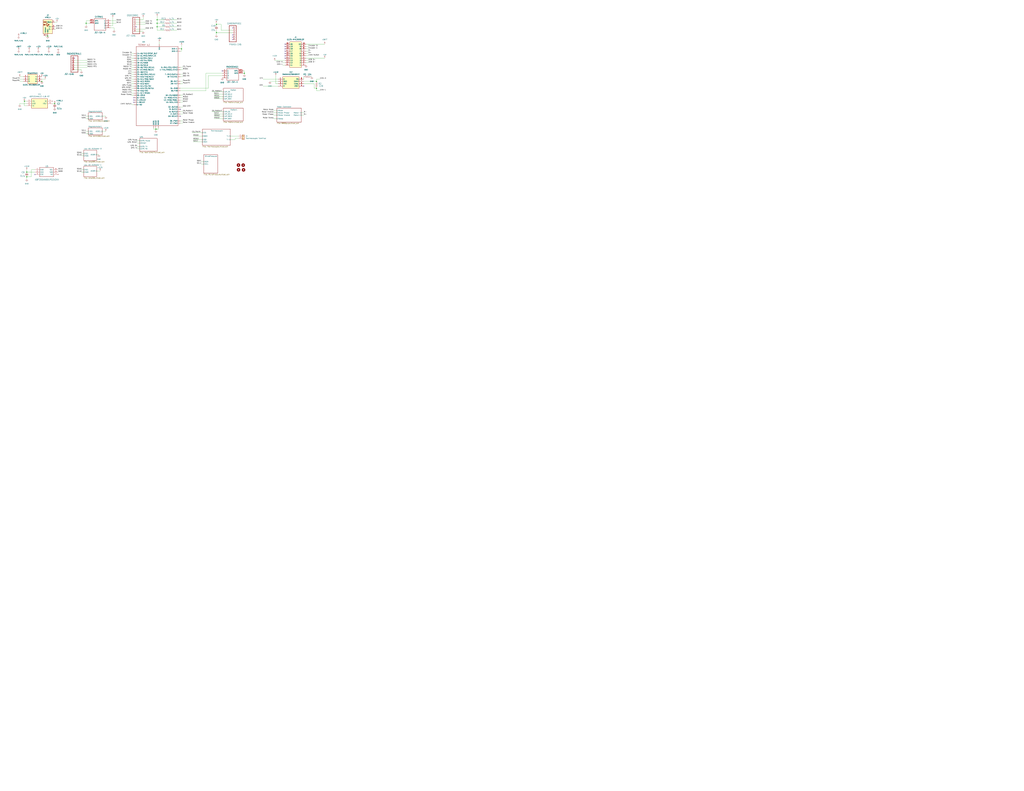
<source format=kicad_sch>
(kicad_sch (version 20230121) (generator eeschema)

  (uuid 4e6fd9e4-e85c-45d6-9f9c-1f20b37f8bd7)

  (paper "E")

  (lib_symbols
    (symbol "ADP151WAUJZ-1_8-R7:ADP151WAUJZ-1.8-R7" (in_bom yes) (on_board yes)
      (property "Reference" "IC1" (at 13.97 7.62 0)
        (effects (font (size 1.27 1.27)))
      )
      (property "Value" "ADP151WAUJZ-1.8-R7" (at 13.97 5.08 0)
        (effects (font (size 1.27 1.27)))
      )
      (property "Footprint" "SOT95P280X100-5N" (at 24.13 -94.92 0)
        (effects (font (size 1.27 1.27)) (justify left top) hide)
      )
      (property "Datasheet" "https://www.analog.com/media/en/technical-documentation/data-sheets/adp151.pdf" (at 24.13 -194.92 0)
        (effects (font (size 1.27 1.27)) (justify left top) hide)
      )
      (property "Height" "1" (at 24.13 -394.92 0)
        (effects (font (size 1.27 1.27)) (justify left top) hide)
      )
      (property "Mouser Part Number" "584-P151WAUJZ-1.8-R7" (at 24.13 -494.92 0)
        (effects (font (size 1.27 1.27)) (justify left top) hide)
      )
      (property "Mouser Price/Stock" "https://www.mouser.co.uk/ProductDetail/Analog-Devices/ADP151WAUJZ-1.8-R7?qs=pUKx8fyJudBq6xBHJodQww%3D%3D" (at 24.13 -594.92 0)
        (effects (font (size 1.27 1.27)) (justify left top) hide)
      )
      (property "Manufacturer_Name" "Analog Devices" (at 24.13 -694.92 0)
        (effects (font (size 1.27 1.27)) (justify left top) hide)
      )
      (property "Manufacturer_Part_Number" "ADP151WAUJZ-1.8-R7" (at 24.13 -794.92 0)
        (effects (font (size 1.27 1.27)) (justify left top) hide)
      )
      (property "ki_description" "LDO Voltage Regulators Ultra-Low Noise 200mA LDO" (at 0 0 0)
        (effects (font (size 1.27 1.27)) hide)
      )
      (symbol "ADP151WAUJZ-1.8-R7_1_1"
        (rectangle (start 5.08 2.54) (end 22.86 -7.62)
          (stroke (width 0.254) (type default))
          (fill (type background))
        )
        (pin passive line (at 0 0 0) (length 5.08)
          (name "VIN" (effects (font (size 1.27 1.27))))
          (number "1" (effects (font (size 1.27 1.27))))
        )
        (pin passive line (at 0 -2.54 0) (length 5.08)
          (name "GND" (effects (font (size 1.27 1.27))))
          (number "2" (effects (font (size 1.27 1.27))))
        )
        (pin passive line (at 0 -5.08 0) (length 5.08)
          (name "EN" (effects (font (size 1.27 1.27))))
          (number "3" (effects (font (size 1.27 1.27))))
        )
        (pin no_connect line (at 27.94 0 180) (length 5.08)
          (name "NC" (effects (font (size 1.27 1.27))))
          (number "4" (effects (font (size 1.27 1.27))))
        )
        (pin passive line (at 27.94 -2.54 180) (length 5.08)
          (name "VOUT" (effects (font (size 1.27 1.27))))
          (number "5" (effects (font (size 1.27 1.27))))
        )
      )
    )
    (symbol "BRGRavioncswithVTX-eagle-import:PINHD-1X6" (in_bom yes) (on_board yes)
      (property "Reference" "JP" (at -6.35 10.795 0)
        (effects (font (size 1.778 1.5113)) (justify left bottom))
      )
      (property "Value" "" (at -6.35 -10.16 0)
        (effects (font (size 1.778 1.5113)) (justify left bottom))
      )
      (property "Footprint" "BRGRavioncswithVTX:1X06" (at 0 0 0)
        (effects (font (size 1.27 1.27)) hide)
      )
      (property "Datasheet" "" (at 0 0 0)
        (effects (font (size 1.27 1.27)) hide)
      )
      (property "ki_locked" "" (at 0 0 0)
        (effects (font (size 1.27 1.27)))
      )
      (symbol "PINHD-1X6_1_0"
        (polyline
          (pts
            (xy -6.35 -7.62)
            (xy 1.27 -7.62)
          )
          (stroke (width 0.4064) (type solid))
          (fill (type none))
        )
        (polyline
          (pts
            (xy -6.35 10.16)
            (xy -6.35 -7.62)
          )
          (stroke (width 0.4064) (type solid))
          (fill (type none))
        )
        (polyline
          (pts
            (xy 1.27 -7.62)
            (xy 1.27 10.16)
          )
          (stroke (width 0.4064) (type solid))
          (fill (type none))
        )
        (polyline
          (pts
            (xy 1.27 10.16)
            (xy -6.35 10.16)
          )
          (stroke (width 0.4064) (type solid))
          (fill (type none))
        )
        (pin passive inverted (at -2.54 7.62 0) (length 2.54)
          (name "1" (effects (font (size 0 0))))
          (number "1" (effects (font (size 1.27 1.27))))
        )
        (pin passive inverted (at -2.54 5.08 0) (length 2.54)
          (name "2" (effects (font (size 0 0))))
          (number "2" (effects (font (size 1.27 1.27))))
        )
        (pin passive inverted (at -2.54 2.54 0) (length 2.54)
          (name "3" (effects (font (size 0 0))))
          (number "3" (effects (font (size 1.27 1.27))))
        )
        (pin passive inverted (at -2.54 0 0) (length 2.54)
          (name "4" (effects (font (size 0 0))))
          (number "4" (effects (font (size 1.27 1.27))))
        )
        (pin passive inverted (at -2.54 -2.54 0) (length 2.54)
          (name "5" (effects (font (size 0 0))))
          (number "5" (effects (font (size 1.27 1.27))))
        )
        (pin passive inverted (at -2.54 -5.08 0) (length 2.54)
          (name "6" (effects (font (size 0 0))))
          (number "6" (effects (font (size 1.27 1.27))))
        )
      )
    )
    (symbol "BRGRavionics-eagle-import:JST-GH6" (in_bom yes) (on_board yes)
      (property "Reference" "" (at -3.81 3.175 0)
        (effects (font (size 1.778 1.5113)) (justify left bottom) hide)
      )
      (property "Value" "" (at -3.81 5.08 0)
        (effects (font (size 1.778 1.5113)) (justify left bottom))
      )
      (property "Footprint" "BRGRavionics:JST-GH6" (at 0 0 0)
        (effects (font (size 1.27 1.27)) hide)
      )
      (property "Datasheet" "" (at 0 0 0)
        (effects (font (size 1.27 1.27)) hide)
      )
      (property "ki_locked" "" (at 0 0 0)
        (effects (font (size 1.27 1.27)))
      )
      (symbol "JST-GH6_1_0"
        (polyline
          (pts
            (xy -3.81 -15.24)
            (xy 3.81 -15.24)
          )
          (stroke (width 0.4064) (type solid))
          (fill (type none))
        )
        (polyline
          (pts
            (xy -3.81 2.54)
            (xy -3.81 -15.24)
          )
          (stroke (width 0.4064) (type solid))
          (fill (type none))
        )
        (polyline
          (pts
            (xy 3.81 -15.24)
            (xy 3.81 2.54)
          )
          (stroke (width 0.4064) (type solid))
          (fill (type none))
        )
        (polyline
          (pts
            (xy 3.81 2.54)
            (xy -3.81 2.54)
          )
          (stroke (width 0.4064) (type solid))
          (fill (type none))
        )
        (pin passive inverted (at 0 0 0) (length 2.54)
          (name "1" (effects (font (size 0 0))))
          (number "1" (effects (font (size 1.27 1.27))))
        )
        (pin passive inverted (at 0 -2.54 0) (length 2.54)
          (name "2" (effects (font (size 0 0))))
          (number "2" (effects (font (size 1.27 1.27))))
        )
        (pin passive inverted (at 0 -5.08 0) (length 2.54)
          (name "3" (effects (font (size 0 0))))
          (number "3" (effects (font (size 1.27 1.27))))
        )
        (pin passive inverted (at 0 -7.62 0) (length 2.54)
          (name "4" (effects (font (size 0 0))))
          (number "4" (effects (font (size 1.27 1.27))))
        )
        (pin passive inverted (at 0 -10.16 0) (length 2.54)
          (name "5" (effects (font (size 0 0))))
          (number "5" (effects (font (size 1.27 1.27))))
        )
        (pin passive inverted (at 0 -12.7 0) (length 2.54)
          (name "6" (effects (font (size 0 0))))
          (number "6" (effects (font (size 1.27 1.27))))
        )
      )
    )
    (symbol "BRGRavionics-eagle-import:JST-SH-4" (in_bom yes) (on_board yes)
      (property "Reference" "J" (at 19.05 7.62 0)
        (effects (font (size 1.778 1.5113)) (justify left))
      )
      (property "Value" "" (at 19.05 5.08 0)
        (effects (font (size 1.778 1.5113)) (justify left))
      )
      (property "Footprint" "BRGRavionics:4328" (at 0 0 0)
        (effects (font (size 1.27 1.27)) hide)
      )
      (property "Datasheet" "" (at 0 0 0)
        (effects (font (size 1.27 1.27)) hide)
      )
      (property "ki_locked" "" (at 0 0 0)
        (effects (font (size 1.27 1.27)))
      )
      (symbol "JST-SH-4_1_0"
        (polyline
          (pts
            (xy 5.08 2.54)
            (xy 5.08 -10.16)
          )
          (stroke (width 0.254) (type solid))
          (fill (type none))
        )
        (polyline
          (pts
            (xy 5.08 2.54)
            (xy 17.78 2.54)
          )
          (stroke (width 0.254) (type solid))
          (fill (type none))
        )
        (polyline
          (pts
            (xy 17.78 -10.16)
            (xy 5.08 -10.16)
          )
          (stroke (width 0.254) (type solid))
          (fill (type none))
        )
        (polyline
          (pts
            (xy 17.78 -10.16)
            (xy 17.78 2.54)
          )
          (stroke (width 0.254) (type solid))
          (fill (type none))
        )
        (pin bidirectional line (at 22.86 0 180) (length 5.08)
          (name "1" (effects (font (size 1.27 1.27))))
          (number "1" (effects (font (size 1.27 1.27))))
        )
        (pin bidirectional line (at 22.86 -2.54 180) (length 5.08)
          (name "2" (effects (font (size 1.27 1.27))))
          (number "2" (effects (font (size 1.27 1.27))))
        )
        (pin bidirectional line (at 22.86 -5.08 180) (length 5.08)
          (name "3" (effects (font (size 1.27 1.27))))
          (number "3" (effects (font (size 1.27 1.27))))
        )
        (pin bidirectional line (at 22.86 -7.62 180) (length 5.08)
          (name "4" (effects (font (size 1.27 1.27))))
          (number "4" (effects (font (size 1.27 1.27))))
        )
        (pin bidirectional line (at 0 0 0) (length 5.08)
          (name "MP1" (effects (font (size 1.27 1.27))))
          (number "MP1" (effects (font (size 1.27 1.27))))
        )
        (pin bidirectional line (at 0 -2.54 0) (length 5.08)
          (name "MP2" (effects (font (size 1.27 1.27))))
          (number "MP2" (effects (font (size 1.27 1.27))))
        )
      )
    )
    (symbol "BRGRavionics2-eagle-import:ABP2DDAN001PD2A3XX" (in_bom yes) (on_board yes)
      (property "Reference" "IC" (at 21.59 7.62 0)
        (effects (font (size 1.778 1.5113)) (justify left))
      )
      (property "Value" "" (at 21.59 5.08 0)
        (effects (font (size 1.778 1.5113)) (justify left))
      )
      (property "Footprint" "BRGRavionics2:ABP2DDAN001PD2A3XX" (at 0 0 0)
        (effects (font (size 1.27 1.27)) hide)
      )
      (property "Datasheet" "" (at 0 0 0)
        (effects (font (size 1.27 1.27)) hide)
      )
      (property "ki_locked" "" (at 0 0 0)
        (effects (font (size 1.27 1.27)))
      )
      (symbol "ABP2DDAN001PD2A3XX_1_0"
        (polyline
          (pts
            (xy 5.08 2.54)
            (xy 5.08 -7.62)
          )
          (stroke (width 0.254) (type solid))
          (fill (type none))
        )
        (polyline
          (pts
            (xy 5.08 2.54)
            (xy 20.32 2.54)
          )
          (stroke (width 0.254) (type solid))
          (fill (type none))
        )
        (polyline
          (pts
            (xy 20.32 -7.62)
            (xy 5.08 -7.62)
          )
          (stroke (width 0.254) (type solid))
          (fill (type none))
        )
        (polyline
          (pts
            (xy 20.32 -7.62)
            (xy 20.32 2.54)
          )
          (stroke (width 0.254) (type solid))
          (fill (type none))
        )
        (pin bidirectional line (at 0 0 0) (length 5.08)
          (name "GND" (effects (font (size 1.27 1.27))))
          (number "1" (effects (font (size 1.27 1.27))))
        )
        (pin bidirectional line (at 0 -2.54 0) (length 5.08)
          (name "VDD" (effects (font (size 1.27 1.27))))
          (number "2" (effects (font (size 1.27 1.27))))
        )
        (pin bidirectional line (at 0 -5.08 0) (length 5.08)
          (name "EOC" (effects (font (size 1.27 1.27))))
          (number "3" (effects (font (size 1.27 1.27))))
        )
        (pin no_connect line (at 25.4 -5.08 180) (length 5.08)
          (name "NC" (effects (font (size 1.27 1.27))))
          (number "4" (effects (font (size 1.27 1.27))))
        )
        (pin bidirectional line (at 25.4 -2.54 180) (length 5.08)
          (name "SDA" (effects (font (size 1.27 1.27))))
          (number "5" (effects (font (size 1.27 1.27))))
        )
        (pin bidirectional line (at 25.4 0 180) (length 5.08)
          (name "SCL" (effects (font (size 1.27 1.27))))
          (number "6" (effects (font (size 1.27 1.27))))
        )
      )
    )
    (symbol "BRGRavionics:TEENSY41_v2" (in_bom yes) (on_board yes)
      (property "Reference" "U100" (at -14.605 50.8 0)
        (effects (font (size 1.27 1.27)))
      )
      (property "Value" "TEENSY41" (at -0.635 -3.175 0)
        (effects (font (size 1.27 1.27)) hide)
      )
      (property "Footprint" "BRGRavionics:MODULE_DEV-16771" (at 0.635 -7.62 0)
        (effects (font (size 1.27 1.27)) hide)
      )
      (property "Datasheet" "" (at 0 0 0)
        (effects (font (size 1.27 1.27)) hide)
      )
      (property "ki_locked" "" (at 0 0 0)
        (effects (font (size 1.27 1.27)))
      )
      (symbol "TEENSY41_v2_1_0"
        (polyline
          (pts
            (xy -22.86 -40.64)
            (xy 22.86 -40.64)
          )
          (stroke (width 0.254) (type solid))
          (fill (type none))
        )
        (polyline
          (pts
            (xy -22.86 45.72)
            (xy -22.86 -40.64)
          )
          (stroke (width 0.254) (type solid))
          (fill (type none))
        )
        (polyline
          (pts
            (xy 22.86 -40.64)
            (xy 22.86 45.72)
          )
          (stroke (width 0.254) (type solid))
          (fill (type none))
        )
        (polyline
          (pts
            (xy 22.86 45.72)
            (xy -22.86 45.72)
          )
          (stroke (width 0.254) (type solid))
          (fill (type none))
        )
        (text "TEENSY 4.1" (at -20.828 46.482 0)
          (effects (font (size 1.778 1.5113)) (justify left bottom))
        )
        (pin bidirectional line (at 25.4 22.86 180) (length 2.54)
          (name "0-RX1/CS1/CRX2" (effects (font (size 1.27 1.27))))
          (number "0" (effects (font (size 0 0))))
        )
        (pin bidirectional line (at 25.4 20.32 180) (length 2.54)
          (name "1-TX1/MISO1/CTX2" (effects (font (size 1.27 1.27))))
          (number "1" (effects (font (size 0 0))))
        )
        (pin bidirectional line (at 25.4 -7.62 180) (length 2.54)
          (name "10-CS/MQSR" (effects (font (size 1.27 1.27))))
          (number "10" (effects (font (size 0 0))))
        )
        (pin bidirectional line (at 25.4 -10.16 180) (length 2.54)
          (name "11-MOSI/CTX1" (effects (font (size 1.27 1.27))))
          (number "11" (effects (font (size 0 0))))
        )
        (pin bidirectional line (at 25.4 -12.7 180) (length 2.54)
          (name "12-MISO/MQSL" (effects (font (size 1.27 1.27))))
          (number "12" (effects (font (size 0 0))))
        )
        (pin bidirectional line (at 25.4 -15.24 180) (length 2.54)
          (name "13-SCK/LED" (effects (font (size 1.27 1.27))))
          (number "13" (effects (font (size 0 0))))
        )
        (pin bidirectional line (at -25.4 38.1 0) (length 2.54)
          (name "14-A0/TX3/SPDIF_OUT" (effects (font (size 1.27 1.27))))
          (number "14" (effects (font (size 0 0))))
        )
        (pin bidirectional line (at -25.4 35.56 0) (length 2.54)
          (name "15-A1/RX3/SPDIF_IN" (effects (font (size 1.27 1.27))))
          (number "15" (effects (font (size 0 0))))
        )
        (pin bidirectional line (at -25.4 33.02 0) (length 2.54)
          (name "16-A2/RX4/SCL1" (effects (font (size 1.27 1.27))))
          (number "16" (effects (font (size 0 0))))
        )
        (pin bidirectional line (at -25.4 30.48 0) (length 2.54)
          (name "17-A3/TX4/SDA1" (effects (font (size 1.27 1.27))))
          (number "17" (effects (font (size 0 0))))
        )
        (pin bidirectional line (at -25.4 27.94 0) (length 2.54)
          (name "18-A4/SDA0" (effects (font (size 1.27 1.27))))
          (number "18" (effects (font (size 0 0))))
        )
        (pin bidirectional line (at -25.4 25.4 0) (length 2.54)
          (name "19-A5/SCL0" (effects (font (size 1.27 1.27))))
          (number "19" (effects (font (size 0 0))))
        )
        (pin bidirectional line (at 25.4 -27.94 180) (length 2.54)
          (name "2-OUT2" (effects (font (size 1.27 1.27))))
          (number "2" (effects (font (size 0 0))))
        )
        (pin bidirectional line (at -25.4 22.86 0) (length 2.54)
          (name "20-A6/TX5/LRCLK1" (effects (font (size 1.27 1.27))))
          (number "20" (effects (font (size 0 0))))
        )
        (pin bidirectional line (at -25.4 20.32 0) (length 2.54)
          (name "21-A7/RX5/BCLK1" (effects (font (size 1.27 1.27))))
          (number "21" (effects (font (size 0 0))))
        )
        (pin bidirectional line (at -25.4 17.78 0) (length 2.54)
          (name "22-A8/CTX1" (effects (font (size 1.27 1.27))))
          (number "22" (effects (font (size 0 0))))
        )
        (pin bidirectional line (at -25.4 15.24 0) (length 2.54)
          (name "23-A9/CRX1/MCLK1" (effects (font (size 1.27 1.27))))
          (number "23" (effects (font (size 0 0))))
        )
        (pin bidirectional line (at -25.4 12.7 0) (length 2.54)
          (name "24-A10/TX6/SCL2" (effects (font (size 1.27 1.27))))
          (number "24" (effects (font (size 0 0))))
        )
        (pin bidirectional line (at -25.4 10.16 0) (length 2.54)
          (name "25-A11/RX6/SDA2" (effects (font (size 1.27 1.27))))
          (number "25" (effects (font (size 0 0))))
        )
        (pin bidirectional line (at -25.4 7.62 0) (length 2.54)
          (name "26-A12/MOSI1" (effects (font (size 1.27 1.27))))
          (number "26" (effects (font (size 0 0))))
        )
        (pin bidirectional line (at -25.4 5.08 0) (length 2.54)
          (name "27-A13/SCK1" (effects (font (size 1.27 1.27))))
          (number "27" (effects (font (size 0 0))))
        )
        (pin bidirectional line (at 25.4 7.62 180) (length 2.54)
          (name "28-RX7" (effects (font (size 1.27 1.27))))
          (number "28" (effects (font (size 0 0))))
        )
        (pin bidirectional line (at 25.4 5.08 180) (length 2.54)
          (name "29-TX7" (effects (font (size 1.27 1.27))))
          (number "29" (effects (font (size 0 0))))
        )
        (pin bidirectional line (at -25.4 -12.7 0) (length 2.54)
          (name "3-LRCLK2" (effects (font (size 1.27 1.27))))
          (number "3" (effects (font (size 0 0))))
        )
        (pin bidirectional line (at -25.4 -7.62 0) (length 2.54)
          (name "30-CRX3" (effects (font (size 1.27 1.27))))
          (number "30" (effects (font (size 0 0))))
        )
        (pin bidirectional line (at -25.4 -10.16 0) (length 2.54)
          (name "31-CTX3" (effects (font (size 1.27 1.27))))
          (number "31" (effects (font (size 0 0))))
        )
        (pin bidirectional line (at 25.4 -20.32 180) (length 2.54)
          (name "32-OUT1B" (effects (font (size 1.27 1.27))))
          (number "32" (effects (font (size 0 0))))
        )
        (pin bidirectional line (at 25.4 -30.48 180) (length 2.54)
          (name "33-MCLK2" (effects (font (size 1.27 1.27))))
          (number "33" (effects (font (size 0 0))))
        )
        (pin bidirectional line (at 25.4 0 180) (length 2.54)
          (name "34-RX8" (effects (font (size 1.27 1.27))))
          (number "34" (effects (font (size 0 0))))
        )
        (pin bidirectional line (at 25.4 -2.54 180) (length 2.54)
          (name "35/TX8" (effects (font (size 1.27 1.27))))
          (number "35" (effects (font (size 0 0))))
        )
        (pin bidirectional line (at 25.4 -35.56 180) (length 2.54)
          (name "36-PWM" (effects (font (size 1.27 1.27))))
          (number "36" (effects (font (size 0 0))))
        )
        (pin bidirectional line (at 25.4 -38.1 180) (length 2.54)
          (name "37-PWM" (effects (font (size 1.27 1.27))))
          (number "37" (effects (font (size 0 0))))
        )
        (pin bidirectional line (at -25.4 2.54 0) (length 2.54)
          (name "38-A14/CS/IN1" (effects (font (size 1.27 1.27))))
          (number "38" (effects (font (size 0 0))))
        )
        (pin bidirectional line (at -25.4 0 0) (length 2.54)
          (name "39-A15/CS/OUT1A" (effects (font (size 1.27 1.27))))
          (number "39" (effects (font (size 0 0))))
        )
        (pin bidirectional line (at 25.4 43.18 180) (length 2.54)
          (name "3V3-1" (effects (font (size 1.27 1.27))))
          (number "3V3-1" (effects (font (size 0 0))))
        )
        (pin bidirectional line (at 25.4 40.64 180) (length 2.54)
          (name "3V3-2" (effects (font (size 1.27 1.27))))
          (number "3V3-2" (effects (font (size 0 0))))
        )
        (pin bidirectional line (at -25.4 -15.24 0) (length 2.54)
          (name "4-BCLK2" (effects (font (size 1.27 1.27))))
          (number "4" (effects (font (size 0 0))))
        )
        (pin bidirectional line (at -25.4 -2.54 0) (length 2.54)
          (name "40-A16/CS1" (effects (font (size 1.27 1.27))))
          (number "40" (effects (font (size 0 0))))
        )
        (pin bidirectional line (at -25.4 -5.08 0) (length 2.54)
          (name "41-A17/MISO1" (effects (font (size 1.27 1.27))))
          (number "41" (effects (font (size 0 0))))
        )
        (pin bidirectional line (at -25.4 -17.78 0) (length 2.54)
          (name "5-IN2" (effects (font (size 1.27 1.27))))
          (number "5" (effects (font (size 0 0))))
        )
        (pin bidirectional line (at 25.4 -25.4 180) (length 2.54)
          (name "6-OUT1D" (effects (font (size 1.27 1.27))))
          (number "6" (effects (font (size 0 0))))
        )
        (pin bidirectional line (at 25.4 15.24 180) (length 2.54)
          (name "7-RX2/OUT1A" (effects (font (size 1.27 1.27))))
          (number "7" (effects (font (size 0 0))))
        )
        (pin bidirectional line (at 25.4 12.7 180) (length 2.54)
          (name "8-TX2/IN1" (effects (font (size 1.27 1.27))))
          (number "8" (effects (font (size 0 0))))
        )
        (pin bidirectional line (at 25.4 -22.86 180) (length 2.54)
          (name "9-OUT1C" (effects (font (size 1.27 1.27))))
          (number "9" (effects (font (size 0 0))))
        )
        (pin bidirectional line (at -3.81 -43.18 90) (length 2.54)
          (name "GND1" (effects (font (size 1.27 1.27))))
          (number "GND1" (effects (font (size 0 0))))
        )
        (pin bidirectional line (at -1.27 -43.18 90) (length 2.54)
          (name "GND2" (effects (font (size 1.27 1.27))))
          (number "GND2" (effects (font (size 0 0))))
        )
        (pin bidirectional line (at 1.27 -43.18 90) (length 2.54)
          (name "GND3" (effects (font (size 1.27 1.27))))
          (number "GND3" (effects (font (size 0 0))))
        )
        (pin bidirectional line (at 2.54 48.26 270) (length 2.54)
          (name "VIN" (effects (font (size 1.27 1.27))))
          (number "VIN" (effects (font (size 0 0))))
        )
      )
    )
    (symbol "Connector:Screw_Terminal_01x02" (pin_names (offset 1.016) hide) (in_bom yes) (on_board yes)
      (property "Reference" "J" (at 0 2.54 0)
        (effects (font (size 1.27 1.27)))
      )
      (property "Value" "Screw_Terminal_01x02" (at 0 -5.08 0)
        (effects (font (size 1.27 1.27)))
      )
      (property "Footprint" "" (at 0 0 0)
        (effects (font (size 1.27 1.27)) hide)
      )
      (property "Datasheet" "~" (at 0 0 0)
        (effects (font (size 1.27 1.27)) hide)
      )
      (property "ki_keywords" "screw terminal" (at 0 0 0)
        (effects (font (size 1.27 1.27)) hide)
      )
      (property "ki_description" "Generic screw terminal, single row, 01x02, script generated (kicad-library-utils/schlib/autogen/connector/)" (at 0 0 0)
        (effects (font (size 1.27 1.27)) hide)
      )
      (property "ki_fp_filters" "TerminalBlock*:*" (at 0 0 0)
        (effects (font (size 1.27 1.27)) hide)
      )
      (symbol "Screw_Terminal_01x02_1_1"
        (rectangle (start -1.27 1.27) (end 1.27 -3.81)
          (stroke (width 0.254) (type default))
          (fill (type background))
        )
        (circle (center 0 -2.54) (radius 0.635)
          (stroke (width 0.1524) (type default))
          (fill (type none))
        )
        (polyline
          (pts
            (xy -0.5334 -2.2098)
            (xy 0.3302 -3.048)
          )
          (stroke (width 0.1524) (type default))
          (fill (type none))
        )
        (polyline
          (pts
            (xy -0.5334 0.3302)
            (xy 0.3302 -0.508)
          )
          (stroke (width 0.1524) (type default))
          (fill (type none))
        )
        (polyline
          (pts
            (xy -0.3556 -2.032)
            (xy 0.508 -2.8702)
          )
          (stroke (width 0.1524) (type default))
          (fill (type none))
        )
        (polyline
          (pts
            (xy -0.3556 0.508)
            (xy 0.508 -0.3302)
          )
          (stroke (width 0.1524) (type default))
          (fill (type none))
        )
        (circle (center 0 0) (radius 0.635)
          (stroke (width 0.1524) (type default))
          (fill (type none))
        )
        (pin passive line (at -5.08 0 0) (length 3.81)
          (name "Pin_1" (effects (font (size 1.27 1.27))))
          (number "1" (effects (font (size 1.27 1.27))))
        )
        (pin passive line (at -5.08 -2.54 0) (length 3.81)
          (name "Pin_2" (effects (font (size 1.27 1.27))))
          (number "2" (effects (font (size 1.27 1.27))))
        )
      )
    )
    (symbol "Connector:USB_A" (pin_names (offset 1.016)) (in_bom yes) (on_board yes)
      (property "Reference" "J" (at -5.08 11.43 0)
        (effects (font (size 1.27 1.27)) (justify left))
      )
      (property "Value" "USB_A" (at -5.08 8.89 0)
        (effects (font (size 1.27 1.27)) (justify left))
      )
      (property "Footprint" "" (at 3.81 -1.27 0)
        (effects (font (size 1.27 1.27)) hide)
      )
      (property "Datasheet" " ~" (at 3.81 -1.27 0)
        (effects (font (size 1.27 1.27)) hide)
      )
      (property "ki_keywords" "connector USB" (at 0 0 0)
        (effects (font (size 1.27 1.27)) hide)
      )
      (property "ki_description" "USB Type A connector" (at 0 0 0)
        (effects (font (size 1.27 1.27)) hide)
      )
      (property "ki_fp_filters" "USB*" (at 0 0 0)
        (effects (font (size 1.27 1.27)) hide)
      )
      (symbol "USB_A_0_1"
        (rectangle (start -5.08 -7.62) (end 5.08 7.62)
          (stroke (width 0.254) (type default))
          (fill (type background))
        )
        (circle (center -3.81 2.159) (radius 0.635)
          (stroke (width 0.254) (type default))
          (fill (type outline))
        )
        (rectangle (start -1.524 4.826) (end -4.318 5.334)
          (stroke (width 0) (type default))
          (fill (type outline))
        )
        (rectangle (start -1.27 4.572) (end -4.572 5.842)
          (stroke (width 0) (type default))
          (fill (type none))
        )
        (circle (center -0.635 3.429) (radius 0.381)
          (stroke (width 0.254) (type default))
          (fill (type outline))
        )
        (rectangle (start -0.127 -7.62) (end 0.127 -6.858)
          (stroke (width 0) (type default))
          (fill (type none))
        )
        (polyline
          (pts
            (xy -3.175 2.159)
            (xy -2.54 2.159)
            (xy -1.27 3.429)
            (xy -0.635 3.429)
          )
          (stroke (width 0.254) (type default))
          (fill (type none))
        )
        (polyline
          (pts
            (xy -2.54 2.159)
            (xy -1.905 2.159)
            (xy -1.27 0.889)
            (xy 0 0.889)
          )
          (stroke (width 0.254) (type default))
          (fill (type none))
        )
        (polyline
          (pts
            (xy 0.635 2.794)
            (xy 0.635 1.524)
            (xy 1.905 2.159)
            (xy 0.635 2.794)
          )
          (stroke (width 0.254) (type default))
          (fill (type outline))
        )
        (rectangle (start 0.254 1.27) (end -0.508 0.508)
          (stroke (width 0.254) (type default))
          (fill (type outline))
        )
        (rectangle (start 5.08 -2.667) (end 4.318 -2.413)
          (stroke (width 0) (type default))
          (fill (type none))
        )
        (rectangle (start 5.08 -0.127) (end 4.318 0.127)
          (stroke (width 0) (type default))
          (fill (type none))
        )
        (rectangle (start 5.08 4.953) (end 4.318 5.207)
          (stroke (width 0) (type default))
          (fill (type none))
        )
      )
      (symbol "USB_A_1_1"
        (polyline
          (pts
            (xy -1.905 2.159)
            (xy 0.635 2.159)
          )
          (stroke (width 0.254) (type default))
          (fill (type none))
        )
        (pin power_in line (at 7.62 5.08 180) (length 2.54)
          (name "VBUS" (effects (font (size 1.27 1.27))))
          (number "1" (effects (font (size 1.27 1.27))))
        )
        (pin bidirectional line (at 7.62 -2.54 180) (length 2.54)
          (name "D-" (effects (font (size 1.27 1.27))))
          (number "2" (effects (font (size 1.27 1.27))))
        )
        (pin bidirectional line (at 7.62 0 180) (length 2.54)
          (name "D+" (effects (font (size 1.27 1.27))))
          (number "3" (effects (font (size 1.27 1.27))))
        )
        (pin power_in line (at 0 -10.16 90) (length 2.54)
          (name "GND" (effects (font (size 1.27 1.27))))
          (number "4" (effects (font (size 1.27 1.27))))
        )
        (pin passive line (at -2.54 -10.16 90) (length 2.54)
          (name "Shield" (effects (font (size 1.27 1.27))))
          (number "5" (effects (font (size 1.27 1.27))))
        )
      )
    )
    (symbol "Device:C_Small" (pin_numbers hide) (pin_names (offset 0.254) hide) (in_bom yes) (on_board yes)
      (property "Reference" "C" (at 0.254 1.778 0)
        (effects (font (size 1.27 1.27)) (justify left))
      )
      (property "Value" "C_Small" (at 0.254 -2.032 0)
        (effects (font (size 1.27 1.27)) (justify left))
      )
      (property "Footprint" "" (at 0 0 0)
        (effects (font (size 1.27 1.27)) hide)
      )
      (property "Datasheet" "~" (at 0 0 0)
        (effects (font (size 1.27 1.27)) hide)
      )
      (property "ki_keywords" "capacitor cap" (at 0 0 0)
        (effects (font (size 1.27 1.27)) hide)
      )
      (property "ki_description" "Unpolarized capacitor, small symbol" (at 0 0 0)
        (effects (font (size 1.27 1.27)) hide)
      )
      (property "ki_fp_filters" "C_*" (at 0 0 0)
        (effects (font (size 1.27 1.27)) hide)
      )
      (symbol "C_Small_0_1"
        (polyline
          (pts
            (xy -1.524 -0.508)
            (xy 1.524 -0.508)
          )
          (stroke (width 0.3302) (type default))
          (fill (type none))
        )
        (polyline
          (pts
            (xy -1.524 0.508)
            (xy 1.524 0.508)
          )
          (stroke (width 0.3048) (type default))
          (fill (type none))
        )
      )
      (symbol "C_Small_1_1"
        (pin passive line (at 0 2.54 270) (length 2.032)
          (name "~" (effects (font (size 1.27 1.27))))
          (number "1" (effects (font (size 1.27 1.27))))
        )
        (pin passive line (at 0 -2.54 90) (length 2.032)
          (name "~" (effects (font (size 1.27 1.27))))
          (number "2" (effects (font (size 1.27 1.27))))
        )
      )
    )
    (symbol "Device:R_US" (pin_numbers hide) (pin_names (offset 0)) (in_bom yes) (on_board yes)
      (property "Reference" "R" (at 2.54 0 90)
        (effects (font (size 1.27 1.27)))
      )
      (property "Value" "R_US" (at -2.54 0 90)
        (effects (font (size 1.27 1.27)))
      )
      (property "Footprint" "" (at 1.016 -0.254 90)
        (effects (font (size 1.27 1.27)) hide)
      )
      (property "Datasheet" "~" (at 0 0 0)
        (effects (font (size 1.27 1.27)) hide)
      )
      (property "ki_keywords" "R res resistor" (at 0 0 0)
        (effects (font (size 1.27 1.27)) hide)
      )
      (property "ki_description" "Resistor, US symbol" (at 0 0 0)
        (effects (font (size 1.27 1.27)) hide)
      )
      (property "ki_fp_filters" "R_*" (at 0 0 0)
        (effects (font (size 1.27 1.27)) hide)
      )
      (symbol "R_US_0_1"
        (polyline
          (pts
            (xy 0 -2.286)
            (xy 0 -2.54)
          )
          (stroke (width 0) (type default))
          (fill (type none))
        )
        (polyline
          (pts
            (xy 0 2.286)
            (xy 0 2.54)
          )
          (stroke (width 0) (type default))
          (fill (type none))
        )
        (polyline
          (pts
            (xy 0 -0.762)
            (xy 1.016 -1.143)
            (xy 0 -1.524)
            (xy -1.016 -1.905)
            (xy 0 -2.286)
          )
          (stroke (width 0) (type default))
          (fill (type none))
        )
        (polyline
          (pts
            (xy 0 0.762)
            (xy 1.016 0.381)
            (xy 0 0)
            (xy -1.016 -0.381)
            (xy 0 -0.762)
          )
          (stroke (width 0) (type default))
          (fill (type none))
        )
        (polyline
          (pts
            (xy 0 2.286)
            (xy 1.016 1.905)
            (xy 0 1.524)
            (xy -1.016 1.143)
            (xy 0 0.762)
          )
          (stroke (width 0) (type default))
          (fill (type none))
        )
      )
      (symbol "R_US_1_1"
        (pin passive line (at 0 3.81 270) (length 1.27)
          (name "~" (effects (font (size 1.27 1.27))))
          (number "1" (effects (font (size 1.27 1.27))))
        )
        (pin passive line (at 0 -3.81 90) (length 1.27)
          (name "~" (effects (font (size 1.27 1.27))))
          (number "2" (effects (font (size 1.27 1.27))))
        )
      )
    )
    (symbol "G125-MH12005L5P:G125-MH12005L5P" (in_bom yes) (on_board yes)
      (property "Reference" "J" (at 19.05 7.62 0)
        (effects (font (size 1.27 1.27)) (justify left top))
      )
      (property "Value" "G125-MH12005L5P" (at 19.05 5.08 0)
        (effects (font (size 1.27 1.27)) (justify left top))
      )
      (property "Footprint" "G125-MH12005L5P" (at 19.05 -94.92 0)
        (effects (font (size 1.27 1.27)) (justify left top) hide)
      )
      (property "Datasheet" "https://cdn.harwin.com/pdfs/G125-MHXXX05L5P.pdf" (at 19.05 -194.92 0)
        (effects (font (size 1.27 1.27)) (justify left top) hide)
      )
      (property "Height" "5.55" (at 19.05 -394.92 0)
        (effects (font (size 1.27 1.27)) (justify left top) hide)
      )
      (property "Mouser Part Number" "855-G125-MH12005L5P" (at 19.05 -494.92 0)
        (effects (font (size 1.27 1.27)) (justify left top) hide)
      )
      (property "Mouser Price/Stock" "https://www.mouser.co.uk/ProductDetail/Harwin/G125-MH12005L5P?qs=kxSDgj%2F7uulMF%2FKliqBzrQ%3D%3D" (at 19.05 -594.92 0)
        (effects (font (size 1.27 1.27)) (justify left top) hide)
      )
      (property "Manufacturer_Name" "Harwin" (at 19.05 -694.92 0)
        (effects (font (size 1.27 1.27)) (justify left top) hide)
      )
      (property "Manufacturer_Part_Number" "G125-MH12005L5P" (at 19.05 -794.92 0)
        (effects (font (size 1.27 1.27)) (justify left top) hide)
      )
      (property "ki_description" "Gecko DIL Male Horizontal 3.3mm Throughboard Connector, No latches, Barbs for 1.6mm thick PCB, gold, pick &amp; place (cut tape packing), 20 contacts" (at 0 0 0)
        (effects (font (size 1.27 1.27)) hide)
      )
      (symbol "G125-MH12005L5P_1_1"
        (rectangle (start 5.08 2.54) (end 17.78 -25.4)
          (stroke (width 0.254) (type default))
          (fill (type background))
        )
        (pin passive line (at 22.86 -22.86 180) (length 5.08)
          (name "1" (effects (font (size 1.27 1.27))))
          (number "1" (effects (font (size 1.27 1.27))))
        )
        (pin passive line (at 22.86 0 180) (length 5.08)
          (name "10" (effects (font (size 1.27 1.27))))
          (number "10" (effects (font (size 1.27 1.27))))
        )
        (pin passive line (at 0 -22.86 0) (length 5.08)
          (name "11" (effects (font (size 1.27 1.27))))
          (number "11" (effects (font (size 1.27 1.27))))
        )
        (pin passive line (at 0 -20.32 0) (length 5.08)
          (name "12" (effects (font (size 1.27 1.27))))
          (number "12" (effects (font (size 1.27 1.27))))
        )
        (pin passive line (at 0 -17.78 0) (length 5.08)
          (name "13" (effects (font (size 1.27 1.27))))
          (number "13" (effects (font (size 1.27 1.27))))
        )
        (pin passive line (at 0 -15.24 0) (length 5.08)
          (name "14" (effects (font (size 1.27 1.27))))
          (number "14" (effects (font (size 1.27 1.27))))
        )
        (pin passive line (at 0 -12.7 0) (length 5.08)
          (name "15" (effects (font (size 1.27 1.27))))
          (number "15" (effects (font (size 1.27 1.27))))
        )
        (pin passive line (at 0 -10.16 0) (length 5.08)
          (name "16" (effects (font (size 1.27 1.27))))
          (number "16" (effects (font (size 1.27 1.27))))
        )
        (pin passive line (at 0 -7.62 0) (length 5.08)
          (name "17" (effects (font (size 1.27 1.27))))
          (number "17" (effects (font (size 1.27 1.27))))
        )
        (pin passive line (at 0 -5.08 0) (length 5.08)
          (name "18" (effects (font (size 1.27 1.27))))
          (number "18" (effects (font (size 1.27 1.27))))
        )
        (pin passive line (at 0 -2.54 0) (length 5.08)
          (name "19" (effects (font (size 1.27 1.27))))
          (number "19" (effects (font (size 1.27 1.27))))
        )
        (pin passive line (at 22.86 -20.32 180) (length 5.08)
          (name "2" (effects (font (size 1.27 1.27))))
          (number "2" (effects (font (size 1.27 1.27))))
        )
        (pin passive line (at 0 0 0) (length 5.08)
          (name "20" (effects (font (size 1.27 1.27))))
          (number "20" (effects (font (size 1.27 1.27))))
        )
        (pin passive line (at 22.86 -17.78 180) (length 5.08)
          (name "3" (effects (font (size 1.27 1.27))))
          (number "3" (effects (font (size 1.27 1.27))))
        )
        (pin passive line (at 22.86 -15.24 180) (length 5.08)
          (name "4" (effects (font (size 1.27 1.27))))
          (number "4" (effects (font (size 1.27 1.27))))
        )
        (pin passive line (at 22.86 -12.7 180) (length 5.08)
          (name "5" (effects (font (size 1.27 1.27))))
          (number "5" (effects (font (size 1.27 1.27))))
        )
        (pin passive line (at 22.86 -10.16 180) (length 5.08)
          (name "6" (effects (font (size 1.27 1.27))))
          (number "6" (effects (font (size 1.27 1.27))))
        )
        (pin passive line (at 22.86 -7.62 180) (length 5.08)
          (name "7" (effects (font (size 1.27 1.27))))
          (number "7" (effects (font (size 1.27 1.27))))
        )
        (pin passive line (at 22.86 -5.08 180) (length 5.08)
          (name "8" (effects (font (size 1.27 1.27))))
          (number "8" (effects (font (size 1.27 1.27))))
        )
        (pin passive line (at 22.86 -2.54 180) (length 5.08)
          (name "9" (effects (font (size 1.27 1.27))))
          (number "9" (effects (font (size 1.27 1.27))))
        )
      )
    )
    (symbol "G125-MS10605L3P:G125-MS10605L3P" (in_bom yes) (on_board yes)
      (property "Reference" "J" (at 16.51 7.62 0)
        (effects (font (size 1.27 1.27)) (justify left top))
      )
      (property "Value" "G125-MS10605L3P" (at 16.51 5.08 0)
        (effects (font (size 1.27 1.27)) (justify left top))
      )
      (property "Footprint" "G125-MS10605L3P" (at 16.51 -94.92 0)
        (effects (font (size 1.27 1.27)) (justify left top) hide)
      )
      (property "Datasheet" "https://cdn.harwin.com/pdfs/G125-MS1XX05L3P.pdf" (at 16.51 -194.92 0)
        (effects (font (size 1.27 1.27)) (justify left top) hide)
      )
      (property "Height" "4.9" (at 16.51 -394.92 0)
        (effects (font (size 1.27 1.27)) (justify left top) hide)
      )
      (property "Mouser Part Number" "855-G125-MS10605L3P" (at 16.51 -494.92 0)
        (effects (font (size 1.27 1.27)) (justify left top) hide)
      )
      (property "Mouser Price/Stock" "https://www.mouser.co.uk/ProductDetail/Harwin/G125-MS10605L3P?qs=bVbPTj9FmA3godBaRbcy7Q%3D%3D" (at 16.51 -594.92 0)
        (effects (font (size 1.27 1.27)) (justify left top) hide)
      )
      (property "Manufacturer_Name" "Harwin" (at 16.51 -694.92 0)
        (effects (font (size 1.27 1.27)) (justify left top) hide)
      )
      (property "Manufacturer_Part_Number" "G125-MS10605L3P" (at 16.51 -794.92 0)
        (effects (font (size 1.27 1.27)) (justify left top) hide)
      )
      (property "ki_description" "Gecko DIL Male Vertical Surface Mount Connector, SMT Latches, gold, pick &amp; place (cut tape packing), 6 contacts" (at 0 0 0)
        (effects (font (size 1.27 1.27)) hide)
      )
      (symbol "G125-MS10605L3P_1_1"
        (rectangle (start 5.08 2.54) (end 15.24 -7.62)
          (stroke (width 0.254) (type default))
          (fill (type background))
        )
        (pin passive line (at 0 0 0) (length 5.08)
          (name "1" (effects (font (size 1.27 1.27))))
          (number "1" (effects (font (size 1.27 1.27))))
        )
        (pin passive line (at 0 -2.54 0) (length 5.08)
          (name "2" (effects (font (size 1.27 1.27))))
          (number "2" (effects (font (size 1.27 1.27))))
        )
        (pin passive line (at 0 -5.08 0) (length 5.08)
          (name "3" (effects (font (size 1.27 1.27))))
          (number "3" (effects (font (size 1.27 1.27))))
        )
        (pin passive line (at 20.32 0 180) (length 5.08)
          (name "4" (effects (font (size 1.27 1.27))))
          (number "4" (effects (font (size 1.27 1.27))))
        )
        (pin passive line (at 20.32 -2.54 180) (length 5.08)
          (name "5" (effects (font (size 1.27 1.27))))
          (number "5" (effects (font (size 1.27 1.27))))
        )
        (pin passive line (at 20.32 -5.08 180) (length 5.08)
          (name "6" (effects (font (size 1.27 1.27))))
          (number "6" (effects (font (size 1.27 1.27))))
        )
      )
    )
    (symbol "SN65HVD230MDREP:SN65HVD230MDREP" (in_bom yes) (on_board yes)
      (property "Reference" "IC" (at 24.13 7.62 0)
        (effects (font (size 1.27 1.27)) (justify left top))
      )
      (property "Value" "SN65HVD230MDREP" (at 24.13 5.08 0)
        (effects (font (size 1.27 1.27)) (justify left top))
      )
      (property "Footprint" "SOIC127P600X175-8N" (at 24.13 -94.92 0)
        (effects (font (size 1.27 1.27)) (justify left top) hide)
      )
      (property "Datasheet" "http://www.ti.com/lit/gpn/sn65hvd230m-ep" (at 24.13 -194.92 0)
        (effects (font (size 1.27 1.27)) (justify left top) hide)
      )
      (property "Height" "1.75" (at 24.13 -394.92 0)
        (effects (font (size 1.27 1.27)) (justify left top) hide)
      )
      (property "Mouser Part Number" "595-SN65HVD230MDREP" (at 24.13 -494.92 0)
        (effects (font (size 1.27 1.27)) (justify left top) hide)
      )
      (property "Mouser Price/Stock" "https://www.mouser.co.uk/ProductDetail/Texas-Instruments/SN65HVD230MDREP?qs=7kv20MEVUlh1xXFkHDCt7w%3D%3D" (at 24.13 -594.92 0)
        (effects (font (size 1.27 1.27)) (justify left top) hide)
      )
      (property "Manufacturer_Name" "Texas Instruments" (at 24.13 -694.92 0)
        (effects (font (size 1.27 1.27)) (justify left top) hide)
      )
      (property "Manufacturer_Part_Number" "SN65HVD230MDREP" (at 24.13 -794.92 0)
        (effects (font (size 1.27 1.27)) (justify left top) hide)
      )
      (property "ki_description" "Enhanced Product 3.3-V Can Transceivers With Standby Mode" (at 0 0 0)
        (effects (font (size 1.27 1.27)) hide)
      )
      (symbol "SN65HVD230MDREP_1_1"
        (rectangle (start 5.08 2.54) (end 22.86 -10.16)
          (stroke (width 0.254) (type default))
          (fill (type background))
        )
        (pin input line (at 0 0 0) (length 5.08)
          (name "D" (effects (font (size 1.27 1.27))))
          (number "1" (effects (font (size 1.27 1.27))))
        )
        (pin power_in line (at 0 -2.54 0) (length 5.08)
          (name "GND" (effects (font (size 1.27 1.27))))
          (number "2" (effects (font (size 1.27 1.27))))
        )
        (pin power_in line (at 0 -5.08 0) (length 5.08)
          (name "VCC" (effects (font (size 1.27 1.27))))
          (number "3" (effects (font (size 1.27 1.27))))
        )
        (pin output line (at 0 -7.62 0) (length 5.08)
          (name "R" (effects (font (size 1.27 1.27))))
          (number "4" (effects (font (size 1.27 1.27))))
        )
        (pin output line (at 27.94 -7.62 180) (length 5.08)
          (name "VREF" (effects (font (size 1.27 1.27))))
          (number "5" (effects (font (size 1.27 1.27))))
        )
        (pin passive line (at 27.94 -5.08 180) (length 5.08)
          (name "CANL" (effects (font (size 1.27 1.27))))
          (number "6" (effects (font (size 1.27 1.27))))
        )
        (pin passive line (at 27.94 -2.54 180) (length 5.08)
          (name "CANH" (effects (font (size 1.27 1.27))))
          (number "7" (effects (font (size 1.27 1.27))))
        )
        (pin passive line (at 27.94 0 180) (length 5.08)
          (name "RS" (effects (font (size 1.27 1.27))))
          (number "8" (effects (font (size 1.27 1.27))))
        )
      )
    )
    (symbol "power:+12V" (power) (pin_names (offset 0)) (in_bom yes) (on_board yes)
      (property "Reference" "#PWR" (at 0 -3.81 0)
        (effects (font (size 1.27 1.27)) hide)
      )
      (property "Value" "+12V" (at 0 3.556 0)
        (effects (font (size 1.27 1.27)))
      )
      (property "Footprint" "" (at 0 0 0)
        (effects (font (size 1.27 1.27)) hide)
      )
      (property "Datasheet" "" (at 0 0 0)
        (effects (font (size 1.27 1.27)) hide)
      )
      (property "ki_keywords" "global power" (at 0 0 0)
        (effects (font (size 1.27 1.27)) hide)
      )
      (property "ki_description" "Power symbol creates a global label with name \"+12V\"" (at 0 0 0)
        (effects (font (size 1.27 1.27)) hide)
      )
      (symbol "+12V_0_1"
        (polyline
          (pts
            (xy -0.762 1.27)
            (xy 0 2.54)
          )
          (stroke (width 0) (type default))
          (fill (type none))
        )
        (polyline
          (pts
            (xy 0 0)
            (xy 0 2.54)
          )
          (stroke (width 0) (type default))
          (fill (type none))
        )
        (polyline
          (pts
            (xy 0 2.54)
            (xy 0.762 1.27)
          )
          (stroke (width 0) (type default))
          (fill (type none))
        )
      )
      (symbol "+12V_1_1"
        (pin power_in line (at 0 0 90) (length 0) hide
          (name "+12V" (effects (font (size 1.27 1.27))))
          (number "1" (effects (font (size 1.27 1.27))))
        )
      )
    )
    (symbol "power:+1V8_1" (power) (pin_names (offset 0)) (in_bom yes) (on_board yes)
      (property "Reference" "#PWR022" (at 0 -3.81 0)
        (effects (font (size 1.27 1.27)) hide)
      )
      (property "Value" "+1V8_1" (at 0 3.175 0)
        (effects (font (size 1.27 1.27)))
      )
      (property "Footprint" "" (at 0 0 0)
        (effects (font (size 1.27 1.27)) hide)
      )
      (property "Datasheet" "" (at 0 0 0)
        (effects (font (size 1.27 1.27)) hide)
      )
      (property "ki_keywords" "global power" (at 0 0 0)
        (effects (font (size 1.27 1.27)) hide)
      )
      (property "ki_description" "Power symbol creates a global label with name \"+1V8\"" (at 0 0 0)
        (effects (font (size 1.27 1.27)) hide)
      )
      (symbol "+1V8_1_0_1"
        (polyline
          (pts
            (xy -0.762 1.27)
            (xy 0 2.54)
          )
          (stroke (width 0) (type default))
          (fill (type none))
        )
        (polyline
          (pts
            (xy 0 0)
            (xy 0 2.54)
          )
          (stroke (width 0) (type default))
          (fill (type none))
        )
        (polyline
          (pts
            (xy 0 2.54)
            (xy 0.762 1.27)
          )
          (stroke (width 0) (type default))
          (fill (type none))
        )
      )
      (symbol "+1V8_1_1_1"
        (pin power_in line (at 0 0 90) (length 0) hide
          (name "+1V8_1" (effects (font (size 1.27 1.27))))
          (number "1" (effects (font (size 1.27 1.27))))
        )
      )
    )
    (symbol "power:+3.3V" (power) (pin_names (offset 0)) (in_bom yes) (on_board yes)
      (property "Reference" "#PWR" (at 0 -3.81 0)
        (effects (font (size 1.27 1.27)) hide)
      )
      (property "Value" "+3.3V" (at 0 3.556 0)
        (effects (font (size 1.27 1.27)))
      )
      (property "Footprint" "" (at 0 0 0)
        (effects (font (size 1.27 1.27)) hide)
      )
      (property "Datasheet" "" (at 0 0 0)
        (effects (font (size 1.27 1.27)) hide)
      )
      (property "ki_keywords" "global power" (at 0 0 0)
        (effects (font (size 1.27 1.27)) hide)
      )
      (property "ki_description" "Power symbol creates a global label with name \"+3.3V\"" (at 0 0 0)
        (effects (font (size 1.27 1.27)) hide)
      )
      (symbol "+3.3V_0_1"
        (polyline
          (pts
            (xy -0.762 1.27)
            (xy 0 2.54)
          )
          (stroke (width 0) (type default))
          (fill (type none))
        )
        (polyline
          (pts
            (xy 0 0)
            (xy 0 2.54)
          )
          (stroke (width 0) (type default))
          (fill (type none))
        )
        (polyline
          (pts
            (xy 0 2.54)
            (xy 0.762 1.27)
          )
          (stroke (width 0) (type default))
          (fill (type none))
        )
      )
      (symbol "+3.3V_1_1"
        (pin power_in line (at 0 0 90) (length 0) hide
          (name "+3.3V" (effects (font (size 1.27 1.27))))
          (number "1" (effects (font (size 1.27 1.27))))
        )
      )
    )
    (symbol "power:+5V" (power) (pin_names (offset 0)) (in_bom yes) (on_board yes)
      (property "Reference" "#PWR" (at 0 -3.81 0)
        (effects (font (size 1.27 1.27)) hide)
      )
      (property "Value" "+5V" (at 0 3.556 0)
        (effects (font (size 1.27 1.27)))
      )
      (property "Footprint" "" (at 0 0 0)
        (effects (font (size 1.27 1.27)) hide)
      )
      (property "Datasheet" "" (at 0 0 0)
        (effects (font (size 1.27 1.27)) hide)
      )
      (property "ki_keywords" "global power" (at 0 0 0)
        (effects (font (size 1.27 1.27)) hide)
      )
      (property "ki_description" "Power symbol creates a global label with name \"+5V\"" (at 0 0 0)
        (effects (font (size 1.27 1.27)) hide)
      )
      (symbol "+5V_0_1"
        (polyline
          (pts
            (xy -0.762 1.27)
            (xy 0 2.54)
          )
          (stroke (width 0) (type default))
          (fill (type none))
        )
        (polyline
          (pts
            (xy 0 0)
            (xy 0 2.54)
          )
          (stroke (width 0) (type default))
          (fill (type none))
        )
        (polyline
          (pts
            (xy 0 2.54)
            (xy 0.762 1.27)
          )
          (stroke (width 0) (type default))
          (fill (type none))
        )
      )
      (symbol "+5V_1_1"
        (pin power_in line (at 0 0 90) (length 0) hide
          (name "+5V" (effects (font (size 1.27 1.27))))
          (number "1" (effects (font (size 1.27 1.27))))
        )
      )
    )
    (symbol "power:+BATT" (power) (pin_names (offset 0)) (in_bom yes) (on_board yes)
      (property "Reference" "#PWR" (at 0 -3.81 0)
        (effects (font (size 1.27 1.27)) hide)
      )
      (property "Value" "+BATT" (at 0 3.556 0)
        (effects (font (size 1.27 1.27)))
      )
      (property "Footprint" "" (at 0 0 0)
        (effects (font (size 1.27 1.27)) hide)
      )
      (property "Datasheet" "" (at 0 0 0)
        (effects (font (size 1.27 1.27)) hide)
      )
      (property "ki_keywords" "global power battery" (at 0 0 0)
        (effects (font (size 1.27 1.27)) hide)
      )
      (property "ki_description" "Power symbol creates a global label with name \"+BATT\"" (at 0 0 0)
        (effects (font (size 1.27 1.27)) hide)
      )
      (symbol "+BATT_0_1"
        (polyline
          (pts
            (xy -0.762 1.27)
            (xy 0 2.54)
          )
          (stroke (width 0) (type default))
          (fill (type none))
        )
        (polyline
          (pts
            (xy 0 0)
            (xy 0 2.54)
          )
          (stroke (width 0) (type default))
          (fill (type none))
        )
        (polyline
          (pts
            (xy 0 2.54)
            (xy 0.762 1.27)
          )
          (stroke (width 0) (type default))
          (fill (type none))
        )
      )
      (symbol "+BATT_1_1"
        (pin power_in line (at 0 0 90) (length 0) hide
          (name "+BATT" (effects (font (size 1.27 1.27))))
          (number "1" (effects (font (size 1.27 1.27))))
        )
      )
    )
    (symbol "power:GND" (power) (pin_names (offset 0)) (in_bom yes) (on_board yes)
      (property "Reference" "#PWR" (at 0 -6.35 0)
        (effects (font (size 1.27 1.27)) hide)
      )
      (property "Value" "GND" (at 0 -3.81 0)
        (effects (font (size 1.27 1.27)))
      )
      (property "Footprint" "" (at 0 0 0)
        (effects (font (size 1.27 1.27)) hide)
      )
      (property "Datasheet" "" (at 0 0 0)
        (effects (font (size 1.27 1.27)) hide)
      )
      (property "ki_keywords" "global power" (at 0 0 0)
        (effects (font (size 1.27 1.27)) hide)
      )
      (property "ki_description" "Power symbol creates a global label with name \"GND\" , ground" (at 0 0 0)
        (effects (font (size 1.27 1.27)) hide)
      )
      (symbol "GND_0_1"
        (polyline
          (pts
            (xy 0 0)
            (xy 0 -1.27)
            (xy 1.27 -1.27)
            (xy 0 -2.54)
            (xy -1.27 -1.27)
            (xy 0 -1.27)
          )
          (stroke (width 0) (type default))
          (fill (type none))
        )
      )
      (symbol "GND_1_1"
        (pin power_in line (at 0 0 270) (length 0) hide
          (name "GND" (effects (font (size 1.27 1.27))))
          (number "1" (effects (font (size 1.27 1.27))))
        )
      )
    )
    (symbol "power:PWR_FLAG" (power) (pin_numbers hide) (pin_names (offset 0) hide) (in_bom yes) (on_board yes)
      (property "Reference" "#FLG" (at 0 1.905 0)
        (effects (font (size 1.27 1.27)) hide)
      )
      (property "Value" "PWR_FLAG" (at 0 3.81 0)
        (effects (font (size 1.27 1.27)))
      )
      (property "Footprint" "" (at 0 0 0)
        (effects (font (size 1.27 1.27)) hide)
      )
      (property "Datasheet" "~" (at 0 0 0)
        (effects (font (size 1.27 1.27)) hide)
      )
      (property "ki_keywords" "flag power" (at 0 0 0)
        (effects (font (size 1.27 1.27)) hide)
      )
      (property "ki_description" "Special symbol for telling ERC where power comes from" (at 0 0 0)
        (effects (font (size 1.27 1.27)) hide)
      )
      (symbol "PWR_FLAG_0_0"
        (pin power_out line (at 0 0 90) (length 0)
          (name "pwr" (effects (font (size 1.27 1.27))))
          (number "1" (effects (font (size 1.27 1.27))))
        )
      )
      (symbol "PWR_FLAG_0_1"
        (polyline
          (pts
            (xy 0 0)
            (xy 0 1.27)
            (xy -1.016 1.905)
            (xy 0 2.54)
            (xy 1.016 1.905)
            (xy 0 1.27)
          )
          (stroke (width 0) (type default))
          (fill (type none))
        )
      )
    )
    (symbol "stan:MountingHole-NPTH" (pin_names (offset 1.016)) (in_bom yes) (on_board yes)
      (property "Reference" "H1" (at 2.54 1.2701 0)
        (effects (font (size 1.27 1.27)) (justify left))
      )
      (property "Value" "MountingHole" (at 2.54 -1.2699 0)
        (effects (font (size 1.27 1.27)) (justify left))
      )
      (property "Footprint" "stan:MountingHole_70" (at 1.27 -3.81 0)
        (effects (font (size 1.27 1.27)) hide)
      )
      (property "Datasheet" "~" (at 0 0 0)
        (effects (font (size 1.27 1.27)) hide)
      )
      (property "ki_keywords" "mounting hole" (at 0 0 0)
        (effects (font (size 1.27 1.27)) hide)
      )
      (property "ki_description" "Mounting Hole without connection" (at 0 0 0)
        (effects (font (size 1.27 1.27)) hide)
      )
      (property "ki_fp_filters" "MountingHole*" (at 0 0 0)
        (effects (font (size 1.27 1.27)) hide)
      )
      (symbol "MountingHole-NPTH_0_1"
        (circle (center 0 0) (radius 1.27)
          (stroke (width 1.27) (type default))
          (fill (type none))
        )
      )
    )
  )

  (junction (at 29.21 193.04) (diameter 0) (color 0 0 0 0)
    (uuid 169dff61-a7ca-4517-877a-0fab14144af4)
  )
  (junction (at 26.67 110.49) (diameter 0) (color 0 0 0 0)
    (uuid 1d392b09-141d-4517-844e-3eb9def6ccd2)
  )
  (junction (at 345.44 88.9) (diameter 0) (color 0 0 0 0)
    (uuid 25da894f-8e4a-4bf2-8ef7-9774e73d1307)
  )
  (junction (at 198.12 53.34) (diameter 0) (color 0 0 0 0)
    (uuid 513f9d60-61c5-4079-8be0-38094c9de985)
  )
  (junction (at 45.72 88.9) (diameter 0) (color 0 0 0 0)
    (uuid 55f07f21-0630-434f-b72d-d9fa62d0a21f)
  )
  (junction (at 93.98 25.4) (diameter 0) (color 0 0 0 0)
    (uuid 599724e1-6ec6-4bc9-847e-43e86a37cc3d)
  )
  (junction (at 29.21 187.96) (diameter 0) (color 0 0 0 0)
    (uuid 5b0fdea4-f319-46fc-bac8-5178acff8ecc)
  )
  (junction (at 236.22 26.67) (diameter 0) (color 0 0 0 0)
    (uuid 5b5fb6fa-4568-4e6b-879b-4f4128afdfed)
  )
  (junction (at 345.44 96.52) (diameter 0) (color 0 0 0 0)
    (uuid 5f973453-e789-4a7b-ac79-1971cdd16d49)
  )
  (junction (at 171.45 29.21) (diameter 0) (color 0 0 0 0)
    (uuid 7db0baff-d908-4610-b425-a06a726fdcd0)
  )
  (junction (at 170.18 140.97) (diameter 0) (color 0 0 0 0)
    (uuid 8d328ddf-d2d0-4b49-849b-1ff85cda5db6)
  )
  (junction (at 236.22 35.56) (diameter 0) (color 0 0 0 0)
    (uuid 9b1ae8aa-3e39-4824-88ad-362522486e90)
  )
  (junction (at 59.69 113.03) (diameter 0) (color 0 0 0 0)
    (uuid bf1acfc2-544e-4fd0-8c0f-97163a6ca67f)
  )
  (junction (at 171.45 21.59) (diameter 0) (color 0 0 0 0)
    (uuid e833805c-58b1-4048-a8fd-1b62130e0405)
  )
  (junction (at 52.07 39.37) (diameter 0) (color 0 0 0 0)
    (uuid f56eb749-bfe8-4559-a21a-eb825c4a7642)
  )
  (junction (at 171.45 25.4) (diameter 0) (color 0 0 0 0)
    (uuid f97db0d6-50cf-4bb4-9ffb-05a5027526f1)
  )
  (junction (at 266.7 80.01) (diameter 0) (color 0 0 0 0)
    (uuid fefb2871-cc12-41cb-baca-253994fd6679)
  )

  (no_connect (at 254 38.1) (uuid 0a14cc0c-2ef7-423d-a22c-d1b0376ff2b5))
  (no_connect (at 331.47 93.98) (uuid 0c8bf8cc-e7eb-4e44-bc3b-1a0a6f9a6e28))
  (no_connect (at 311.15 63.5) (uuid 15356942-7bcf-4df9-b405-18c2ecc0f4ae))
  (no_connect (at 254 40.64) (uuid 16ac0a91-c925-49b7-8569-4d171f1325c6))
  (no_connect (at 311.15 55.88) (uuid 17b3f9d9-d881-422c-9381-243a9318e209))
  (no_connect (at 146.05 111.76) (uuid 25a500db-be1d-4be0-8210-23e9a058ddf7))
  (no_connect (at 242.57 77.47) (uuid 297d862e-1878-41f3-8cc7-5c7b15620ffb))
  (no_connect (at 148.59 29.21) (uuid 3e609a09-1dcc-4fc5-8eb1-637414d4ccbd))
  (no_connect (at 196.85 119.38) (uuid 487926eb-5a85-4baf-b13c-0f6baefd7d5e))
  (no_connect (at 254 43.18) (uuid 5c3f7a00-c314-4476-b527-eee647b4c1e2))
  (no_connect (at 146.05 106.68) (uuid 7b26aa4f-3b18-40a4-b440-38826a1606a9))
  (no_connect (at 311.15 60.96) (uuid 9aaa06fc-4e45-489b-9c16-e7a29e492c37))
  (no_connect (at 196.85 127) (uuid 9b53ef82-874a-4429-a920-871568f75b30))
  (no_connect (at 38.1 190.5) (uuid b4ed2ac5-118a-4ba8-999f-230f3463e843))
  (no_connect (at 81.28 63.5) (uuid c120a448-1589-4b3e-a661-3d60437f17bc))
  (no_connect (at 146.05 109.22) (uuid d441d6bd-69f7-4406-be06-a3eb0e43e7db))
  (no_connect (at 311.15 53.34) (uuid dce766a8-adeb-466b-905a-e1828dfbf7c5))
  (no_connect (at 311.15 48.26) (uuid e008ad13-f43b-4b46-8e22-f97f5086a0ac))
  (no_connect (at 311.15 58.42) (uuid e86f20ee-c04a-4991-a38f-fbf51c0977f0))
  (no_connect (at 311.15 50.8) (uuid f720f68e-b613-486a-b3cd-fc8bd6ff7aa6))
  (no_connect (at 254 30.48) (uuid f9a88416-ddb8-4f84-9684-185e77000469))

  (wire (pts (xy 124.46 30.48) (xy 120.65 30.48))
    (stroke (width 0) (type default))
    (uuid 024e8aed-43ed-428c-b620-6400492f8c3f)
  )
  (wire (pts (xy 143.51 58.42) (xy 146.05 58.42))
    (stroke (width 0) (type default))
    (uuid 03138fce-5248-40a0-b1ea-bc90dd507634)
  )
  (wire (pts (xy 29.21 193.04) (xy 34.29 193.04))
    (stroke (width 0.1524) (type solid))
    (uuid 0523e7e3-1edb-4474-9add-75da87cbdc91)
  )
  (wire (pts (xy 336.55 60.96) (xy 334.01 60.96))
    (stroke (width 0) (type default))
    (uuid 06be8850-5c8d-46c8-9519-8664726ddd34)
  )
  (wire (pts (xy 120.65 22.86) (xy 127 22.86))
    (stroke (width 0) (type default))
    (uuid 07688a14-09a3-45f5-a493-f8acb4714bac)
  )
  (wire (pts (xy 266.7 80.01) (xy 265.43 80.01))
    (stroke (width 0) (type default))
    (uuid 0921ff91-893f-4ec9-a4b8-ca4cb8c8738b)
  )
  (wire (pts (xy 251.46 152.4) (xy 256.54 152.4))
    (stroke (width 0) (type default))
    (uuid 0a4d0ab7-a4b3-43ce-99f9-884fefd40ad2)
  )
  (wire (pts (xy 143.51 71.12) (xy 146.05 71.12))
    (stroke (width 0) (type default))
    (uuid 0a5ed8d1-7c7e-42de-acaf-6f1082dab14a)
  )
  (wire (pts (xy 334.01 48.26) (xy 354.33 48.26))
    (stroke (width 0) (type default))
    (uuid 0aaf177a-9cb7-45b3-b06d-32b493c518a6)
  )
  (wire (pts (xy 196.85 121.92) (xy 199.39 121.92))
    (stroke (width 0) (type default))
    (uuid 0af11cdc-b978-41bd-8f1b-6e3abe93ac45)
  )
  (wire (pts (xy 81.28 66.04) (xy 95.25 66.04))
    (stroke (width 0.1524) (type solid))
    (uuid 0af8ec4d-3233-4360-b3a6-7383aad5d094)
  )
  (wire (pts (xy 233.68 107.95) (xy 243.84 107.95))
    (stroke (width 0) (type default))
    (uuid 0b8c39e4-137e-47c8-931f-c671bbdc8f50)
  )
  (wire (pts (xy 171.45 21.59) (xy 171.45 17.78))
    (stroke (width 0) (type default))
    (uuid 0cde0564-3903-4312-885b-4f5cb9100173)
  )
  (wire (pts (xy 93.98 25.4) (xy 97.79 25.4))
    (stroke (width 0) (type default))
    (uuid 12c735ed-9f75-4560-9f7f-3ea796ad3167)
  )
  (wire (pts (xy 186.69 25.4) (xy 193.04 25.4))
    (stroke (width 0) (type default))
    (uuid 130650fb-a824-48b5-9da9-a98f537b2473)
  )
  (wire (pts (xy 143.51 114.3) (xy 146.05 114.3))
    (stroke (width 0) (type default))
    (uuid 143fb1cf-ab37-401b-b7d0-f2f24f98461e)
  )
  (wire (pts (xy 88.9 187.96) (xy 91.44 187.96))
    (stroke (width 0) (type default))
    (uuid 1494d621-0d90-4cfa-831c-a9723cb7a001)
  )
  (wire (pts (xy 210.82 148.59) (xy 220.98 148.59))
    (stroke (width 0) (type default))
    (uuid 14b5edb7-97b2-45c4-a6aa-343cc7d94e22)
  )
  (wire (pts (xy 241.3 26.67) (xy 236.22 26.67))
    (stroke (width 0.1524) (type solid))
    (uuid 14f1aaa2-c607-45c5-84e5-309b57765be0)
  )
  (wire (pts (xy 334.01 53.34) (xy 336.55 53.34))
    (stroke (width 0) (type default))
    (uuid 172fde2e-00bf-4f1d-bd53-e3fa8d9118ea)
  )
  (wire (pts (xy 345.44 99.06) (xy 349.25 99.06))
    (stroke (width 0) (type default))
    (uuid 17c7a7d1-78a9-4624-91f4-dd2ad6d13098)
  )
  (wire (pts (xy 287.02 93.98) (xy 303.53 93.98))
    (stroke (width 0) (type default))
    (uuid 17e6e6f5-6e94-441d-836b-56b9ca6bf985)
  )
  (wire (pts (xy 231.14 121.92) (xy 243.84 121.92))
    (stroke (width 0.1524) (type solid))
    (uuid 18ac02bf-14ee-4bfb-9bba-c57e8212a3c5)
  )
  (wire (pts (xy 196.85 132.08) (xy 199.39 132.08))
    (stroke (width 0) (type default))
    (uuid 1a8064a0-4726-4673-aa6e-43f7e244819b)
  )
  (wire (pts (xy 198.12 55.88) (xy 198.12 53.34))
    (stroke (width 0) (type default))
    (uuid 1c176175-ab86-4344-95e7-0ba029265b78)
  )
  (wire (pts (xy 148.59 34.29) (xy 156.21 34.29))
    (stroke (width 0) (type default))
    (uuid 1d66b5a7-4621-4ad3-af01-c54f5ddf5672)
  )
  (wire (pts (xy 59.69 29.21) (xy 60.96 29.21))
    (stroke (width 0) (type default))
    (uuid 1e5ba2cc-00f6-4e8a-a3c4-2a15387adaec)
  )
  (wire (pts (xy 105.41 168.91) (xy 107.95 168.91))
    (stroke (width 0) (type default))
    (uuid 1fe8de3d-45c1-49b5-ac0e-b35433297b1b)
  )
  (wire (pts (xy 345.44 86.36) (xy 345.44 88.9))
    (stroke (width 0) (type default))
    (uuid 22b5ec1c-efb4-4e09-abcc-63fcdecbaa3f)
  )
  (wire (pts (xy 149.86 156.21) (xy 152.4 156.21))
    (stroke (width 0) (type default))
    (uuid 22d95746-414a-4252-bbe5-d37096715017)
  )
  (wire (pts (xy 143.51 83.82) (xy 146.05 83.82))
    (stroke (width 0) (type default))
    (uuid 230a6e81-1d77-4d09-a3d9-b6fbf6dc8f2a)
  )
  (wire (pts (xy 146.05 88.9) (xy 143.51 88.9))
    (stroke (width 0.1524) (type solid))
    (uuid 245a2ec4-047e-4c00-b076-584d006f35e8)
  )
  (wire (pts (xy 172.72 140.97) (xy 172.72 139.7))
    (stroke (width 0.1524) (type solid))
    (uuid 26e17cea-9732-483a-b9a2-8483af7f043e)
  )
  (wire (pts (xy 93.98 127) (xy 96.52 127))
    (stroke (width 0) (type default))
    (uuid 27096887-da29-4001-b26a-4e4aad68edd9)
  )
  (wire (pts (xy 143.51 86.36) (xy 146.05 86.36))
    (stroke (width 0) (type default))
    (uuid 27a6b938-a9e0-45bb-9b2a-6122aef521f7)
  )
  (wire (pts (xy 196.85 96.52) (xy 227.33 96.52))
    (stroke (width 0.1524) (type solid))
    (uuid 28cc08cb-888d-47d9-acbd-f019cd1d1a10)
  )
  (wire (pts (xy 143.51 104.14) (xy 146.05 104.14))
    (stroke (width 0) (type default))
    (uuid 2abdc844-3e1c-4a12-b5b0-d94e8eca11f2)
  )
  (wire (pts (xy 308.61 71.12) (xy 311.15 71.12))
    (stroke (width 0) (type default))
    (uuid 2ee68089-077c-4c13-95e7-a710c76131b1)
  )
  (wire (pts (xy 29.21 187.96) (xy 38.1 187.96))
    (stroke (width 0) (type default))
    (uuid 2ef434cd-db89-4bb4-b765-7336d1383cc4)
  )
  (wire (pts (xy 254 35.56) (xy 236.22 35.56))
    (stroke (width 0.1524) (type solid))
    (uuid 30ab88b8-8907-4cce-8022-cf25f16d82ce)
  )
  (wire (pts (xy 227.33 82.55) (xy 227.33 96.52))
    (stroke (width 0) (type default))
    (uuid 334ccea5-f184-4374-8587-dd11ab0251db)
  )
  (wire (pts (xy 93.98 25.4) (xy 93.98 27.94))
    (stroke (width 0) (type default))
    (uuid 33c6d2e9-7b90-4803-be14-6cc8e6c360cb)
  )
  (wire (pts (xy 171.45 25.4) (xy 171.45 21.59))
    (stroke (width 0) (type default))
    (uuid 33e4e67e-0254-4614-9c5f-e81578f4dcbd)
  )
  (wire (pts (xy 148.59 24.13) (xy 158.75 24.13))
    (stroke (width 0) (type default))
    (uuid 3484698e-e80e-4daa-af20-20e8805ec448)
  )
  (wire (pts (xy 308.61 68.58) (xy 311.15 68.58))
    (stroke (width 0) (type default))
    (uuid 38e01965-b0dc-436a-b0ac-3e2406d82db9)
  )
  (wire (pts (xy 111.76 127) (xy 115.57 127))
    (stroke (width 0) (type default))
    (uuid 3963022d-64c4-4aee-95b0-2935c03df8b4)
  )
  (wire (pts (xy 210.82 152.4) (xy 220.98 152.4))
    (stroke (width 0) (type default))
    (uuid 3a92a1e8-ffce-46bc-a0a0-8dfafb711f01)
  )
  (wire (pts (xy 149.86 153.67) (xy 152.4 153.67))
    (stroke (width 0) (type default))
    (uuid 3b29f3b8-9260-4ad8-a300-bc0ac1f90ce7)
  )
  (wire (pts (xy 334.01 63.5) (xy 354.33 63.5))
    (stroke (width 0) (type default))
    (uuid 3d8266c5-2f5f-459a-9a78-b70ba2a0f111)
  )
  (wire (pts (xy 123.19 27.94) (xy 120.65 27.94))
    (stroke (width 0) (type default))
    (uuid 3f8436ab-c88c-4826-b007-1dabf8b37426)
  )
  (wire (pts (xy 34.29 193.04) (xy 34.29 185.42))
    (stroke (width 0.1524) (type solid))
    (uuid 408ae70f-2c11-4f79-925d-11bfa0b9739a)
  )
  (wire (pts (xy 196.85 124.46) (xy 199.39 124.46))
    (stroke (width 0) (type default))
    (uuid 41953d96-d7ae-4382-a51e-82fb9991bed2)
  )
  (wire (pts (xy 199.39 116.84) (xy 196.85 116.84))
    (stroke (width 0) (type default))
    (uuid 41ad20a8-a777-4b80-932b-6b7d0a3ab02e)
  )
  (wire (pts (xy 81.28 73.66) (xy 95.25 73.66))
    (stroke (width 0.1524) (type solid))
    (uuid 4285e008-37e2-443c-bba0-99d917f3e551)
  )
  (wire (pts (xy 196.85 55.88) (xy 198.12 55.88))
    (stroke (width 0) (type default))
    (uuid 44f559c8-bded-4a43-b7c7-47627caf1f02)
  )
  (wire (pts (xy 196.85 81.28) (xy 199.39 81.28))
    (stroke (width 0) (type default))
    (uuid 465b1638-e747-45d9-8bf6-2bb39ffe03ce)
  )
  (wire (pts (xy 334.01 50.8) (xy 336.55 50.8))
    (stroke (width 0) (type default))
    (uuid 47e5db5d-559a-4266-b1ac-a910b6e6b80d)
  )
  (wire (pts (xy 331.47 91.44) (xy 342.9 91.44))
    (stroke (width 0) (type default))
    (uuid 4efc8e66-af08-4e82-95fe-d7045b79a1f5)
  )
  (wire (pts (xy 298.45 123.19) (xy 302.26 123.19))
    (stroke (width 0) (type default))
    (uuid 5115fd2d-e19f-4efc-bea7-e30bf04b7779)
  )
  (wire (pts (xy 256.54 151.13) (xy 260.35 151.13))
    (stroke (width 0) (type default))
    (uuid 565fdb0d-571f-4157-a8e8-9f78af80fb39)
  )
  (wire (pts (xy 224.79 80.01) (xy 224.79 99.06))
    (stroke (width 0.1524) (type solid))
    (uuid 5b706009-cab5-413c-9b17-5062cfdd252c)
  )
  (wire (pts (xy 331.47 83.82) (xy 331.47 86.36))
    (stroke (width 0) (type default))
    (uuid 5bd8833f-412c-429c-9b3d-913944a358fb)
  )
  (wire (pts (xy 143.51 96.52) (xy 146.05 96.52))
    (stroke (width 0) (type default))
    (uuid 627edbd9-3e4e-424a-9efc-59eeee63e0b5)
  )
  (wire (pts (xy 340.36 83.82) (xy 339.09 83.82))
    (stroke (width 0) (type default))
    (uuid 628837f9-6242-4c81-ae76-78497494ebd5)
  )
  (wire (pts (xy 236.22 33.02) (xy 236.22 34.29))
    (stroke (width 0) (type default))
    (uuid 65169a01-f74a-449a-aff2-dd4abd87d048)
  )
  (wire (pts (xy 236.22 34.29) (xy 236.22 35.56))
    (stroke (width 0.1524) (type solid))
    (uuid 6580c345-c816-4d4f-866d-e57cc81c8c3d)
  )
  (wire (pts (xy 186.69 21.59) (xy 193.04 21.59))
    (stroke (width 0) (type default))
    (uuid 688aa4d5-b445-4b93-9906-454a005f750b)
  )
  (wire (pts (xy 196.85 106.68) (xy 199.39 106.68))
    (stroke (width 0) (type default))
    (uuid 69a82f42-7632-471b-8438-96e73db87cbc)
  )
  (wire (pts (xy 170.18 142.24) (xy 170.18 140.97))
    (stroke (width 0.1524) (type solid))
    (uuid 6b01ae19-0993-4011-89b5-2e3d8a9d629d)
  )
  (wire (pts (xy 93.98 143.51) (xy 96.52 143.51))
    (stroke (width 0) (type default))
    (uuid 6b8571e7-a4bb-4812-a132-36b36784449b)
  )
  (wire (pts (xy 167.64 140.97) (xy 170.18 140.97))
    (stroke (width 0) (type default))
    (uuid 6cdc1b60-6ac8-47a0-bde6-96b0957bdbc8)
  )
  (wire (pts (xy 328.93 123.19) (xy 331.47 123.19))
    (stroke (width 0) (type default))
    (uuid 6d68ce14-566a-43ba-8bd6-f809e19d6a91)
  )
  (wire (pts (xy 334.01 66.04) (xy 336.55 66.04))
    (stroke (width 0) (type default))
    (uuid 6ebf80c8-7312-4b05-9f1f-37bc1a8125bc)
  )
  (wire (pts (xy 21.59 83.82) (xy 25.4 83.82))
    (stroke (width 0) (type default))
    (uuid 710ab056-fa01-406d-b99e-45d096e9f3bf)
  )
  (wire (pts (xy 170.18 140.97) (xy 172.72 140.97))
    (stroke (width 0.1524) (type solid))
    (uuid 7252b8d1-86b8-48ea-bae6-71908fb564f0)
  )
  (wire (pts (xy 143.51 93.98) (xy 146.05 93.98))
    (stroke (width 0) (type default))
    (uuid 74a642e2-ced3-4f0a-9804-d66f9cc51786)
  )
  (wire (pts (xy 105.41 186.69) (xy 109.22 186.69))
    (stroke (width 0) (type default))
    (uuid 74e236e2-0667-45df-b6e2-30f1ce76541f)
  )
  (wire (pts (xy 219.71 176.53) (xy 222.25 176.53))
    (stroke (width 0) (type default))
    (uuid 75149a9e-4f71-4825-b42a-088ff0f30045)
  )
  (wire (pts (xy 81.28 71.12) (xy 95.25 71.12))
    (stroke (width 0) (type default))
    (uuid 76bb6269-cd99-4683-a481-fbaa1cc4c86a)
  )
  (wire (pts (xy 179.07 25.4) (xy 171.45 25.4))
    (stroke (width 0) (type default))
    (uuid 77eaebd1-ea5d-4db3-84a1-212c7a7580b8)
  )
  (wire (pts (xy 334.01 58.42) (xy 336.55 58.42))
    (stroke (width 0) (type default))
    (uuid 7831eb0d-babb-483e-a24a-4e941fcb28d4)
  )
  (wire (pts (xy 170.18 142.24) (xy 170.18 140.97))
    (stroke (width 0) (type default))
    (uuid 786da51e-358a-45c3-963b-47ed813bc46c)
  )
  (wire (pts (xy 26.67 115.57) (xy 29.21 115.57))
    (stroke (width 0) (type default))
    (uuid 78913bdd-b79b-4654-b7b2-87925f7a3d1a)
  )
  (wire (pts (xy 209.55 144.78) (xy 220.98 144.78))
    (stroke (width 0) (type default))
    (uuid 78a20e08-bffc-4332-a043-b9d206c3f1d4)
  )
  (wire (pts (xy 266.7 81.28) (xy 266.7 80.01))
    (stroke (width 0) (type default))
    (uuid 799ad733-bede-41d0-94d6-b2c18ca41ed5)
  )
  (wire (pts (xy 342.9 91.44) (xy 342.9 96.52))
    (stroke (width 0) (type default))
    (uuid 7a0bd2da-813e-49b8-ad08-fa25d93c4eee)
  )
  (wire (pts (xy 266.7 77.47) (xy 265.43 77.47))
    (stroke (width 0.1524) (type solid))
    (uuid 7bf24397-63ed-4b3c-9ed4-9ea5be0c8827)
  )
  (wire (pts (xy 170.18 140.97) (xy 172.72 140.97))
    (stroke (width 0) (type default))
    (uuid 7d06e7fb-6441-4398-b918-52e5c2b50628)
  )
  (wire (pts (xy 88.9 185.42) (xy 91.44 185.42))
    (stroke (width 0) (type default))
    (uuid 7d36c312-7d56-4d30-bccc-a72709e07b17)
  )
  (wire (pts (xy 300.99 82.55) (xy 300.99 91.44))
    (stroke (width 0) (type default))
    (uuid 7dc578be-378c-4627-a086-a93be402261f)
  )
  (wire (pts (xy 29.21 193.04) (xy 29.21 195.58))
    (stroke (width 0.1524) (type solid))
    (uuid 7e327b58-2785-45f7-a4ad-51288f9f11a8)
  )
  (wire (pts (xy 93.98 22.86) (xy 93.98 25.4))
    (stroke (width 0) (type default))
    (uuid 7e870768-3acd-43a7-865d-d1c418b8fbe0)
  )
  (wire (pts (xy 300.99 91.44) (xy 303.53 91.44))
    (stroke (width 0) (type default))
    (uuid 7f932cd5-32e4-4d06-9dfa-8f943f2f6fb7)
  )
  (wire (pts (xy 88.9 170.18) (xy 91.44 170.18))
    (stroke (width 0) (type default))
    (uuid 7f9f99ee-58e3-49b9-b21a-71b6ee1d02da)
  )
  (wire (pts (xy 57.15 113.03) (xy 59.69 113.03))
    (stroke (width 0) (type default))
    (uuid 7fec5fec-f206-4b4e-b15d-bf14b27ece3a)
  )
  (wire (pts (xy 224.79 99.06) (xy 196.85 99.06))
    (stroke (width 0.1524) (type solid))
    (uuid 83b0f155-db27-4d23-8a4a-82992c2e50f9)
  )
  (wire (pts (xy 266.7 77.47) (xy 266.7 80.01))
    (stroke (width 0.1524) (type solid))
    (uuid 84784389-872e-47f7-8dcf-06767a0a4587)
  )
  (wire (pts (xy 254 33.02) (xy 241.3 33.02))
    (stroke (width 0.1524) (type solid))
    (uuid 85f2c023-a638-43a8-9a3e-f5408765477e)
  )
  (wire (pts (xy 49.53 39.37) (xy 52.07 39.37))
    (stroke (width 0) (type default))
    (uuid 85fffa03-3215-4487-b583-87a793b91440)
  )
  (wire (pts (xy 236.22 26.67) (xy 236.22 27.94))
    (stroke (width 0) (type default))
    (uuid 86715168-ee3a-4d66-a821-17fd6597733e)
  )
  (wire (pts (xy 186.69 29.21) (xy 193.04 29.21))
    (stroke (width 0) (type default))
    (uuid 870b039a-0ce8-4b3b-a226-9c72aff0c7a6)
  )
  (wire (pts (xy 21.59 113.03) (xy 29.21 113.03))
    (stroke (width 0) (type default))
    (uuid 880df5c1-1ca0-4f2d-ac05-8d1b78f923a6)
  )
  (wire (pts (xy 256.54 152.4) (xy 256.54 151.13))
    (stroke (width 0) (type default))
    (uuid 89c5a308-b0ce-4822-9d24-46258cc3d43d)
  )
  (wire (pts (xy 233.68 127) (xy 243.84 127))
    (stroke (width 0.1524) (type solid))
    (uuid 8a4efaaf-4c99-4311-b521-6e1579b298f9)
  )
  (wire (pts (xy 143.51 78.74) (xy 146.05 78.74))
    (stroke (width 0) (type default))
    (uuid 8a5f943b-9f94-45f2-91c8-08dcdcde2b4b)
  )
  (wire (pts (xy 227.33 82.55) (xy 242.57 82.55))
    (stroke (width 0) (type default))
    (uuid 8c401c83-8070-44a7-a939-4e9715ec82e7)
  )
  (wire (pts (xy 233.68 129.54) (xy 243.84 129.54))
    (stroke (width 0.1524) (type solid))
    (uuid 8ca0b6ad-27fe-4224-9f4b-7fbac8ab070e)
  )
  (wire (pts (xy 143.51 73.66) (xy 146.05 73.66))
    (stroke (width 0) (type default))
    (uuid 8e73f561-7fcb-4bd8-b722-729b3efbc5e1)
  )
  (wire (pts (xy 171.45 25.4) (xy 171.45 29.21))
    (stroke (width 0) (type default))
    (uuid 8f2c2303-35bb-4a8d-8b32-19b1d9351d17)
  )
  (wire (pts (xy 241.3 26.67) (xy 241.3 33.02))
    (stroke (width 0.1524) (type solid))
    (uuid 8f3fea29-5dc7-4429-b229-98e360f914aa)
  )
  (wire (pts (xy 196.85 88.9) (xy 199.39 88.9))
    (stroke (width 0) (type default))
    (uuid 90806c7a-5345-4073-a447-ba7bf58ed831)
  )
  (wire (pts (xy 334.01 55.88) (xy 336.55 55.88))
    (stroke (width 0) (type default))
    (uuid 9099acfa-b7d0-4a10-ad39-4024f9426d4b)
  )
  (wire (pts (xy 233.68 102.87) (xy 243.84 102.87))
    (stroke (width 0) (type default))
    (uuid 91bfec3f-fd24-4494-86c8-eeba25efd80a)
  )
  (wire (pts (xy 170.18 140.97) (xy 170.18 139.7))
    (stroke (width 0) (type default))
    (uuid 92fe084f-bdc7-4657-bf4f-ca2796456ef4)
  )
  (wire (pts (xy 196.85 53.34) (xy 198.12 53.34))
    (stroke (width 0) (type default))
    (uuid 9362e980-0fac-42e8-9260-641c74e5bf8d)
  )
  (wire (pts (xy 294.64 88.9) (xy 303.53 88.9))
    (stroke (width 0) (type default))
    (uuid 937acfa4-b2e1-4aa6-92d7-aa8d789c93c5)
  )
  (wire (pts (xy 93.98 129.54) (xy 96.52 129.54))
    (stroke (width 0) (type default))
    (uuid 954baf40-1844-4e5a-b8c5-7b810834a37f)
  )
  (wire (pts (xy 179.07 33.02) (xy 171.45 33.02))
    (stroke (width 0) (type default))
    (uuid 96126a79-db05-4117-8f20-794d0009b65e)
  )
  (wire (pts (xy 143.51 91.44) (xy 146.05 91.44))
    (stroke (width 0) (type default))
    (uuid 9789bf34-61dd-4f3c-b218-33f50cc3890c)
  )
  (wire (pts (xy 236.22 35.56) (xy 236.22 38.1))
    (stroke (width 0) (type default))
    (uuid 9cf94716-b503-4dc9-80b6-09ecaf6158f3)
  )
  (wire (pts (xy 328.93 125.73) (xy 331.47 125.73))
    (stroke (width 0) (type default))
    (uuid 9da7d2b3-96cd-4f70-812e-6dde57608dae)
  )
  (wire (pts (xy 143.51 101.6) (xy 146.05 101.6))
    (stroke (width 0) (type default))
    (uuid 9f3e7048-7b99-461b-9921-b150083c2d06)
  )
  (wire (pts (xy 196.85 134.62) (xy 199.39 134.62))
    (stroke (width 0) (type default))
    (uuid 9f469bdc-126a-4a77-865b-1070cb326888)
  )
  (wire (pts (xy 196.85 104.14) (xy 199.39 104.14))
    (stroke (width 0) (type default))
    (uuid a4256217-a3cc-4b7c-8f35-de1fe287b9e1)
  )
  (wire (pts (xy 233.68 124.46) (xy 243.84 124.46))
    (stroke (width 0.1524) (type solid))
    (uuid a43819b7-b006-4791-a269-1422555bdac6)
  )
  (wire (pts (xy 198.12 53.34) (xy 198.12 49.53))
    (stroke (width 0) (type default))
    (uuid a4d0ea8d-adc6-474b-ad65-f092de215f48)
  )
  (wire (pts (xy 251.46 148.59) (xy 260.35 148.59))
    (stroke (width 0) (type default))
    (uuid a531b734-1b69-466b-b2d1-a1bb4bcab02a)
  )
  (wire (pts (xy 210.82 154.94) (xy 220.98 154.94))
    (stroke (width 0) (type default))
    (uuid a607e5ec-6423-4340-90b9-4c3f4be8a7be)
  )
  (wire (pts (xy 120.65 25.4) (xy 127 25.4))
    (stroke (width 0) (type default))
    (uuid a78442d8-6b9d-4637-94be-177334f5b5e8)
  )
  (wire (pts (xy 298.45 129.54) (xy 302.26 129.54))
    (stroke (width 0) (type default))
    (uuid a79a1c17-fe43-494f-ae18-ffdee80d2c11)
  )
  (wire (pts (xy 97.79 22.86) (xy 93.98 22.86))
    (stroke (width 0) (type default))
    (uuid aac6d0e6-d59f-46fa-952b-8a88380ff1ee)
  )
  (wire (pts (xy 196.85 109.22) (xy 199.39 109.22))
    (stroke (width 0) (type default))
    (uuid ab6d2124-5ca4-43f8-96b3-5989ba60d59a)
  )
  (wire (pts (xy 331.47 88.9) (xy 345.44 88.9))
    (stroke (width 0) (type default))
    (uuid ae7371c6-2403-4f29-a9d9-ce6d73011710)
  )
  (wire (pts (xy 111.76 143.51) (xy 115.57 143.51))
    (stroke (width 0) (type default))
    (uuid ae9e53ec-6073-4386-8323-261aa5fb81e7)
  )
  (wire (pts (xy 233.68 105.41) (xy 243.84 105.41))
    (stroke (width 0) (type default))
    (uuid af77dcd1-4ba8-43bc-824e-df62776a1958)
  )
  (wire (pts (xy 143.51 76.2) (xy 146.05 76.2))
    (stroke (width 0) (type default))
    (uuid b1dd3a26-4606-45f8-94d3-20c3688a0a72)
  )
  (wire (pts (xy 143.51 81.28) (xy 146.05 81.28))
    (stroke (width 0) (type default))
    (uuid b1e4acb1-b034-4676-bc59-703377214c5c)
  )
  (wire (pts (xy 45.72 86.36) (xy 49.53 86.36))
    (stroke (width 0) (type default))
    (uuid b635873d-d0d6-40ca-aac1-358af458b6fa)
  )
  (wire (pts (xy 342.9 96.52) (xy 345.44 96.52))
    (stroke (width 0) (type default))
    (uuid b6777701-cfd4-47e0-851e-d82b84ff5ab8)
  )
  (wire (pts (xy 334.01 68.58) (xy 336.55 68.58))
    (stroke (width 0) (type default))
    (uuid b67ec355-c377-435e-815b-f93e51db2e84)
  )
  (wire (pts (xy 81.28 68.58) (xy 95.25 68.58))
    (stroke (width 0.1524) (type solid))
    (uuid b744aa5f-4c57-49e8-8a34-2b89f2d4d9e4)
  )
  (wire (pts (xy 196.85 76.2) (xy 199.39 76.2))
    (stroke (width 0) (type default))
    (uuid b818fb8c-0503-4b20-91c6-bb50433d69a7)
  )
  (wire (pts (xy 143.51 99.06) (xy 146.05 99.06))
    (stroke (width 0) (type default))
    (uuid b88a828c-fc48-4449-973b-814295de27e6)
  )
  (wire (pts (xy 88.9 167.64) (xy 91.44 167.64))
    (stroke (width 0) (type default))
    (uuid b8bdcc12-75e6-4d44-9bd8-4b2a070f3e03)
  )
  (wire (pts (xy 171.45 29.21) (xy 171.45 33.02))
    (stroke (width 0) (type default))
    (uuid bb32ab27-fe0f-4072-ac16-5c7d52a536e7)
  )
  (wire (pts (xy 179.07 21.59) (xy 171.45 21.59))
    (stroke (width 0) (type default))
    (uuid be4b10bc-33d6-4fcc-bcc5-9919485cabbd)
  )
  (wire (pts (xy 298.45 120.65) (xy 302.26 120.65))
    (stroke (width 0) (type default))
    (uuid bf0dda45-1bb1-4e65-a15a-23701469150d)
  )
  (wire (pts (xy 298.45 125.73) (xy 302.26 125.73))
    (stroke (width 0) (type default))
    (uuid bf9dd664-75f8-4086-8912-82318f4341a0)
  )
  (wire (pts (xy 59.69 31.75) (xy 60.96 31.75))
    (stroke (width 0) (type default))
    (uuid c3a331f3-dbef-467e-a096-5be52940d120)
  )
  (wire (pts (xy 143.51 63.5) (xy 146.05 63.5))
    (stroke (width 0) (type default))
    (uuid c4502ef5-1925-4208-8c4b-447a58beefa9)
  )
  (wire (pts (xy 148.59 26.67) (xy 158.75 26.67))
    (stroke (width 0) (type default))
    (uuid c506eedb-323c-4443-a4b7-63ada770bb98)
  )
  (wire (pts (xy 124.46 33.02) (xy 124.46 30.48))
    (stroke (width 0) (type default))
    (uuid c55bd116-bc3d-48e8-82d1-121d5ff59c51)
  )
  (wire (pts (xy 299.72 66.04) (xy 311.15 66.04))
    (stroke (width 0) (type default))
    (uuid c5d163aa-eb4b-46d6-aeb9-54e416bef572)
  )
  (wire (pts (xy 236.22 25.4) (xy 236.22 26.67))
    (stroke (width 0) (type default))
    (uuid c764cafe-f41e-494e-9308-17f849205dea)
  )
  (wire (pts (xy 345.44 86.36) (xy 349.25 86.36))
    (stroke (width 0) (type default))
    (uuid c8275ae8-4c16-44f7-b481-af15bf19be91)
  )
  (wire (pts (xy 59.69 24.13) (xy 62.23 24.13))
    (stroke (width 0) (type default))
    (uuid ca5db9a3-8f4f-4ccc-b9ca-19fe7c02da2e)
  )
  (wire (pts (xy 173.99 45.72) (xy 173.99 48.26))
    (stroke (width 0) (type default))
    (uuid ca9a243b-583b-46c5-95e0-850a2bc01e2a)
  )
  (wire (pts (xy 148.59 31.75) (xy 158.75 31.75))
    (stroke (width 0) (type default))
    (uuid caa3d5d7-4bae-4c39-89c6-5c874749bc8c)
  )
  (wire (pts (xy 196.85 73.66) (xy 199.39 73.66))
    (stroke (width 0) (type default))
    (uuid cc970300-d255-4571-9e76-5a9c6bac5808)
  )
  (wire (pts (xy 179.07 29.21) (xy 171.45 29.21))
    (stroke (width 0) (type default))
    (uuid cf55e35e-f65d-440d-bbaf-22f8e9f5c983)
  )
  (wire (pts (xy 186.69 33.02) (xy 193.04 33.02))
    (stroke (width 0) (type default))
    (uuid d3f21fdb-aa12-46c1-9ba2-77c79242949b)
  )
  (wire (pts (xy 149.86 160.02) (xy 152.4 160.02))
    (stroke (width 0) (type default))
    (uuid d507739e-673f-4802-bba4-dfa3fc84fcd6)
  )
  (wire (pts (xy 93.98 146.05) (xy 96.52 146.05))
    (stroke (width 0) (type default))
    (uuid d57b50ac-54b3-40ed-80fb-8b774489da48)
  )
  (wire (pts (xy 143.51 66.04) (xy 146.05 66.04))
    (stroke (width 0) (type default))
    (uuid d6448cd7-0791-49bc-a842-f58ac932496b)
  )
  (wire (pts (xy 287.02 86.36) (xy 303.53 86.36))
    (stroke (width 0) (type default))
    (uuid d7cc04d1-b8bb-4591-9e5a-03eb3f9238b4)
  )
  (wire (pts (xy 26.67 110.49) (xy 26.67 115.57))
    (stroke (width 0) (type default))
    (uuid d9733e53-3099-472e-96dd-fa6b56c281ce)
  )
  (wire (pts (xy 143.51 60.96) (xy 146.05 60.96))
    (stroke (width 0) (type default))
    (uuid db4e2040-d9f3-4c96-8634-e1c34d6169c4)
  )
  (wire (pts (xy 45.72 88.9) (xy 44.45 88.9))
    (stroke (width 0) (type default))
    (uuid dbff9972-1199-4e1e-b669-062d9b0d493e)
  )
  (wire (pts (xy 88.9 77.47) (xy 88.9 76.2))
    (stroke (width 0.1524) (type solid))
    (uuid dd2a0aea-b645-440c-9cf5-1fd61df2b0c6)
  )
  (wire (pts (xy 156.21 21.59) (xy 156.21 19.05))
    (stroke (width 0) (type default))
    (uuid ddf6be7d-e02d-4323-99d8-157ed8ffef9d)
  )
  (wire (pts (xy 26.67 110.49) (xy 29.21 110.49))
    (stroke (width 0) (type default))
    (uuid de726cb1-f7c9-45d8-bd53-76b6c22173b9)
  )
  (wire (pts (xy 345.44 99.06) (xy 345.44 96.52))
    (stroke (width 0) (type default))
    (uuid dfe18b9f-2c08-44c9-89af-cc17c6dcb519)
  )
  (wire (pts (xy 196.85 83.82) (xy 199.39 83.82))
    (stroke (width 0) (type default))
    (uuid e084effa-4143-4124-9474-8e7104425115)
  )
  (wire (pts (xy 21.59 114.3) (xy 21.59 113.03))
    (stroke (width 0) (type default))
    (uuid e2774209-7cf5-4ed3-b8a5-8de24e106667)
  )
  (wire (pts (xy 143.51 68.58) (xy 146.05 68.58))
    (stroke (width 0) (type default))
    (uuid e4009161-3b5a-448b-82a5-cdc870a9ba06)
  )
  (wire (pts (xy 21.59 86.36) (xy 25.4 86.36))
    (stroke (width 0) (type default))
    (uuid e6719372-3f39-466e-8098-46412a9291fb)
  )
  (wire (pts (xy 123.19 19.05) (xy 123.19 27.94))
    (stroke (width 0) (type default))
    (uuid e6a4266f-7607-4f8e-9113-bbd3377fd8f9)
  )
  (wire (pts (xy 196.85 111.76) (xy 199.39 111.76))
    (stroke (width 0) (type default))
    (uuid e88ce5b5-c90a-4d72-8808-ac41b0076c58)
  )
  (wire (pts (xy 167.64 140.97) (xy 167.64 139.7))
    (stroke (width 0) (type default))
    (uuid ea782dcc-b97f-4496-a1ee-b104f43d9223)
  )
  (wire (pts (xy 219.71 179.07) (xy 222.25 179.07))
    (stroke (width 0) (type default))
    (uuid ed2a718d-5e65-49c0-9677-a6f21c915c62)
  )
  (wire (pts (xy 231.14 100.33) (xy 243.84 100.33))
    (stroke (width 0) (type default))
    (uuid f1629943-8c90-4f76-b11e-c453b335e8df)
  )
  (wire (pts (xy 21.59 88.9) (xy 25.4 88.9))
    (stroke (width 0) (type default))
    (uuid f22ec735-d3cd-4659-95f6-dc52ddfaf247)
  )
  (wire (pts (xy 149.86 162.56) (xy 152.4 162.56))
    (stroke (width 0) (type default))
    (uuid f63f1578-c140-4899-99f6-7f082c6528a8)
  )
  (wire (pts (xy 196.85 91.44) (xy 199.39 91.44))
    (stroke (width 0) (type default))
    (uuid fb10ca9d-69f9-4e49-b82c-ef4546841f47)
  )
  (wire (pts (xy 148.59 21.59) (xy 156.21 21.59))
    (stroke (width 0) (type default))
    (uuid fbbb7364-1388-43f0-a3af-c20f6d1915ba)
  )
  (wire (pts (xy 34.29 185.42) (xy 38.1 185.42))
    (stroke (width 0.1524) (type solid))
    (uuid fce585c7-6507-425a-be95-9243a730457c)
  )
  (wire (pts (xy 81.28 76.2) (xy 88.9 76.2))
    (stroke (width 0.1524) (type solid))
    (uuid fe28e774-9fd6-4645-af60-74c838d8a7fa)
  )
  (wire (pts (xy 224.79 80.01) (xy 242.57 80.01))
    (stroke (width 0) (type default))
    (uuid fe6c5597-6c49-424c-8cd7-3bf1e8526453)
  )
  (wire (pts (xy 29.21 185.42) (xy 29.21 187.96))
    (stroke (width 0.1524) (type solid))
    (uuid ff675cc7-7417-4155-ad1f-540a0247b313)
  )

  (label "OSD TX" (at 158.75 24.13 0) (fields_autoplaced)
    (effects (font (size 1.27 1.27)) (justify left bottom))
    (uuid 070f4676-e6c7-46bd-8266-cc494b1c266d)
  )
  (label "MOSI2" (at 233.68 127 0) (fields_autoplaced)
    (effects (font (size 1.27 1.27)) (justify left bottom))
    (uuid 07b8691e-892e-4af5-83f3-da04a15a360b)
  )
  (label "PowerTX" (at 199.39 91.44 0) (fields_autoplaced)
    (effects (font (size 1.27 1.27)) (justify left bottom))
    (uuid 08e4366d-1aad-401c-97fe-b7e0e54fba97)
  )
  (label "MOSI1" (at 143.51 88.9 180) (fields_autoplaced)
    (effects (font (size 1.27 1.27)) (justify right bottom))
    (uuid 092b8362-2a68-4de6-b933-e287ce914c59)
  )
  (label "OSD DTR" (at 158.75 31.75 0) (fields_autoplaced)
    (effects (font (size 1.27 1.27)) (justify left bottom))
    (uuid 1afef8ba-67be-4f24-984d-466e9697a880)
  )
  (label "SCK2" (at 199.39 111.76 0) (fields_autoplaced)
    (effects (font (size 1.27 1.27)) (justify left bottom))
    (uuid 1f46505b-bfa2-447e-8a43-3db86d5ef6c4)
  )
  (label "Encoder B" (at 143.51 58.42 180) (fields_autoplaced)
    (effects (font (size 1.27 1.27)) (justify right bottom))
    (uuid 20a3add9-feb0-4f95-90e5-9f137028b043)
  )
  (label "GPS RX" (at 149.86 160.02 180) (fields_autoplaced)
    (effects (font (size 1.27 1.27)) (justify right bottom))
    (uuid 21443853-70d3-40b1-a296-5b5c92b209f6)
  )
  (label "Motor Phase" (at 199.39 132.08 0) (fields_autoplaced)
    (effects (font (size 1.27 1.27)) (justify left bottom))
    (uuid 21acdb69-6bdc-4f9a-8f6b-5d84ee0516c8)
  )
  (label "RADIO RTS" (at 143.51 99.06 180) (fields_autoplaced)
    (effects (font (size 1.27 1.27)) (justify right bottom))
    (uuid 251b645d-a27c-42ca-bd31-c24cc427b581)
  )
  (label "SDA1" (at 93.98 129.54 180) (fields_autoplaced)
    (effects (font (size 1.27 1.27)) (justify right bottom))
    (uuid 28621e1d-49e3-4d06-84a0-ce420d7589d3)
  )
  (label "MOSI2" (at 210.82 152.4 0) (fields_autoplaced)
    (effects (font (size 1.27 1.27)) (justify left bottom))
    (uuid 288f1687-8d67-4c72-845e-41e22827f360)
  )
  (label "CAN-L" (at 349.25 99.06 0) (fields_autoplaced)
    (effects (font (size 1.27 1.27)) (justify left bottom))
    (uuid 28dd665c-1341-4b24-a032-0be53fba7613)
  )
  (label "SDA0" (at 127 22.86 0) (fields_autoplaced)
    (effects (font (size 1.27 1.27)) (justify left bottom))
    (uuid 29276d89-03e7-4fa7-902f-1c8ffb73fd87)
  )
  (label "M+" (at 336.55 58.42 0) (fields_autoplaced)
    (effects (font (size 1.27 1.27)) (justify left bottom))
    (uuid 2a706427-7031-46d6-b82c-8315549298c9)
  )
  (label "PowerRX" (at 199.39 88.9 0) (fields_autoplaced)
    (effects (font (size 1.27 1.27)) (justify left bottom))
    (uuid 2ced90a1-6868-47df-b6eb-a9cdeb022210)
  )
  (label "M+" (at 331.47 125.73 0) (fields_autoplaced)
    (effects (font (size 1.27 1.27)) (justify left bottom))
    (uuid 2ea167cb-c9fe-49ed-9277-3aef54346666)
  )
  (label "USB D+" (at 60.96 29.21 0) (fields_autoplaced)
    (effects (font (size 1.27 1.27)) (justify left bottom))
    (uuid 2f2b2b9d-8589-4f62-a72e-b66b810469ef)
  )
  (label "SDA0" (at 63.5 187.96 0) (fields_autoplaced)
    (effects (font (size 1.27 1.27)) (justify left bottom))
    (uuid 2fedc015-dfdc-4f80-9b17-6875d34ac9a1)
  )
  (label "USB D-" (at 336.55 68.58 0) (fields_autoplaced)
    (effects (font (size 1.27 1.27)) (justify left bottom))
    (uuid 34a287ba-57c3-4a4c-a267-b12e374ad0f3)
  )
  (label "SDA0" (at 88.9 185.42 180) (fields_autoplaced)
    (effects (font (size 1.27 1.27)) (justify right bottom))
    (uuid 36a7948b-5507-4b05-bf3e-e1c89ab2380a)
  )
  (label "SDA0" (at 193.04 25.4 0) (fields_autoplaced)
    (effects (font (size 1.27 1.27)) (justify left bottom))
    (uuid 385749eb-f2bd-4ced-9126-c993a31f2c4c)
  )
  (label "M-" (at 331.47 123.19 0) (fields_autoplaced)
    (effects (font (size 1.27 1.27)) (justify left bottom))
    (uuid 38e20a5b-0ed0-4f72-a431-25b2d8cab10d)
  )
  (label "PowerTX" (at 21.59 86.36 180) (fields_autoplaced)
    (effects (font (size 1.27 1.27)) (justify right bottom))
    (uuid 3decff3d-86de-46e7-a56b-19acfd6e8374)
  )
  (label "GPS TX" (at 149.86 162.56 180) (fields_autoplaced)
    (effects (font (size 1.27 1.27)) (justify right bottom))
    (uuid 4795acab-9f7e-45d7-9b05-4dc0675d2691)
  )
  (label "GPS RESET" (at 149.86 156.21 180) (fields_autoplaced)
    (effects (font (size 1.27 1.27)) (justify right bottom))
    (uuid 48c9510b-2afd-48ab-9b5e-8997176f87cf)
  )
  (label "Motor Sleep" (at 143.51 104.14 180) (fields_autoplaced)
    (effects (font (size 1.27 1.27)) (justify right bottom))
    (uuid 49889744-0eb9-4f9e-9c5e-64d9b2a12758)
  )
  (label "GPS Pulse" (at 143.51 93.98 180) (fields_autoplaced)
    (effects (font (size 1.27 1.27)) (justify right bottom))
    (uuid 49a81634-7043-45d4-8321-f3ad20f5154f)
  )
  (label "OSD RX" (at 199.39 83.82 0) (fields_autoplaced)
    (effects (font (size 1.27 1.27)) (justify left bottom))
    (uuid 4ba56293-f38f-46e4-8a0f-3b8022b5cec1)
  )
  (label "RADIO CTS" (at 95.25 71.12 0) (fields_autoplaced)
    (effects (font (size 1.27 1.27)) (justify left bottom))
    (uuid 52e01690-3a07-484c-a2e5-924a75a2159f)
  )
  (label "MISO2" (at 233.68 129.54 0) (fields_autoplaced)
    (effects (font (size 1.27 1.27)) (justify left bottom))
    (uuid 5cd96ab2-9df0-4e3d-92d1-7acccbc1f7e4)
  )
  (label "SDA0" (at 143.51 68.58 180) (fields_autoplaced)
    (effects (font (size 1.27 1.27)) (justify right bottom))
    (uuid 613d5a21-2c61-4601-a646-b98ab0aadbed)
  )
  (label "CRX" (at 143.51 81.28 180) (fields_autoplaced)
    (effects (font (size 1.27 1.27)) (justify right bottom))
    (uuid 62b447c1-df18-44a2-b7d4-66fb67057319)
  )
  (label "Encoder A" (at 143.51 60.96 180) (fields_autoplaced)
    (effects (font (size 1.27 1.27)) (justify right bottom))
    (uuid 6726ce10-9d4a-4208-ab57-82e5f69c330d)
  )
  (label "OSD TX" (at 199.39 81.28 0) (fields_autoplaced)
    (effects (font (size 1.27 1.27)) (justify left bottom))
    (uuid 678c2bb4-821f-4c8a-89c4-63947551cc19)
  )
  (label "CRX" (at 287.02 93.98 180) (fields_autoplaced)
    (effects (font (size 1.27 1.27)) (justify right bottom))
    (uuid 67d59071-7e7a-42a6-ba2b-12c894864045)
  )
  (label "USB D-" (at 60.96 31.75 0) (fields_autoplaced)
    (effects (font (size 1.27 1.27)) (justify left bottom))
    (uuid 67f7eac1-84aa-494e-8ef2-f9b4e7ad0aeb)
  )
  (label "SDA1" (at 143.51 66.04 180) (fields_autoplaced)
    (effects (font (size 1.27 1.27)) (justify right bottom))
    (uuid 6a8fb172-30a1-45f6-925b-a5664eee2684)
  )
  (label "CAN-H" (at 349.25 86.36 0) (fields_autoplaced)
    (effects (font (size 1.27 1.27)) (justify left bottom))
    (uuid 6d443822-d66f-448b-a98a-0cc8f57ece2c)
  )
  (label "SCL0" (at 63.5 185.42 0) (fields_autoplaced)
    (effects (font (size 1.27 1.27)) (justify left bottom))
    (uuid 6d53dd8f-5f61-44ab-9ac7-ef7d6076ba39)
  )
  (label "SCL1" (at 143.51 63.5 180) (fields_autoplaced)
    (effects (font (size 1.27 1.27)) (justify right bottom))
    (uuid 6ea0413c-8963-420d-ba11-31bd38d92c2f)
  )
  (label "GPS RX" (at 143.51 86.36 180) (fields_autoplaced)
    (effects (font (size 1.27 1.27)) (justify right bottom))
    (uuid 6ecbab17-3f9a-42ff-a7ae-108db905a2ad)
  )
  (label "Encoder B" (at 336.55 50.8 0) (fields_autoplaced)
    (effects (font (size 1.27 1.27)) (justify left bottom))
    (uuid 708f230c-2795-4e43-97f7-f4bea8c2ca72)
  )
  (label "Motor Sleep" (at 298.45 129.54 180) (fields_autoplaced)
    (effects (font (size 1.27 1.27)) (justify right bottom))
    (uuid 70acf040-f570-4767-9496-a46076470e3a)
  )
  (label "SCL0" (at 127 25.4 0) (fields_autoplaced)
    (effects (font (size 1.27 1.27)) (justify left bottom))
    (uuid 731822ce-2e5c-4886-b73a-31ecce0ae774)
  )
  (label "MISO2" (at 210.82 148.59 0) (fields_autoplaced)
    (effects (font (size 1.27 1.27)) (justify left bottom))
    (uuid 75b8e871-0bd4-4589-a4a5-4558942f3732)
  )
  (label "CS_Therm" (at 209.55 144.78 0) (fields_autoplaced)
    (effects (font (size 1.27 1.27)) (justify left bottom))
    (uuid 76ffe9ff-d6fe-4cc7-8837-44748dc163ba)
  )
  (label "M-" (at 336.55 55.88 0) (fields_autoplaced)
    (effects (font (size 1.27 1.27)) (justify left bottom))
    (uuid 772e00c4-3558-400f-93e0-61b2bf444329)
  )
  (label "RADIO TX" (at 95.25 66.04 0) (fields_autoplaced)
    (effects (font (size 1.27 1.27)) (justify left bottom))
    (uuid 774cc589-7ebb-4ead-ace7-4a1bb11e0dc3)
  )
  (label "RADIO TX" (at 143.51 73.66 180) (fields_autoplaced)
    (effects (font (size 1.27 1.27)) (justify right bottom))
    (uuid 7990d371-9270-4327-9649-8bdfeecf0bd3)
  )
  (label "OSD RX" (at 158.75 26.67 0) (fields_autoplaced)
    (effects (font (size 1.27 1.27)) (justify left bottom))
    (uuid 7af4d5d5-876c-44a7-8963-f151dcb74ef3)
  )
  (label "SCK1" (at 143.51 91.44 180) (fields_autoplaced)
    (effects (font (size 1.27 1.27)) (justify right bottom))
    (uuid 7e1d4080-3717-489f-bc7b-d29d14f25a85)
  )
  (label "CAN-L" (at 308.61 71.12 180) (fields_autoplaced)
    (effects (font (size 1.27 1.27)) (justify right bottom))
    (uuid 7fe05699-03e3-48e9-a1ff-db509859b300)
  )
  (label "OSD DTR" (at 199.39 116.84 0) (fields_autoplaced)
    (effects (font (size 1.27 1.27)) (justify left bottom))
    (uuid 80667baa-6c83-4698-b81d-bab53113d675)
  )
  (label "SDA1" (at 219.71 176.53 180) (fields_autoplaced)
    (effects (font (size 1.27 1.27)) (justify right bottom))
    (uuid 85443220-7912-45dc-9274-84c5d968dad1)
  )
  (label "Limit Switch" (at 143.51 114.3 180) (fields_autoplaced)
    (effects (font (size 1.27 1.27)) (justify right bottom))
    (uuid 85d8bcc5-9b18-42ec-aaa4-8bd7690efb96)
  )
  (label "SCL1" (at 219.71 179.07 180) (fields_autoplaced)
    (effects (font (size 1.27 1.27)) (justify right bottom))
    (uuid 867a654c-6aa1-4a0a-afd7-847f868d49f7)
  )
  (label "CS_Motion1" (at 199.39 121.92 0) (fields_autoplaced)
    (effects (font (size 1.27 1.27)) (justify left bottom))
    (uuid 8702e3fe-55e0-474b-bf0b-c16802eee053)
  )
  (label "SCK1" (at 233.68 102.87 0) (fields_autoplaced)
    (effects (font (size 1.27 1.27)) (justify left bottom))
    (uuid 893e1b41-a852-4c42-99ae-a2f98329c691)
  )
  (label "RADIO RX" (at 143.51 76.2 180) (fields_autoplaced)
    (effects (font (size 1.27 1.27)) (justify right bottom))
    (uuid 89f0a8ce-2279-44d7-a41d-a3596ad9a894)
  )
  (label "Motor Mode" (at 199.39 124.46 0) (fields_autoplaced)
    (effects (font (size 1.27 1.27)) (justify left bottom))
    (uuid 8aaa9e11-67d7-4997-99c2-535d99e50182)
  )
  (label "GPS TX" (at 143.51 83.82 180) (fields_autoplaced)
    (effects (font (size 1.27 1.27)) (justify right bottom))
    (uuid 8f9f5019-9ee2-438c-a33d-7f895c66df1b)
  )
  (label "RADIO RX" (at 95.25 68.58 0) (fields_autoplaced)
    (effects (font (size 1.27 1.27)) (justify left bottom))
    (uuid 91ad17cb-9148-4a23-9dce-b41a78832ff2)
  )
  (label "Motor Enable" (at 298.45 123.19 180) (fields_autoplaced)
    (effects (font (size 1.27 1.27)) (justify right bottom))
    (uuid 9bf3571d-f1d1-4557-93fa-c40692d7d3c1)
  )
  (label "Motor Enable" (at 199.39 134.62 0) (fields_autoplaced)
    (effects (font (size 1.27 1.27)) (justify left bottom))
    (uuid 9d87b925-2cd7-4c6d-a07e-e317ba0bf669)
  )
  (label "SCL0" (at 88.9 187.96 180) (fields_autoplaced)
    (effects (font (size 1.27 1.27)) (justify right bottom))
    (uuid a5b44688-284a-4ea4-84fb-79714bfc2cf2)
  )
  (label "CS_Motion2" (at 199.39 104.14 0) (fields_autoplaced)
    (effects (font (size 1.27 1.27)) (justify left bottom))
    (uuid a7c63f55-4f28-46b9-bdbf-6eaefaa888b4)
  )
  (label "SCL1" (at 193.04 29.21 0) (fields_autoplaced)
    (effects (font (size 1.27 1.27)) (justify left bottom))
    (uuid a92f00bb-2ea9-4162-98be-a5414da09f66)
  )
  (label "Motor Phase" (at 298.45 125.73 180) (fields_autoplaced)
    (effects (font (size 1.27 1.27)) (justify right bottom))
    (uuid ac28701b-d9b7-48f3-923f-aaa86a676cb0)
  )
  (label "Motor Mode" (at 298.45 120.65 180) (fields_autoplaced)
    (effects (font (size 1.27 1.27)) (justify right bottom))
    (uuid afafeaa7-c3a5-4227-8f81-067441375955)
  )
  (label "MISO1" (at 199.39 76.2 0) (fields_autoplaced)
    (effects (font (size 1.27 1.27)) (justify left bottom))
    (uuid b3a27492-2752-414e-9640-09a74c61aad4)
  )
  (label "CAN-H" (at 308.61 68.58 180) (fields_autoplaced)
    (effects (font (size 1.27 1.27)) (justify right bottom))
    (uuid b4a40a71-5420-41e7-8e7d-e45e5fb79798)
  )
  (label "Limit Switch" (at 336.55 60.96 0) (fields_autoplaced)
    (effects (font (size 1.27 1.27)) (justify left bottom))
    (uuid b53f7ee6-e82a-4d83-9cc1-638dac780da6)
  )
  (label "MOSI2" (at 199.39 106.68 0) (fields_autoplaced)
    (effects (font (size 1.27 1.27)) (justify left bottom))
    (uuid bfc2ce11-09af-4ad6-a67e-9b503095948d)
  )
  (label "CTX" (at 287.02 86.36 180) (fields_autoplaced)
    (effects (font (size 1.27 1.27)) (justify right bottom))
    (uuid c12ae83c-3e26-4fe4-880c-ee375e98b5f7)
  )
  (label "SCL0" (at 193.04 21.59 0) (fields_autoplaced)
    (effects (font (size 1.27 1.27)) (justify left bottom))
    (uuid c1d00c3f-8fc1-4eae-9ade-6595a0e7eb95)
  )
  (label "CTX" (at 143.51 78.74 180) (fields_autoplaced)
    (effects (font (size 1.27 1.27)) (justify right bottom))
    (uuid c2ca718a-ae4a-4698-80bd-9819611eb6d9)
  )
  (label "PowerRX" (at 21.59 88.9 180) (fields_autoplaced)
    (effects (font (size 1.27 1.27)) (justify right bottom))
    (uuid c5a03d22-cd98-40ad-b9f7-c91d996404d5)
  )
  (label "SCK2" (at 233.68 124.46 0) (fields_autoplaced)
    (effects (font (size 1.27 1.27)) (justify left bottom))
    (uuid c8aa1285-dcdb-44ad-8df0-a68d83f9968b)
  )
  (label "MISO1" (at 233.68 107.95 0) (fields_autoplaced)
    (effects (font (size 1.27 1.27)) (justify left bottom))
    (uuid c91a83e9-f7db-4225-aa1b-60b20effc010)
  )
  (label "MOSI1" (at 233.68 105.41 0) (fields_autoplaced)
    (effects (font (size 1.27 1.27)) (justify left bottom))
    (uuid cbd829de-f289-40ff-a081-7fe4b356af4d)
  )
  (label "CS_Motion1" (at 231.14 100.33 0) (fields_autoplaced)
    (effects (font (size 1.27 1.27)) (justify left bottom))
    (uuid cc339b1b-dadd-4606-8dfb-59d8ef6ba0ba)
  )
  (label "SCL1" (at 93.98 127 180) (fields_autoplaced)
    (effects (font (size 1.27 1.27)) (justify right bottom))
    (uuid d129b4ff-9d6f-4f41-bdad-fab8c574dc56)
  )
  (label "MISO2" (at 199.39 109.22 0) (fields_autoplaced)
    (effects (font (size 1.27 1.27)) (justify left bottom))
    (uuid d4377c7e-908d-4771-808c-4ee4d59b1800)
  )
  (label "Encoder A" (at 336.55 53.34 0) (fields_autoplaced)
    (effects (font (size 1.27 1.27)) (justify left bottom))
    (uuid de7d1668-eb05-4df9-a12c-69ac1604748e)
  )
  (label "SCL0" (at 88.9 170.18 180) (fields_autoplaced)
    (effects (font (size 1.27 1.27)) (justify right bottom))
    (uuid df9b06a8-4787-4b16-a37e-c27ac46b1a28)
  )
  (label "CS_Motion2" (at 231.14 121.92 0) (fields_autoplaced)
    (effects (font (size 1.27 1.27)) (justify left bottom))
    (uuid e14c217e-5a9f-4f67-b3d2-c66cf1fbb0f6)
  )
  (label "GPS Pulse" (at 149.86 153.67 180) (fields_autoplaced)
    (effects (font (size 1.27 1.27)) (justify right bottom))
    (uuid e232a2ab-353a-4ae2-9490-c898f4c567be)
  )
  (label "SCK2" (at 210.82 154.94 0) (fields_autoplaced)
    (effects (font (size 1.27 1.27)) (justify left bottom))
    (uuid e2373e3a-d37e-4742-b190-2d3a94e5ad12)
  )
  (label "SDA1" (at 93.98 146.05 180) (fields_autoplaced)
    (effects (font (size 1.27 1.27)) (justify right bottom))
    (uuid eb5d3206-3007-4aed-9f88-57bd4520ad04)
  )
  (label "RADIO RTS" (at 95.25 73.66 0) (fields_autoplaced)
    (effects (font (size 1.27 1.27)) (justify left bottom))
    (uuid ebe3e31f-a458-421f-8ea8-096227b0aa23)
  )
  (label "SCL1" (at 93.98 143.51 180) (fields_autoplaced)
    (effects (font (size 1.27 1.27)) (justify right bottom))
    (uuid f22fdeac-0fd9-44e1-a6f5-a209ea12d8ea)
  )
  (label "RADIO CTS" (at 143.51 101.6 180) (fields_autoplaced)
    (effects (font (size 1.27 1.27)) (justify right bottom))
    (uuid f3cfa9e5-7e2d-4261-95ec-43cc54f45480)
  )
  (label "SDA0" (at 88.9 167.64 180) (fields_autoplaced)
    (effects (font (size 1.27 1.27)) (justify right bottom))
    (uuid f4789891-0cbc-4445-baca-d87d8d116919)
  )
  (label "CS_Therm" (at 199.39 73.66 0) (fields_autoplaced)
    (effects (font (size 1.27 1.27)) (justify left bottom))
    (uuid f70d2628-24e8-4878-9ffd-faa71c1deaa6)
  )
  (label "USB D+" (at 336.55 66.04 0) (fields_autoplaced)
    (effects (font (size 1.27 1.27)) (justify left bottom))
    (uuid f8628016-f943-440a-9d28-27f592814a49)
  )
  (label "GPS RESET" (at 143.51 96.52 180) (fields_autoplaced)
    (effects (font (size 1.27 1.27)) (justify right bottom))
    (uuid fd4c2554-6470-4bf5-bd91-1d7bfa3b71e5)
  )
  (label "SCL0" (at 143.51 71.12 180) (fields_autoplaced)
    (effects (font (size 1.27 1.27)) (justify right bottom))
    (uuid fde0fb02-046a-4abd-9eda-7acfd246ceb7)
  )
  (label "SDA1" (at 193.04 33.02 0) (fields_autoplaced)
    (effects (font (size 1.27 1.27)) (justify left bottom))
    (uuid fe0e5236-40a1-42aa-8cf4-36c12464dfc6)
  )

  (symbol (lib_id "power:+BATT") (at 21.59 83.82 0) (unit 1)
    (in_bom yes) (on_board yes) (dnp no) (fields_autoplaced)
    (uuid 015f40da-c4b9-4751-b3d4-80dbdf8498ca)
    (property "Reference" "#PWR020" (at 21.59 87.63 0)
      (effects (font (size 1.27 1.27)) hide)
    )
    (property "Value" "+BATT" (at 21.59 78.74 0)
      (effects (font (size 1.27 1.27)))
    )
    (property "Footprint" "" (at 21.59 83.82 0)
      (effects (font (size 1.27 1.27)) hide)
    )
    (property "Datasheet" "" (at 21.59 83.82 0)
      (effects (font (size 1.27 1.27)) hide)
    )
    (pin "1" (uuid 24f9fdf7-e965-409b-8861-6bbe39c8fab4))
    (instances
      (project "BRGRavionics"
        (path "/4e6fd9e4-e85c-45d6-9f9c-1f20b37f8bd7"
          (reference "#PWR020") (unit 1)
        )
      )
    )
  )

  (symbol (lib_id "BRGRavionics:TEENSY41_v2") (at 171.45 96.52 0) (unit 1)
    (in_bom yes) (on_board yes) (dnp no)
    (uuid 0279a8a7-38cb-45d7-b2b2-208aa50810bf)
    (property "Reference" "U4" (at 156.845 45.72 0)
      (effects (font (size 1.27 1.27)))
    )
    (property "Value" "TEENSY41" (at 170.815 99.695 0)
      (effects (font (size 1.27 1.27)) hide)
    )
    (property "Footprint" "BRGRavionics:MODULE_DEV-16771_v2" (at 172.085 104.14 0)
      (effects (font (size 1.27 1.27)) hide)
    )
    (property "Datasheet" "" (at 171.45 96.52 0)
      (effects (font (size 1.27 1.27)) hide)
    )
    (pin "0" (uuid d3881eec-f327-4885-acfc-05b3f84519cb))
    (pin "1" (uuid e5979074-ed5b-4ead-b3ae-d97a109c0f53))
    (pin "10" (uuid 6b80a260-d1e2-4582-a137-d41cb6ada314))
    (pin "11" (uuid b7ef1ab0-e64e-4542-9138-d0ce5efab6e3))
    (pin "12" (uuid 52b35f04-3921-4a05-b51a-c9af55ed7ac4))
    (pin "13" (uuid 2388de41-ef9b-4d41-b1f2-9655e2497161))
    (pin "14" (uuid 48822a36-c33c-4a05-807d-97d3810e34d8))
    (pin "15" (uuid fef412b8-43e4-4584-a124-d4f49f2f4fa6))
    (pin "16" (uuid b7d1e81a-6e30-4d4b-825e-38cc1cab0b54))
    (pin "17" (uuid 13a33fd3-c305-4582-852c-ab69d4cd6a7b))
    (pin "18" (uuid d028ad9e-0e9d-4585-9c6a-929a103ea039))
    (pin "19" (uuid 7475815d-5acc-46f4-951f-0e889b1632e4))
    (pin "2" (uuid 22e3c696-f966-4716-bf4e-64b5c03424f2))
    (pin "20" (uuid 7768ed44-eac8-42d7-b3bf-53c7d078e9a1))
    (pin "21" (uuid 4dfed9ef-ef33-4c54-b1c4-f5a7a62d7cbf))
    (pin "22" (uuid edc7f858-0696-4774-b4e5-a055d403f99e))
    (pin "23" (uuid c3a7cec4-15b5-44e7-94e5-f9811a7820eb))
    (pin "24" (uuid ba15a497-0a85-40e5-a332-9b9a627ed4fd))
    (pin "25" (uuid 2340f9aa-e1bd-4637-9e3c-71212e21f635))
    (pin "26" (uuid 2a5425dd-e5e0-4b2d-87a5-8ae9ef58e57f))
    (pin "27" (uuid 763bbb22-524b-40e4-90d1-c51d87b17bd2))
    (pin "28" (uuid e488a8d4-da66-4930-ae45-55489f5394d3))
    (pin "29" (uuid 5da19ddc-2f01-465f-b0bc-946ad5e3aa9a))
    (pin "3" (uuid 851d0e1e-2c61-4c62-8b7e-a53aaaf5d3f3))
    (pin "30" (uuid 052092b4-2769-42e1-b5b6-6c4be14cc676))
    (pin "31" (uuid 3ec72e46-347e-4700-9f3c-1e280e8107d0))
    (pin "32" (uuid 546fc469-aa2b-4a6e-91c4-14618654e47e))
    (pin "33" (uuid 75b65a21-a575-4031-88d5-c56d6c78e0d6))
    (pin "34" (uuid 7a1298a1-5416-4adc-8c4c-c481da6b1b4f))
    (pin "35" (uuid 7bc6ed47-9a37-42c8-bf55-dd0bc16bd381))
    (pin "36" (uuid 3aff1caa-fd20-4639-a60d-c32b4c693202))
    (pin "37" (uuid 490c570f-a427-44e6-8a10-c5873c9bc173))
    (pin "38" (uuid f0172fcb-5544-411a-ad7e-b3d43c31815e))
    (pin "39" (uuid 925867a6-5fc8-4551-97ed-e667d4399e1b))
    (pin "3V3-1" (uuid f845cf80-8272-42ba-a6a0-1485f10bd869))
    (pin "3V3-2" (uuid f4bd9608-0ead-40c9-b286-be3ff5606027))
    (pin "4" (uuid f171c3df-875b-4585-bf9b-a11b455da598))
    (pin "40" (uuid 628a343a-8c4f-467f-a477-6533d0c898f2))
    (pin "41" (uuid c67c18bb-cebc-4f83-b2ca-3e2fba06ec46))
    (pin "5" (uuid 7fe389fc-1be7-4753-9e69-5980152137f4))
    (pin "6" (uuid 8af74d5d-3625-446e-b6b1-259c9eb7e36f))
    (pin "7" (uuid 1131eae5-3c01-46b8-9606-96b5946cb888))
    (pin "8" (uuid 77cd59a9-37f6-4002-af65-cbc8964253a8))
    (pin "9" (uuid 8f9663b1-5251-4681-bfd4-15ceffe84a51))
    (pin "GND1" (uuid 4d7f7bd2-bec5-4787-aa93-b3f8bf8b7eb5))
    (pin "GND2" (uuid 58a31d03-66e8-4f98-9475-3654b7881a2f))
    (pin "GND3" (uuid 1fbd73b8-6cf6-48c8-9ba4-65f64e651313))
    (pin "VIN" (uuid 0705805e-4c2e-4952-a8db-0ba5a1c0a403))
    (instances
      (project "BRGRavionics"
        (path "/4e6fd9e4-e85c-45d6-9f9c-1f20b37f8bd7"
          (reference "U4") (unit 1)
        )
      )
    )
  )

  (symbol (lib_id "Device:R_US") (at 182.88 33.02 270) (unit 1)
    (in_bom yes) (on_board yes) (dnp no)
    (uuid 0af1287a-a2fe-443f-9583-01b2e3de1b6c)
    (property "Reference" "R11" (at 177.165 31.75 90)
      (effects (font (size 1.778 1.5113)))
    )
    (property "Value" "4.7k" (at 187.325 31.75 90)
      (effects (font (size 1.778 1.5113)))
    )
    (property "Footprint" "Resistor_SMD:R_0603_1608Metric" (at 182.88 33.02 0)
      (effects (font (size 1.27 1.27)) hide)
    )
    (property "Datasheet" "" (at 182.88 33.02 0)
      (effects (font (size 1.27 1.27)) hide)
    )
    (pin "1" (uuid 395abb2c-4573-4a85-8231-f8ea700c77f9))
    (pin "2" (uuid 49c1b184-6a1e-441a-8142-8f2c3b8b3d34))
    (instances
      (project "BRGRavionics"
        (path "/4e6fd9e4-e85c-45d6-9f9c-1f20b37f8bd7"
          (reference "R11") (unit 1)
        )
      )
    )
  )

  (symbol (lib_id "Device:R_US") (at 182.88 29.21 270) (unit 1)
    (in_bom yes) (on_board yes) (dnp no)
    (uuid 0f690ea4-f473-44df-90dc-8a7743800ae1)
    (property "Reference" "R9" (at 178.435 27.94 90)
      (effects (font (size 1.778 1.5113)))
    )
    (property "Value" "4.7k" (at 187.325 27.94 90)
      (effects (font (size 1.778 1.5113)))
    )
    (property "Footprint" "Resistor_SMD:R_0603_1608Metric" (at 182.88 29.21 0)
      (effects (font (size 1.27 1.27)) hide)
    )
    (property "Datasheet" "" (at 182.88 29.21 0)
      (effects (font (size 1.27 1.27)) hide)
    )
    (pin "1" (uuid ee260d2a-c625-422c-9b3f-8d2c1e77a412))
    (pin "2" (uuid 0da98e31-4ceb-4730-9c51-9cf6f5e745d7))
    (instances
      (project "BRGRavionics"
        (path "/4e6fd9e4-e85c-45d6-9f9c-1f20b37f8bd7"
          (reference "R9") (unit 1)
        )
      )
    )
  )

  (symbol (lib_id "power:GND") (at 266.7 81.28 0) (mirror y) (unit 1)
    (in_bom yes) (on_board yes) (dnp no)
    (uuid 100268a3-aacc-4ced-b642-8c8cc3b27eca)
    (property "Reference" "#PWR050" (at 266.7 87.63 0)
      (effects (font (size 1.27 1.27)) hide)
    )
    (property "Value" "GND" (at 266.7 86.36 0)
      (effects (font (size 1.27 1.27)))
    )
    (property "Footprint" "" (at 266.7 81.28 0)
      (effects (font (size 1.27 1.27)) hide)
    )
    (property "Datasheet" "" (at 266.7 81.28 0)
      (effects (font (size 1.27 1.27)) hide)
    )
    (pin "1" (uuid e688ad68-946b-4bff-9116-cd27e3e2571a))
    (instances
      (project "BRGRavionics"
        (path "/4e6fd9e4-e85c-45d6-9f9c-1f20b37f8bd7"
          (reference "#PWR050") (unit 1)
        )
      )
    )
  )

  (symbol (lib_id "power:GND") (at 63.5 55.88 0) (mirror y) (unit 1)
    (in_bom yes) (on_board yes) (dnp no)
    (uuid 10d9d6db-72fa-4ec8-8122-a3bccfb4c687)
    (property "Reference" "#PWR062" (at 63.5 62.23 0)
      (effects (font (size 1.27 1.27)) hide)
    )
    (property "Value" "GND" (at 63.5 59.69 0)
      (effects (font (size 1.27 1.27)))
    )
    (property "Footprint" "" (at 63.5 55.88 0)
      (effects (font (size 1.27 1.27)) hide)
    )
    (property "Datasheet" "" (at 63.5 55.88 0)
      (effects (font (size 1.27 1.27)) hide)
    )
    (pin "1" (uuid a8cd40ba-905a-4c5b-8390-56c108357f8b))
    (instances
      (project "BRGRavionics"
        (path "/4e6fd9e4-e85c-45d6-9f9c-1f20b37f8bd7"
          (reference "#PWR062") (unit 1)
        )
      )
    )
  )

  (symbol (lib_id "power:+5V") (at 173.99 45.72 0) (unit 1)
    (in_bom yes) (on_board yes) (dnp no) (fields_autoplaced)
    (uuid 13a240c9-f22b-49bf-a655-a7eda6ecb6ca)
    (property "Reference" "#PWR03" (at 173.99 49.53 0)
      (effects (font (size 1.27 1.27)) hide)
    )
    (property "Value" "+5V" (at 173.99 41.91 0)
      (effects (font (size 1.27 1.27)))
    )
    (property "Footprint" "" (at 173.99 45.72 0)
      (effects (font (size 1.27 1.27)) hide)
    )
    (property "Datasheet" "" (at 173.99 45.72 0)
      (effects (font (size 1.27 1.27)) hide)
    )
    (pin "1" (uuid 8f4f15a7-6096-4c06-9cd5-305f429dd498))
    (instances
      (project "BRGRavionics"
        (path "/4e6fd9e4-e85c-45d6-9f9c-1f20b37f8bd7"
          (reference "#PWR03") (unit 1)
        )
      )
    )
  )

  (symbol (lib_id "stan:MountingHole-NPTH") (at 260.35 185.42 0) (unit 1)
    (in_bom yes) (on_board yes) (dnp no) (fields_autoplaced)
    (uuid 182da1b9-79b4-4dad-828f-ca4e9e25001f)
    (property "Reference" "H2" (at 262.89 184.785 0)
      (effects (font (size 1.27 1.27)) (justify left) hide)
    )
    (property "Value" "MountingHole" (at 262.89 187.325 0)
      (effects (font (size 1.27 1.27)) (justify left) hide)
    )
    (property "Footprint" "stan:MountingHole_70" (at 261.62 189.23 0)
      (effects (font (size 1.27 1.27)) hide)
    )
    (property "Datasheet" "~" (at 260.35 185.42 0)
      (effects (font (size 1.27 1.27)) hide)
    )
    (instances
      (project "BRGRavionics"
        (path "/4e6fd9e4-e85c-45d6-9f9c-1f20b37f8bd7"
          (reference "H2") (unit 1)
        )
      )
    )
  )

  (symbol (lib_id "power:GND") (at 107.95 168.91 0) (unit 1)
    (in_bom yes) (on_board yes) (dnp no) (fields_autoplaced)
    (uuid 18ebb770-6573-4676-80b4-e04c51858550)
    (property "Reference" "#PWR039" (at 107.95 175.26 0)
      (effects (font (size 1.27 1.27)) hide)
    )
    (property "Value" "GND" (at 107.95 173.99 0)
      (effects (font (size 1.27 1.27)))
    )
    (property "Footprint" "" (at 107.95 168.91 0)
      (effects (font (size 1.27 1.27)) hide)
    )
    (property "Datasheet" "" (at 107.95 168.91 0)
      (effects (font (size 1.27 1.27)) hide)
    )
    (pin "1" (uuid bc6a584f-f5af-4540-8a19-885ed3086d00))
    (instances
      (project "BRGRavionics"
        (path "/4e6fd9e4-e85c-45d6-9f9c-1f20b37f8bd7"
          (reference "#PWR039") (unit 1)
        )
      )
    )
  )

  (symbol (lib_id "BRGRavionics-eagle-import:JST-SH-4") (at 265.43 77.47 0) (mirror y) (unit 1)
    (in_bom yes) (on_board yes) (dnp no)
    (uuid 192cd754-f2d2-40be-8318-6db1109c1255)
    (property "Reference" "RADIODIAG1" (at 260.35 73.025 0)
      (effects (font (size 1.778 1.5113)) (justify left))
    )
    (property "Value" "JST-SH-4" (at 259.715 89.535 0)
      (effects (font (size 1.778 1.5113)) (justify left))
    )
    (property "Footprint" "BRGRavionics:JST_BM04B-SRSS-TB_LF__SN_Mod" (at 265.43 77.47 0)
      (effects (font (size 1.27 1.27)) hide)
    )
    (property "Datasheet" "" (at 265.43 77.47 0)
      (effects (font (size 1.27 1.27)) hide)
    )
    (pin "1" (uuid 4bb8c2c9-f232-4662-bea6-eba40f7f9fa2))
    (pin "2" (uuid 62b961fc-e79e-45ee-a99e-8341feb23909))
    (pin "3" (uuid bd9e5157-6fae-4e36-a368-d5e8d4cbf56a))
    (pin "4" (uuid dda455b8-c0f7-4556-bba2-e17f6a7036d9))
    (pin "MP1" (uuid ad429722-3fde-44f7-8740-5947ed7e9ad2))
    (pin "MP2" (uuid d9463f74-cbe0-4f2f-942d-bf8060ff76e9))
    (instances
      (project "BRGRavionics"
        (path "/4e6fd9e4-e85c-45d6-9f9c-1f20b37f8bd7"
          (reference "RADIODIAG1") (unit 1)
        )
      )
    )
  )

  (symbol (lib_id "BRGRavionics2-eagle-import:ABP2DDAN001PD2A3XX") (at 38.1 185.42 0) (unit 1)
    (in_bom yes) (on_board yes) (dnp no)
    (uuid 1a64e5e1-e8f2-48c2-b491-59c580cb5b32)
    (property "Reference" "IC4" (at 49.53 181.61 0)
      (effects (font (size 1.778 1.5113)) (justify left))
    )
    (property "Value" "ABP2DDAN001PD2A3XX" (at 38.1 196.215 0)
      (effects (font (size 1.778 1.5113)) (justify left))
    )
    (property "Footprint" "BRGRavionics:ABP2DDAN001PD2A3XX" (at 38.1 185.42 0)
      (effects (font (size 1.27 1.27)) hide)
    )
    (property "Datasheet" "" (at 38.1 185.42 0)
      (effects (font (size 1.27 1.27)) hide)
    )
    (pin "1" (uuid fb00d59e-3c26-4f17-8453-724e7a924031))
    (pin "2" (uuid 24b998cd-ccbe-4fb3-9b41-df403b6d833e))
    (pin "3" (uuid 7805ac67-4e8c-4210-ab2e-796603493150))
    (pin "4" (uuid 88eeb12c-f9ae-471d-a1c8-5bdc484b589f))
    (pin "5" (uuid 1986e82f-2ad3-415d-83c7-c88bdb4a8dba))
    (pin "6" (uuid e80eaf76-a6b2-4631-8848-9ee35308bb64))
    (instances
      (project "BRGRavionics2"
        (path "/2a52f63a-8c4d-416d-af36-3ee8eb4baf8b"
          (reference "IC4") (unit 1)
        )
      )
      (project "BRGRavionics"
        (path "/4e6fd9e4-e85c-45d6-9f9c-1f20b37f8bd7"
          (reference "U5") (unit 1)
        )
      )
    )
  )

  (symbol (lib_id "power:GND") (at 170.18 142.24 0) (unit 1)
    (in_bom yes) (on_board yes) (dnp no) (fields_autoplaced)
    (uuid 2042da29-c2ad-4321-842d-ee94d4508fa1)
    (property "Reference" "#PWR041" (at 170.18 148.59 0)
      (effects (font (size 1.27 1.27)) hide)
    )
    (property "Value" "GND" (at 170.18 147.32 0)
      (effects (font (size 1.27 1.27)))
    )
    (property "Footprint" "" (at 170.18 142.24 0)
      (effects (font (size 1.27 1.27)) hide)
    )
    (property "Datasheet" "" (at 170.18 142.24 0)
      (effects (font (size 1.27 1.27)) hide)
    )
    (pin "1" (uuid d089b564-a8c4-4393-b3e8-51d2d3381b21))
    (instances
      (project "BRGRavionics"
        (path "/4e6fd9e4-e85c-45d6-9f9c-1f20b37f8bd7"
          (reference "#PWR041") (unit 1)
        )
      )
    )
  )

  (symbol (lib_id "G125-MH12005L5P:G125-MH12005L5P") (at 311.15 48.26 0) (unit 1)
    (in_bom yes) (on_board yes) (dnp no) (fields_autoplaced)
    (uuid 27e82410-7788-412d-833f-b91e6ebef4af)
    (property "Reference" "J1" (at 322.58 40.64 0)
      (effects (font (size 1.27 1.27)))
    )
    (property "Value" "G125-MH12005L5P" (at 322.58 43.18 0)
      (effects (font (size 1.27 1.27)))
    )
    (property "Footprint" "G125-MH12005L5P" (at 330.2 143.18 0)
      (effects (font (size 1.27 1.27)) (justify left top) hide)
    )
    (property "Datasheet" "https://cdn.harwin.com/pdfs/G125-MHXXX05L5P.pdf" (at 330.2 243.18 0)
      (effects (font (size 1.27 1.27)) (justify left top) hide)
    )
    (property "Height" "5.55" (at 330.2 443.18 0)
      (effects (font (size 1.27 1.27)) (justify left top) hide)
    )
    (property "Mouser Part Number" "855-G125-MH12005L5P" (at 330.2 543.18 0)
      (effects (font (size 1.27 1.27)) (justify left top) hide)
    )
    (property "Mouser Price/Stock" "https://www.mouser.co.uk/ProductDetail/Harwin/G125-MH12005L5P?qs=kxSDgj%2F7uulMF%2FKliqBzrQ%3D%3D" (at 330.2 643.18 0)
      (effects (font (size 1.27 1.27)) (justify left top) hide)
    )
    (property "Manufacturer_Name" "Harwin" (at 330.2 743.18 0)
      (effects (font (size 1.27 1.27)) (justify left top) hide)
    )
    (property "Manufacturer_Part_Number" "G125-MH12005L5P" (at 330.2 843.18 0)
      (effects (font (size 1.27 1.27)) (justify left top) hide)
    )
    (pin "14" (uuid 45947cae-c06e-4d78-be8c-d2ebbd8a09a8))
    (pin "18" (uuid d1a1824b-a629-4428-a3f5-908651dad0ce))
    (pin "4" (uuid 35a70733-6ede-4370-8697-a12c8df8ffd6))
    (pin "10" (uuid 61d94c11-eee9-4249-bd13-6db2cadebbfd))
    (pin "13" (uuid 2ce93312-b9fc-4729-8ff8-3abc6569089d))
    (pin "17" (uuid 109c0132-e172-4d88-acae-8efa7ef363bc))
    (pin "1" (uuid c7375854-2bab-46fa-b886-1229fa0988c5))
    (pin "16" (uuid d8247dfc-c7f2-4a5a-8085-7f87729d81cc))
    (pin "19" (uuid 69403a3a-b19e-431b-a870-abb17360fe0c))
    (pin "11" (uuid 37a3dbc8-9cea-49b5-b1a8-1f194b4566a1))
    (pin "15" (uuid 274b01cd-b97c-4f6e-8230-c861656aaa17))
    (pin "2" (uuid cac80abe-fa8b-4b94-aee3-75e09fb8cb5d))
    (pin "12" (uuid 64beb1ad-cc55-47ab-b528-c679289bdc6d))
    (pin "20" (uuid 90c1b377-cfbd-4760-a309-ca949ca63e10))
    (pin "3" (uuid e0541170-426e-4f3a-90a0-ea565066b5af))
    (pin "7" (uuid c1b612e1-0f90-4cb1-bc04-f644f44aa349))
    (pin "8" (uuid f63c9c37-a7ed-48de-930d-8817864e6558))
    (pin "5" (uuid 5d861794-aa3a-40d6-a963-af82307e2a98))
    (pin "9" (uuid 44799ac0-c545-43d3-8172-fc0342c526f9))
    (pin "6" (uuid 0a41ab3d-ba97-4dfd-9af6-1ff9ade1778c))
    (instances
      (project "BRGRavionics"
        (path "/4e6fd9e4-e85c-45d6-9f9c-1f20b37f8bd7"
          (reference "J1") (unit 1)
        )
      )
    )
  )

  (symbol (lib_id "Connector:Screw_Terminal_01x02") (at 265.43 148.59 0) (unit 1)
    (in_bom yes) (on_board yes) (dnp no) (fields_autoplaced)
    (uuid 283873c7-d110-4622-a543-03a20e6063d6)
    (property "Reference" "J4" (at 267.97 148.59 0)
      (effects (font (size 1.27 1.27)) (justify left))
    )
    (property "Value" "Thermocouple Terminal" (at 267.97 151.13 0)
      (effects (font (size 1.27 1.27)) (justify left))
    )
    (property "Footprint" "" (at 265.43 148.59 0)
      (effects (font (size 1.27 1.27)) hide)
    )
    (property "Datasheet" "~" (at 265.43 148.59 0)
      (effects (font (size 1.27 1.27)) hide)
    )
    (pin "2" (uuid 6d8ffc54-463c-4f63-a0cc-1677d30161e2))
    (pin "1" (uuid 3ab6b689-e9bb-4821-ad35-65988b728efe))
    (instances
      (project "BRGRavionics"
        (path "/4e6fd9e4-e85c-45d6-9f9c-1f20b37f8bd7"
          (reference "J4") (unit 1)
        )
      )
    )
  )

  (symbol (lib_id "power:+5V") (at 156.21 19.05 0) (unit 1)
    (in_bom yes) (on_board yes) (dnp no) (fields_autoplaced)
    (uuid 2a0aadf5-a12c-4812-9124-58ef3423131b)
    (property "Reference" "#PWR027" (at 156.21 22.86 0)
      (effects (font (size 1.27 1.27)) hide)
    )
    (property "Value" "+5V" (at 156.21 15.24 0)
      (effects (font (size 1.27 1.27)))
    )
    (property "Footprint" "" (at 156.21 19.05 0)
      (effects (font (size 1.27 1.27)) hide)
    )
    (property "Datasheet" "" (at 156.21 19.05 0)
      (effects (font (size 1.27 1.27)) hide)
    )
    (pin "1" (uuid 0264f4f0-89b9-4051-a54a-f676e88fe3a1))
    (instances
      (project "BRGRavionics"
        (path "/4e6fd9e4-e85c-45d6-9f9c-1f20b37f8bd7"
          (reference "#PWR027") (unit 1)
        )
      )
    )
  )

  (symbol (lib_id "Device:R_US") (at 335.28 83.82 90) (unit 1)
    (in_bom yes) (on_board yes) (dnp no)
    (uuid 2ad08307-e1e0-4df3-95a8-7f11ee721c1c)
    (property "Reference" "R3" (at 332.74 81.28 90)
      (effects (font (size 1.778 1.5113)))
    )
    (property "Value" "10k" (at 337.82 81.28 90)
      (effects (font (size 1.778 1.5113)))
    )
    (property "Footprint" "Resistor_SMD:R_0603_1608Metric" (at 335.28 83.82 0)
      (effects (font (size 1.27 1.27)) hide)
    )
    (property "Datasheet" "" (at 335.28 83.82 0)
      (effects (font (size 1.27 1.27)) hide)
    )
    (pin "1" (uuid 2b9aad55-f8d5-42a6-8af5-bf4d0b070ac3))
    (pin "2" (uuid da36e506-f695-4507-a6e3-2beddaef6f8e))
    (instances
      (project "BRGRavionics"
        (path "/4e6fd9e4-e85c-45d6-9f9c-1f20b37f8bd7"
          (reference "R3") (unit 1)
        )
      )
    )
  )

  (symbol (lib_id "Device:C_Small") (at 236.22 30.48 0) (unit 1)
    (in_bom yes) (on_board yes) (dnp no)
    (uuid 2b0b5e55-9d3e-4c65-b5f3-41586ba45c23)
    (property "Reference" "C49" (at 230.505 29.21 0)
      (effects (font (size 1.778 1.5113)) (justify left bottom))
    )
    (property "Value" "22u" (at 230.505 33.655 0)
      (effects (font (size 1.778 1.5113)) (justify left bottom))
    )
    (property "Footprint" "Capacitor_SMD:C_1210_3225Metric" (at 236.22 30.48 0)
      (effects (font (size 1.27 1.27)) hide)
    )
    (property "Datasheet" "~" (at 236.22 30.48 0)
      (effects (font (size 1.27 1.27)) hide)
    )
    (property "PN" "GRM32ER71E226KE15L" (at 236.22 30.48 0)
      (effects (font (size 1.27 1.27)) hide)
    )
    (pin "1" (uuid bde30faa-1d73-442f-bea4-80464f864bff))
    (pin "2" (uuid 3abd99d9-b5b2-4550-9fa3-d0d3accb79e2))
    (instances
      (project "BRGRavionics"
        (path "/4e6fd9e4-e85c-45d6-9f9c-1f20b37f8bd7"
          (reference "C49") (unit 1)
        )
      )
    )
  )

  (symbol (lib_id "power:+BATT") (at 20.32 54.61 0) (unit 1)
    (in_bom yes) (on_board yes) (dnp no)
    (uuid 303afb2b-d7be-479d-9dfe-d494a77c0a5c)
    (property "Reference" "#PWR023" (at 20.32 58.42 0)
      (effects (font (size 1.27 1.27)) hide)
    )
    (property "Value" "+BATT" (at 20.32 50.8 0)
      (effects (font (size 1.27 1.27)))
    )
    (property "Footprint" "" (at 20.32 54.61 0)
      (effects (font (size 1.27 1.27)) hide)
    )
    (property "Datasheet" "" (at 20.32 54.61 0)
      (effects (font (size 1.27 1.27)) hide)
    )
    (pin "1" (uuid bd248e6b-0741-4746-96cb-2055d5a18bf4))
    (instances
      (project "BRGRavionics"
        (path "/4e6fd9e4-e85c-45d6-9f9c-1f20b37f8bd7"
          (reference "#PWR023") (unit 1)
        )
      )
    )
  )

  (symbol (lib_id "power:GND") (at 124.46 33.02 0) (mirror y) (unit 1)
    (in_bom yes) (on_board yes) (dnp no)
    (uuid 31db4289-5242-4587-9507-3ddc8fbf9100)
    (property "Reference" "#PWR047" (at 124.46 39.37 0)
      (effects (font (size 1.27 1.27)) hide)
    )
    (property "Value" "GND" (at 124.46 38.1 0)
      (effects (font (size 1.27 1.27)))
    )
    (property "Footprint" "" (at 124.46 33.02 0)
      (effects (font (size 1.27 1.27)) hide)
    )
    (property "Datasheet" "" (at 124.46 33.02 0)
      (effects (font (size 1.27 1.27)) hide)
    )
    (pin "1" (uuid 7fa31377-337e-422f-9d56-cebea5913915))
    (instances
      (project "BRGRavionics"
        (path "/4e6fd9e4-e85c-45d6-9f9c-1f20b37f8bd7"
          (reference "#PWR047") (unit 1)
        )
      )
    )
  )

  (symbol (lib_id "power:PWR_FLAG") (at 20.32 39.37 180) (unit 1)
    (in_bom yes) (on_board yes) (dnp no)
    (uuid 31f3a423-1794-4210-be06-b44533a3dfaf)
    (property "Reference" "#FLG06" (at 20.32 41.275 0)
      (effects (font (size 1.27 1.27)) hide)
    )
    (property "Value" "PWR_FLAG" (at 20.32 44.45 0)
      (effects (font (size 1.27 1.27)))
    )
    (property "Footprint" "" (at 20.32 39.37 0)
      (effects (font (size 1.27 1.27)) hide)
    )
    (property "Datasheet" "~" (at 20.32 39.37 0)
      (effects (font (size 1.27 1.27)) hide)
    )
    (pin "1" (uuid d60c5aee-b0b4-4314-9e7a-aa03a36cac74))
    (instances
      (project "BRGRavionics"
        (path "/4e6fd9e4-e85c-45d6-9f9c-1f20b37f8bd7"
          (reference "#FLG06") (unit 1)
        )
      )
    )
  )

  (symbol (lib_id "power:GND") (at 29.21 195.58 0) (unit 1)
    (in_bom yes) (on_board yes) (dnp no) (fields_autoplaced)
    (uuid 335bccff-6d2d-463b-8f8a-544c923c815e)
    (property "Reference" "#PWR021" (at 29.21 201.93 0)
      (effects (font (size 1.27 1.27)) hide)
    )
    (property "Value" "GND" (at 29.21 200.66 0)
      (effects (font (size 1.27 1.27)))
    )
    (property "Footprint" "" (at 29.21 195.58 0)
      (effects (font (size 1.27 1.27)) hide)
    )
    (property "Datasheet" "" (at 29.21 195.58 0)
      (effects (font (size 1.27 1.27)) hide)
    )
    (pin "1" (uuid 4f54951f-1a94-44d1-8cd6-8a31967195f0))
    (instances
      (project "BRGRavionics"
        (path "/4e6fd9e4-e85c-45d6-9f9c-1f20b37f8bd7"
          (reference "#PWR021") (unit 1)
        )
      )
    )
  )

  (symbol (lib_id "power:+1V8_1") (at 20.32 39.37 0) (unit 1)
    (in_bom yes) (on_board yes) (dnp no)
    (uuid 3b27c1f9-0a6a-4dd4-9944-9b4a43c257dc)
    (property "Reference" "#PWR063" (at 20.32 43.18 0)
      (effects (font (size 1.27 1.27)) hide)
    )
    (property "Value" "+1.8V" (at 25.4 36.195 0)
      (effects (font (size 1.27 1.27)))
    )
    (property "Footprint" "" (at 20.32 39.37 0)
      (effects (font (size 1.27 1.27)) hide)
    )
    (property "Datasheet" "" (at 20.32 39.37 0)
      (effects (font (size 1.27 1.27)) hide)
    )
    (pin "1" (uuid 4b65da31-542c-4363-bab6-cd86d0d1ca36))
    (instances
      (project "BRGRavionics"
        (path "/4e6fd9e4-e85c-45d6-9f9c-1f20b37f8bd7"
          (reference "#PWR063") (unit 1)
        )
      )
    )
  )

  (symbol (lib_id "power:+3.3V") (at 171.45 17.78 0) (unit 1)
    (in_bom yes) (on_board yes) (dnp no) (fields_autoplaced)
    (uuid 3cec4751-7e3d-4b63-8299-d5f26473a8b9)
    (property "Reference" "#PWR029" (at 171.45 21.59 0)
      (effects (font (size 1.27 1.27)) hide)
    )
    (property "Value" "+3.3V" (at 171.45 13.97 0)
      (effects (font (size 1.27 1.27)))
    )
    (property "Footprint" "" (at 171.45 17.78 0)
      (effects (font (size 1.27 1.27)) hide)
    )
    (property "Datasheet" "" (at 171.45 17.78 0)
      (effects (font (size 1.27 1.27)) hide)
    )
    (pin "1" (uuid 36505d62-d15a-47e3-b87c-17ce08aa0c76))
    (instances
      (project "BRGRavionics"
        (path "/4e6fd9e4-e85c-45d6-9f9c-1f20b37f8bd7"
          (reference "#PWR029") (unit 1)
        )
      )
    )
  )

  (symbol (lib_id "power:GND") (at 88.9 77.47 0) (unit 1)
    (in_bom yes) (on_board yes) (dnp no) (fields_autoplaced)
    (uuid 3d883ed4-cac1-4bc3-99bb-b6c094789686)
    (property "Reference" "#PWR044" (at 88.9 83.82 0)
      (effects (font (size 1.27 1.27)) hide)
    )
    (property "Value" "GND" (at 88.9 82.55 0)
      (effects (font (size 1.27 1.27)))
    )
    (property "Footprint" "" (at 88.9 77.47 0)
      (effects (font (size 1.27 1.27)) hide)
    )
    (property "Datasheet" "" (at 88.9 77.47 0)
      (effects (font (size 1.27 1.27)) hide)
    )
    (pin "1" (uuid 6535423f-4070-417e-90c2-8f49cc82de21))
    (instances
      (project "BRGRavionics"
        (path "/4e6fd9e4-e85c-45d6-9f9c-1f20b37f8bd7"
          (reference "#PWR044") (unit 1)
        )
      )
    )
  )

  (symbol (lib_id "power:GND") (at 93.98 27.94 0) (mirror y) (unit 1)
    (in_bom yes) (on_board yes) (dnp no)
    (uuid 3e570838-ea86-4ed4-9e5a-6940a20fa744)
    (property "Reference" "#PWR046" (at 93.98 34.29 0)
      (effects (font (size 1.27 1.27)) hide)
    )
    (property "Value" "GND" (at 93.98 33.02 0)
      (effects (font (size 1.27 1.27)))
    )
    (property "Footprint" "" (at 93.98 27.94 0)
      (effects (font (size 1.27 1.27)) hide)
    )
    (property "Datasheet" "" (at 93.98 27.94 0)
      (effects (font (size 1.27 1.27)) hide)
    )
    (pin "1" (uuid 9e95729c-c539-45c4-8279-cca602be05e7))
    (instances
      (project "BRGRavionics"
        (path "/4e6fd9e4-e85c-45d6-9f9c-1f20b37f8bd7"
          (reference "#PWR046") (unit 1)
        )
      )
    )
  )

  (symbol (lib_id "Connector:USB_A") (at 52.07 29.21 0) (unit 1)
    (in_bom yes) (on_board yes) (dnp no) (fields_autoplaced)
    (uuid 42f2265b-3875-4cc9-b0c0-172a6dfb49e5)
    (property "Reference" "J2" (at 52.07 16.51 0)
      (effects (font (size 1.27 1.27)))
    )
    (property "Value" "USB_A" (at 52.07 19.05 0)
      (effects (font (size 1.27 1.27)))
    )
    (property "Footprint" "" (at 55.88 30.48 0)
      (effects (font (size 1.27 1.27)) hide)
    )
    (property "Datasheet" " ~" (at 55.88 30.48 0)
      (effects (font (size 1.27 1.27)) hide)
    )
    (pin "1" (uuid b9e79898-eccc-4b40-8823-23e6b9fc60fd))
    (pin "2" (uuid b34eeb54-13bb-4fd7-bb70-32c21a0c9dcd))
    (pin "4" (uuid beb52c76-ba0e-4cd6-834a-9d78321e2d67))
    (pin "5" (uuid ddce00a2-6d03-4a26-84da-81a8e43bc3b3))
    (pin "3" (uuid 9c23281b-8077-48e4-914a-ecc552d0216a))
    (instances
      (project "BRGRavionics"
        (path "/4e6fd9e4-e85c-45d6-9f9c-1f20b37f8bd7"
          (reference "J2") (unit 1)
        )
      )
    )
  )

  (symbol (lib_id "SN65HVD230MDREP:SN65HVD230MDREP") (at 303.53 86.36 0) (unit 1)
    (in_bom yes) (on_board yes) (dnp no) (fields_autoplaced)
    (uuid 4d3d911c-8a21-4b0d-a59e-a5be59ad93f4)
    (property "Reference" "IC2" (at 317.5 78.74 0)
      (effects (font (size 1.27 1.27)))
    )
    (property "Value" "SN65HVD230MDREP" (at 317.5 81.28 0)
      (effects (font (size 1.27 1.27)))
    )
    (property "Footprint" "SOIC127P600X175-8N" (at 327.66 181.28 0)
      (effects (font (size 1.27 1.27)) (justify left top) hide)
    )
    (property "Datasheet" "http://www.ti.com/lit/gpn/sn65hvd230m-ep" (at 327.66 281.28 0)
      (effects (font (size 1.27 1.27)) (justify left top) hide)
    )
    (property "Height" "1.75" (at 327.66 481.28 0)
      (effects (font (size 1.27 1.27)) (justify left top) hide)
    )
    (property "Mouser Part Number" "595-SN65HVD230MDREP" (at 327.66 581.28 0)
      (effects (font (size 1.27 1.27)) (justify left top) hide)
    )
    (property "Mouser Price/Stock" "https://www.mouser.co.uk/ProductDetail/Texas-Instruments/SN65HVD230MDREP?qs=7kv20MEVUlh1xXFkHDCt7w%3D%3D" (at 327.66 681.28 0)
      (effects (font (size 1.27 1.27)) (justify left top) hide)
    )
    (property "Manufacturer_Name" "Texas Instruments" (at 327.66 781.28 0)
      (effects (font (size 1.27 1.27)) (justify left top) hide)
    )
    (property "Manufacturer_Part_Number" "SN65HVD230MDREP" (at 327.66 881.28 0)
      (effects (font (size 1.27 1.27)) (justify left top) hide)
    )
    (pin "5" (uuid 754f72bb-c5ba-4f0c-8daf-f9946f815643))
    (pin "8" (uuid 1474540e-2093-473c-8e40-f9584afb3cca))
    (pin "2" (uuid 058d516f-dd7d-4252-8649-3e6e749a959a))
    (pin "1" (uuid 54c4f865-1243-48b9-a101-6282d3c86907))
    (pin "7" (uuid f5d12c89-0049-469b-ae10-18c9de49c6d2))
    (pin "6" (uuid 4332c56a-a40f-4b9e-b9ea-82cfd97afcd1))
    (pin "3" (uuid ff74840c-f470-4668-aa4d-913e4e799cc3))
    (pin "4" (uuid 944b7de7-6091-4775-ade5-7b11df5d4d74))
    (instances
      (project "BRGRavionics"
        (path "/4e6fd9e4-e85c-45d6-9f9c-1f20b37f8bd7"
          (reference "IC2") (unit 1)
        )
      )
    )
  )

  (symbol (lib_id "power:PWR_FLAG") (at 20.32 54.61 180) (unit 1)
    (in_bom yes) (on_board yes) (dnp no)
    (uuid 4f50211f-5c1e-4ba3-b6d9-24b53c204039)
    (property "Reference" "#FLG01" (at 20.32 56.515 0)
      (effects (font (size 1.27 1.27)) hide)
    )
    (property "Value" "PWR_FLAG" (at 20.32 59.69 0)
      (effects (font (size 1.27 1.27)))
    )
    (property "Footprint" "" (at 20.32 54.61 0)
      (effects (font (size 1.27 1.27)) hide)
    )
    (property "Datasheet" "~" (at 20.32 54.61 0)
      (effects (font (size 1.27 1.27)) hide)
    )
    (pin "1" (uuid 5df9a35c-c02d-4be6-bdea-07e9ba9d34fa))
    (instances
      (project "BRGRavionics"
        (path "/4e6fd9e4-e85c-45d6-9f9c-1f20b37f8bd7"
          (reference "#FLG01") (unit 1)
        )
      )
    )
  )

  (symbol (lib_id "power:GND") (at 294.64 88.9 0) (mirror y) (unit 1)
    (in_bom yes) (on_board yes) (dnp no)
    (uuid 53bd6720-9194-48c9-9e45-ac97db6a8889)
    (property "Reference" "#PWR052" (at 294.64 95.25 0)
      (effects (font (size 1.27 1.27)) hide)
    )
    (property "Value" "GND" (at 294.64 93.98 0)
      (effects (font (size 1.27 1.27)))
    )
    (property "Footprint" "" (at 294.64 88.9 0)
      (effects (font (size 1.27 1.27)) hide)
    )
    (property "Datasheet" "" (at 294.64 88.9 0)
      (effects (font (size 1.27 1.27)) hide)
    )
    (pin "1" (uuid 04a29a26-0530-46e3-8372-3feef211cb41))
    (instances
      (project "BRGRavionics"
        (path "/4e6fd9e4-e85c-45d6-9f9c-1f20b37f8bd7"
          (reference "#PWR052") (unit 1)
        )
      )
    )
  )

  (symbol (lib_id "power:+BATT") (at 354.33 48.26 0) (unit 1)
    (in_bom yes) (on_board yes) (dnp no) (fields_autoplaced)
    (uuid 55147c68-f764-4491-baf2-107d0e01b7a1)
    (property "Reference" "#PWR019" (at 354.33 52.07 0)
      (effects (font (size 1.27 1.27)) hide)
    )
    (property "Value" "+BATT" (at 354.33 43.18 0)
      (effects (font (size 1.27 1.27)))
    )
    (property "Footprint" "" (at 354.33 48.26 0)
      (effects (font (size 1.27 1.27)) hide)
    )
    (property "Datasheet" "" (at 354.33 48.26 0)
      (effects (font (size 1.27 1.27)) hide)
    )
    (pin "1" (uuid e2bbdfd0-17e8-4c70-9a8b-c4d5317dabac))
    (instances
      (project "BRGRavionics"
        (path "/4e6fd9e4-e85c-45d6-9f9c-1f20b37f8bd7"
          (reference "#PWR019") (unit 1)
        )
      )
    )
  )

  (symbol (lib_id "ADP151WAUJZ-1_8-R7:ADP151WAUJZ-1.8-R7") (at 29.21 110.49 0) (unit 1)
    (in_bom yes) (on_board yes) (dnp no) (fields_autoplaced)
    (uuid 57994079-65e0-4a8c-b54c-fdf55d46ba33)
    (property "Reference" "IC1" (at 43.18 102.87 0)
      (effects (font (size 1.27 1.27)))
    )
    (property "Value" "ADP151WAUJZ-1.8-R7" (at 43.18 105.41 0)
      (effects (font (size 1.27 1.27)))
    )
    (property "Footprint" "SOT95P280X100-5N" (at 53.34 205.41 0)
      (effects (font (size 1.27 1.27)) (justify left top) hide)
    )
    (property "Datasheet" "https://www.analog.com/media/en/technical-documentation/data-sheets/adp151.pdf" (at 53.34 305.41 0)
      (effects (font (size 1.27 1.27)) (justify left top) hide)
    )
    (property "Height" "1" (at 53.34 505.41 0)
      (effects (font (size 1.27 1.27)) (justify left top) hide)
    )
    (property "Mouser Part Number" "584-P151WAUJZ-1.8-R7" (at 53.34 605.41 0)
      (effects (font (size 1.27 1.27)) (justify left top) hide)
    )
    (property "Mouser Price/Stock" "https://www.mouser.co.uk/ProductDetail/Analog-Devices/ADP151WAUJZ-1.8-R7?qs=pUKx8fyJudBq6xBHJodQww%3D%3D" (at 53.34 705.41 0)
      (effects (font (size 1.27 1.27)) (justify left top) hide)
    )
    (property "Manufacturer_Name" "Analog Devices" (at 53.34 805.41 0)
      (effects (font (size 1.27 1.27)) (justify left top) hide)
    )
    (property "Manufacturer_Part_Number" "ADP151WAUJZ-1.8-R7" (at 53.34 905.41 0)
      (effects (font (size 1.27 1.27)) (justify left top) hide)
    )
    (pin "4" (uuid f645cab0-fa4e-4281-a101-d4ddf139d431))
    (pin "3" (uuid 9a53636c-bef8-4bcf-9b31-ca0baa08b653))
    (pin "1" (uuid 0cc8da1e-37b0-4549-af5e-d28590622663))
    (pin "5" (uuid e4e8396d-1fe1-44d0-a90b-2f565cece685))
    (pin "2" (uuid db0d4569-9516-4c82-9830-bea7bb0fe3b2))
    (instances
      (project "BRGRavionics"
        (path "/4e6fd9e4-e85c-45d6-9f9c-1f20b37f8bd7"
          (reference "IC1") (unit 1)
        )
      )
    )
  )

  (symbol (lib_id "power:PWR_FLAG") (at 63.5 55.88 0) (unit 1)
    (in_bom yes) (on_board yes) (dnp no)
    (uuid 64210044-c5da-4838-8a00-5ceb3404cf49)
    (property "Reference" "#FLG05" (at 63.5 53.975 0)
      (effects (font (size 1.27 1.27)) hide)
    )
    (property "Value" "PWR_FLAG" (at 63.5 50.8 0)
      (effects (font (size 1.27 1.27)))
    )
    (property "Footprint" "" (at 63.5 55.88 0)
      (effects (font (size 1.27 1.27)) hide)
    )
    (property "Datasheet" "~" (at 63.5 55.88 0)
      (effects (font (size 1.27 1.27)) hide)
    )
    (pin "1" (uuid e597b68b-f37a-441e-beac-c322ec5fda0e))
    (instances
      (project "BRGRavionics"
        (path "/4e6fd9e4-e85c-45d6-9f9c-1f20b37f8bd7"
          (reference "#FLG05") (unit 1)
        )
      )
    )
  )

  (symbol (lib_id "power:GND") (at 334.01 71.12 0) (mirror y) (unit 1)
    (in_bom yes) (on_board yes) (dnp no)
    (uuid 65df0082-bf70-4387-a2ce-3860a845577e)
    (property "Reference" "#PWR054" (at 334.01 77.47 0)
      (effects (font (size 1.27 1.27)) hide)
    )
    (property "Value" "GND" (at 334.01 76.2 0)
      (effects (font (size 1.27 1.27)))
    )
    (property "Footprint" "" (at 334.01 71.12 0)
      (effects (font (size 1.27 1.27)) hide)
    )
    (property "Datasheet" "" (at 334.01 71.12 0)
      (effects (font (size 1.27 1.27)) hide)
    )
    (pin "1" (uuid f6b766e7-12f9-4384-82e0-50d15adfe52f))
    (instances
      (project "BRGRavionics"
        (path "/4e6fd9e4-e85c-45d6-9f9c-1f20b37f8bd7"
          (reference "#PWR054") (unit 1)
        )
      )
    )
  )

  (symbol (lib_id "stan:MountingHole-NPTH") (at 265.8044 185.5053 0) (unit 1)
    (in_bom yes) (on_board yes) (dnp no) (fields_autoplaced)
    (uuid 6c0da646-5bde-4a57-9f32-eefd4077efe6)
    (property "Reference" "H1" (at 268.3444 184.8703 0)
      (effects (font (size 1.27 1.27)) (justify left) hide)
    )
    (property "Value" "MountingHole" (at 268.3444 187.4103 0)
      (effects (font (size 1.27 1.27)) (justify left) hide)
    )
    (property "Footprint" "stan:MountingHole_70" (at 267.0744 189.3153 0)
      (effects (font (size 1.27 1.27)) hide)
    )
    (property "Datasheet" "~" (at 265.8044 185.5053 0)
      (effects (font (size 1.27 1.27)) hide)
    )
    (instances
      (project "BRGRavionics"
        (path "/4e6fd9e4-e85c-45d6-9f9c-1f20b37f8bd7"
          (reference "H1") (unit 1)
        )
      )
    )
  )

  (symbol (lib_id "BRGRavionics-eagle-import:JST-GH6") (at 148.59 21.59 0) (mirror y) (unit 1)
    (in_bom yes) (on_board yes) (dnp no)
    (uuid 6f043e60-8808-4889-be80-2fce31db08da)
    (property "Reference" "OSDCOMM1" (at 151.13 17.78 0)
      (effects (font (size 1.778 1.5113)) (justify left bottom))
    )
    (property "Value" "JST-GH6" (at 147.955 40.005 0)
      (effects (font (size 1.778 1.5113)) (justify left bottom))
    )
    (property "Footprint" "BRGRavionics:JST_SM06B-GHS-TB_LF__SN_Mod" (at 148.59 21.59 0)
      (effects (font (size 1.27 1.27)) hide)
    )
    (property "Datasheet" "" (at 148.59 21.59 0)
      (effects (font (size 1.27 1.27)) hide)
    )
    (pin "1" (uuid 8500985d-739c-418f-9375-8138ba7aff69))
    (pin "2" (uuid c8f6ce54-663f-422f-bea3-b13f99cf9708))
    (pin "3" (uuid 8ae29983-3b8f-4e6e-a7da-36ee2cc85189))
    (pin "4" (uuid f3c4adbf-c15b-43df-838b-d3b6c8fb2929))
    (pin "5" (uuid 2dc2d44d-7d31-4bb1-89a5-769312605cfe))
    (pin "6" (uuid 400a0372-73aa-4836-a4ad-35482c9c04f5))
    (instances
      (project "BRGRavionics"
        (path "/4e6fd9e4-e85c-45d6-9f9c-1f20b37f8bd7"
          (reference "OSDCOMM1") (unit 1)
        )
      )
    )
  )

  (symbol (lib_id "power:GND") (at 156.21 34.29 0) (mirror y) (unit 1)
    (in_bom yes) (on_board yes) (dnp no)
    (uuid 6f1fac2c-1efa-467a-a201-f773f9b85937)
    (property "Reference" "#PWR048" (at 156.21 40.64 0)
      (effects (font (size 1.27 1.27)) hide)
    )
    (property "Value" "GND" (at 156.21 39.37 0)
      (effects (font (size 1.27 1.27)))
    )
    (property "Footprint" "" (at 156.21 34.29 0)
      (effects (font (size 1.27 1.27)) hide)
    )
    (property "Datasheet" "" (at 156.21 34.29 0)
      (effects (font (size 1.27 1.27)) hide)
    )
    (pin "1" (uuid 9c311387-b33c-4c51-87c0-a1541570f37e))
    (instances
      (project "BRGRavionics"
        (path "/4e6fd9e4-e85c-45d6-9f9c-1f20b37f8bd7"
          (reference "#PWR048") (unit 1)
        )
      )
    )
  )

  (symbol (lib_id "BRGRavionics-eagle-import:JST-GH6") (at 81.28 63.5 0) (mirror y) (unit 1)
    (in_bom yes) (on_board yes) (dnp no)
    (uuid 722114ec-fb48-4f96-88d7-f868ba0880c8)
    (property "Reference" "RADIOSERIAL1" (at 88.9 59.69 0)
      (effects (font (size 1.778 1.5113)) (justify left bottom))
    )
    (property "Value" "JST-GH6" (at 80.645 81.915 0)
      (effects (font (size 1.778 1.5113)) (justify left bottom))
    )
    (property "Footprint" "BRGRavionics:JST_SM06B-GHS-TB_LF__SN_Mod" (at 81.28 63.5 0)
      (effects (font (size 1.27 1.27)) hide)
    )
    (property "Datasheet" "" (at 81.28 63.5 0)
      (effects (font (size 1.27 1.27)) hide)
    )
    (pin "1" (uuid 497f9b5c-a40e-476d-be60-2d4158aa8f73))
    (pin "2" (uuid a441bb2f-2313-4259-bd2b-c52194f6939d))
    (pin "3" (uuid 8e5ba91c-47ae-458b-92b6-ce90e47ce712))
    (pin "4" (uuid a105e613-0935-4047-9cc9-0ada80e9c86f))
    (pin "5" (uuid 46f41dd5-2712-4dad-a0e5-300571f89f0f))
    (pin "6" (uuid dfb44e18-6583-4f56-a9c4-7082ae845894))
    (instances
      (project "BRGRavionics"
        (path "/4e6fd9e4-e85c-45d6-9f9c-1f20b37f8bd7"
          (reference "RADIOSERIAL1") (unit 1)
        )
      )
    )
  )

  (symbol (lib_id "power:+5V") (at 236.22 25.4 0) (mirror y) (unit 1)
    (in_bom yes) (on_board yes) (dnp no) (fields_autoplaced)
    (uuid 75e364bd-5a40-4149-b9e0-991b1ed08b39)
    (property "Reference" "#PWR030" (at 236.22 29.21 0)
      (effects (font (size 1.27 1.27)) hide)
    )
    (property "Value" "+5V" (at 236.22 21.59 0)
      (effects (font (size 1.27 1.27)))
    )
    (property "Footprint" "" (at 236.22 25.4 0)
      (effects (font (size 1.27 1.27)) hide)
    )
    (property "Datasheet" "" (at 236.22 25.4 0)
      (effects (font (size 1.27 1.27)) hide)
    )
    (pin "1" (uuid 57bfd253-d455-456c-b6e8-c5571078a855))
    (instances
      (project "BRGRavionics"
        (path "/4e6fd9e4-e85c-45d6-9f9c-1f20b37f8bd7"
          (reference "#PWR030") (unit 1)
        )
      )
    )
  )

  (symbol (lib_id "BRGRavioncswithVTX-eagle-import:PINHD-1X6") (at 256.54 38.1 0) (unit 1)
    (in_bom yes) (on_board yes) (dnp no)
    (uuid 77c923f1-d8bd-40cd-9404-ce445f85f528)
    (property "Reference" "CAMERAPINS1" (at 263.525 26.67 0)
      (effects (font (size 1.778 1.5113)) (justify right bottom))
    )
    (property "Value" "PINHD-1X6" (at 263.525 49.53 0)
      (effects (font (size 1.778 1.5113)) (justify right bottom))
    )
    (property "Footprint" "BRGRavionics:PinHeader_1x06_P2.54mm_Vertical" (at 256.54 38.1 0)
      (effects (font (size 1.27 1.27)) hide)
    )
    (property "Datasheet" "" (at 256.54 38.1 0)
      (effects (font (size 1.27 1.27)) hide)
    )
    (pin "1" (uuid be39bf74-2a3b-4356-8409-1696a8abe0eb))
    (pin "2" (uuid 093a9864-71d0-4f92-af63-4355d4498060))
    (pin "3" (uuid 171b6828-57e0-4908-9ec4-cddca80f7f96))
    (pin "4" (uuid b2c01a53-8a54-4df7-b6b8-b397deb82b01))
    (pin "5" (uuid fb1a55f3-740b-4731-9106-d342f9e0651c))
    (pin "6" (uuid a15b3d0d-832d-4daf-9a45-7b58541d0641))
    (instances
      (project "BRGRavionics"
        (path "/4e6fd9e4-e85c-45d6-9f9c-1f20b37f8bd7"
          (reference "CAMERAPINS1") (unit 1)
        )
      )
      (project "BRGRavioncswithVTX"
        (path "/dd516c27-41e0-41c0-bf9c-c34be2da0564"
          (reference "CAMERAPINS0") (unit 1)
        )
      )
    )
  )

  (symbol (lib_id "power:+3.3V") (at 115.57 143.51 0) (unit 1)
    (in_bom yes) (on_board yes) (dnp no) (fields_autoplaced)
    (uuid 798635f3-42f6-4146-88c3-c028db2219e0)
    (property "Reference" "#PWR01" (at 115.57 147.32 0)
      (effects (font (size 1.27 1.27)) hide)
    )
    (property "Value" "+3.3V" (at 115.57 139.7 0)
      (effects (font (size 1.27 1.27)))
    )
    (property "Footprint" "" (at 115.57 143.51 0)
      (effects (font (size 1.27 1.27)) hide)
    )
    (property "Datasheet" "" (at 115.57 143.51 0)
      (effects (font (size 1.27 1.27)) hide)
    )
    (pin "1" (uuid 86335a99-159b-489e-bc59-a26a36b2a298))
    (instances
      (project "BRGRavionics"
        (path "/4e6fd9e4-e85c-45d6-9f9c-1f20b37f8bd7"
          (reference "#PWR01") (unit 1)
        )
      )
    )
  )

  (symbol (lib_id "Device:C_Small") (at 29.21 190.5 0) (unit 1)
    (in_bom yes) (on_board yes) (dnp no)
    (uuid 7a7fa798-388d-423e-9d2b-c6d69e4338f4)
    (property "Reference" "C9" (at 23.495 189.23 0)
      (effects (font (size 1.778 1.5113)) (justify left bottom))
    )
    (property "Value" "0.1u" (at 22.225 193.04 0)
      (effects (font (size 1.778 1.5113)) (justify left bottom))
    )
    (property "Footprint" "Capacitor_SMD:C_0603_1608Metric" (at 29.21 190.5 0)
      (effects (font (size 1.27 1.27)) hide)
    )
    (property "Datasheet" "~" (at 29.21 190.5 0)
      (effects (font (size 1.27 1.27)) hide)
    )
    (pin "1" (uuid ce8255ea-f762-45f7-9820-58e56c4002ab))
    (pin "2" (uuid 8644a254-17d8-458d-a67c-f45aad77bfa1))
    (instances
      (project "BRGRavionics"
        (path "/4e6fd9e4-e85c-45d6-9f9c-1f20b37f8bd7"
          (reference "C9") (unit 1)
        )
      )
    )
  )

  (symbol (lib_id "power:+12V") (at 41.91 54.61 0) (unit 1)
    (in_bom yes) (on_board yes) (dnp no)
    (uuid 7ce7e8c9-26c3-4dea-b72a-31b3e096ffa5)
    (property "Reference" "#PWR026" (at 41.91 58.42 0)
      (effects (font (size 1.27 1.27)) hide)
    )
    (property "Value" "+12V" (at 41.91 50.8 0)
      (effects (font (size 1.27 1.27)))
    )
    (property "Footprint" "" (at 41.91 54.61 0)
      (effects (font (size 1.27 1.27)) hide)
    )
    (property "Datasheet" "" (at 41.91 54.61 0)
      (effects (font (size 1.27 1.27)) hide)
    )
    (pin "1" (uuid ee1592bd-bb44-4ddb-81be-63335080b964))
    (instances
      (project "BRGRavionics"
        (path "/4e6fd9e4-e85c-45d6-9f9c-1f20b37f8bd7"
          (reference "#PWR026") (unit 1)
        )
      )
    )
  )

  (symbol (lib_id "power:+3.3V") (at 109.22 186.69 0) (unit 1)
    (in_bom yes) (on_board yes) (dnp no) (fields_autoplaced)
    (uuid 7d75a2aa-de12-4d2c-a91a-bbd06882329f)
    (property "Reference" "#PWR08" (at 109.22 190.5 0)
      (effects (font (size 1.27 1.27)) hide)
    )
    (property "Value" "+3.3V" (at 109.22 182.88 0)
      (effects (font (size 1.27 1.27)))
    )
    (property "Footprint" "" (at 109.22 186.69 0)
      (effects (font (size 1.27 1.27)) hide)
    )
    (property "Datasheet" "" (at 109.22 186.69 0)
      (effects (font (size 1.27 1.27)) hide)
    )
    (pin "1" (uuid 608a1f5b-f464-49d6-96f5-d123d20956dc))
    (instances
      (project "BRGRavionics"
        (path "/4e6fd9e4-e85c-45d6-9f9c-1f20b37f8bd7"
          (reference "#PWR08") (unit 1)
        )
      )
    )
  )

  (symbol (lib_id "G125-MS10605L3P:G125-MS10605L3P") (at 25.4 83.82 0) (unit 1)
    (in_bom yes) (on_board yes) (dnp no)
    (uuid 7e10bcc4-3cb0-4c9f-a24d-88b97bc15f9e)
    (property "Reference" "POWERPACK" (at 35.56 80.01 0)
      (effects (font (size 1.27 1.27)))
    )
    (property "Value" "G125-MS10605L3P" (at 34.29 92.71 0)
      (effects (font (size 1.27 1.27)))
    )
    (property "Footprint" "G125-MS10605L3P" (at 41.91 178.74 0)
      (effects (font (size 1.27 1.27)) (justify left top) hide)
    )
    (property "Datasheet" "https://cdn.harwin.com/pdfs/G125-MS1XX05L3P.pdf" (at 41.91 278.74 0)
      (effects (font (size 1.27 1.27)) (justify left top) hide)
    )
    (property "Height" "4.9" (at 41.91 478.74 0)
      (effects (font (size 1.27 1.27)) (justify left top) hide)
    )
    (property "Mouser Part Number" "855-G125-MS10605L3P" (at 41.91 578.74 0)
      (effects (font (size 1.27 1.27)) (justify left top) hide)
    )
    (property "Mouser Price/Stock" "https://www.mouser.co.uk/ProductDetail/Harwin/G125-MS10605L3P?qs=bVbPTj9FmA3godBaRbcy7Q%3D%3D" (at 41.91 678.74 0)
      (effects (font (size 1.27 1.27)) (justify left top) hide)
    )
    (property "Manufacturer_Name" "Harwin" (at 41.91 778.74 0)
      (effects (font (size 1.27 1.27)) (justify left top) hide)
    )
    (property "Manufacturer_Part_Number" "G125-MS10605L3P" (at 41.91 878.74 0)
      (effects (font (size 1.27 1.27)) (justify left top) hide)
    )
    (pin "4" (uuid 58db3ec5-c922-4258-8dba-8da6d8ec19e0))
    (pin "6" (uuid 49c3964f-7017-41d1-97bf-4a7b70f88596))
    (pin "2" (uuid 0742d963-7f48-43d9-9b04-88a460e4876e))
    (pin "5" (uuid 20325741-296f-47ba-891c-5941f0cf501b))
    (pin "3" (uuid 6e74fea2-889a-4ce5-aec1-702a85b6ee9e))
    (pin "1" (uuid 7dd02b02-a189-4945-9627-4bf284266783))
    (instances
      (project "BRGRavionics"
        (path "/4e6fd9e4-e85c-45d6-9f9c-1f20b37f8bd7"
          (reference "POWERPACK") (unit 1)
        )
      )
    )
  )

  (symbol (lib_id "power:+5V") (at 31.75 54.61 0) (unit 1)
    (in_bom yes) (on_board yes) (dnp no) (fields_autoplaced)
    (uuid 7f2718eb-4539-40a7-96b7-2ec94566b185)
    (property "Reference" "#PWR025" (at 31.75 58.42 0)
      (effects (font (size 1.27 1.27)) hide)
    )
    (property "Value" "+5V" (at 31.75 50.8 0)
      (effects (font (size 1.27 1.27)))
    )
    (property "Footprint" "" (at 31.75 54.61 0)
      (effects (font (size 1.27 1.27)) hide)
    )
    (property "Datasheet" "" (at 31.75 54.61 0)
      (effects (font (size 1.27 1.27)) hide)
    )
    (pin "1" (uuid f6035231-788e-46d7-82ef-32a68c9d22b8))
    (instances
      (project "BRGRavionics"
        (path "/4e6fd9e4-e85c-45d6-9f9c-1f20b37f8bd7"
          (reference "#PWR025") (unit 1)
        )
      )
    )
  )

  (symbol (lib_id "power:+3.3V") (at 198.12 49.53 0) (unit 1)
    (in_bom yes) (on_board yes) (dnp no) (fields_autoplaced)
    (uuid 85c05046-7bc7-44d8-961d-9856fa6ec4ae)
    (property "Reference" "#PWR04" (at 198.12 53.34 0)
      (effects (font (size 1.27 1.27)) hide)
    )
    (property "Value" "+3.3V" (at 198.12 45.72 0)
      (effects (font (size 1.27 1.27)))
    )
    (property "Footprint" "" (at 198.12 49.53 0)
      (effects (font (size 1.27 1.27)) hide)
    )
    (property "Datasheet" "" (at 198.12 49.53 0)
      (effects (font (size 1.27 1.27)) hide)
    )
    (pin "1" (uuid 8a2e046d-9a0c-4d6e-b410-7587f843240d))
    (instances
      (project "BRGRavionics"
        (path "/4e6fd9e4-e85c-45d6-9f9c-1f20b37f8bd7"
          (reference "#PWR04") (unit 1)
        )
      )
    )
  )

  (symbol (lib_id "power:GND") (at 59.69 118.11 0) (unit 1)
    (in_bom yes) (on_board yes) (dnp no) (fields_autoplaced)
    (uuid 8a9a8967-f6a5-4ed7-997e-62c7db582d36)
    (property "Reference" "#PWR022" (at 59.69 124.46 0)
      (effects (font (size 1.27 1.27)) hide)
    )
    (property "Value" "GND" (at 59.69 123.19 0)
      (effects (font (size 1.27 1.27)))
    )
    (property "Footprint" "" (at 59.69 118.11 0)
      (effects (font (size 1.27 1.27)) hide)
    )
    (property "Datasheet" "" (at 59.69 118.11 0)
      (effects (font (size 1.27 1.27)) hide)
    )
    (pin "1" (uuid 0d725534-9f62-4f80-ac51-a21b9571c284))
    (instances
      (project "BRGRavionics"
        (path "/4e6fd9e4-e85c-45d6-9f9c-1f20b37f8bd7"
          (reference "#PWR022") (unit 1)
        )
      )
    )
  )

  (symbol (lib_id "power:GND") (at 52.07 39.37 0) (unit 1)
    (in_bom yes) (on_board yes) (dnp no) (fields_autoplaced)
    (uuid 8d79d487-f2b5-4e9b-b635-3c04ab6a0415)
    (property "Reference" "#PWR043" (at 52.07 45.72 0)
      (effects (font (size 1.27 1.27)) hide)
    )
    (property "Value" "GND" (at 52.07 44.45 0)
      (effects (font (size 1.27 1.27)))
    )
    (property "Footprint" "" (at 52.07 39.37 0)
      (effects (font (size 1.27 1.27)) hide)
    )
    (property "Datasheet" "" (at 52.07 39.37 0)
      (effects (font (size 1.27 1.27)) hide)
    )
    (pin "1" (uuid 21ddf442-fa62-4c7a-b648-50864b1282b2))
    (instances
      (project "BRGRavionics"
        (path "/4e6fd9e4-e85c-45d6-9f9c-1f20b37f8bd7"
          (reference "#PWR043") (unit 1)
        )
      )
    )
  )

  (symbol (lib_id "power:+3.3V") (at 53.34 54.61 0) (unit 1)
    (in_bom yes) (on_board yes) (dnp no) (fields_autoplaced)
    (uuid 8fb071ea-e84b-4d5a-b215-bb0f0047f479)
    (property "Reference" "#PWR045" (at 53.34 58.42 0)
      (effects (font (size 1.27 1.27)) hide)
    )
    (property "Value" "+3.3V" (at 53.34 50.8 0)
      (effects (font (size 1.27 1.27)))
    )
    (property "Footprint" "" (at 53.34 54.61 0)
      (effects (font (size 1.27 1.27)) hide)
    )
    (property "Datasheet" "" (at 53.34 54.61 0)
      (effects (font (size 1.27 1.27)) hide)
    )
    (pin "1" (uuid c6c4e52e-3236-4237-a0fc-49693d3639de))
    (instances
      (project "BRGRavionics"
        (path "/4e6fd9e4-e85c-45d6-9f9c-1f20b37f8bd7"
          (reference "#PWR045") (unit 1)
        )
      )
    )
  )

  (symbol (lib_id "power:GND") (at 242.57 85.09 0) (mirror y) (unit 1)
    (in_bom yes) (on_board yes) (dnp no)
    (uuid 922e6f8b-71a1-478c-9d21-3ba83a918fd8)
    (property "Reference" "#PWR051" (at 242.57 91.44 0)
      (effects (font (size 1.27 1.27)) hide)
    )
    (property "Value" "GND" (at 242.57 90.17 0)
      (effects (font (size 1.27 1.27)))
    )
    (property "Footprint" "" (at 242.57 85.09 0)
      (effects (font (size 1.27 1.27)) hide)
    )
    (property "Datasheet" "" (at 242.57 85.09 0)
      (effects (font (size 1.27 1.27)) hide)
    )
    (pin "1" (uuid dfa51104-e2b7-4405-bfbc-5255d293687f))
    (instances
      (project "BRGRavionics"
        (path "/4e6fd9e4-e85c-45d6-9f9c-1f20b37f8bd7"
          (reference "#PWR051") (unit 1)
        )
      )
    )
  )

  (symbol (lib_id "Device:R_US") (at 345.44 92.71 0) (unit 1)
    (in_bom yes) (on_board yes) (dnp no)
    (uuid 92b22eed-5a92-488b-af25-3284e138ddf6)
    (property "Reference" "R2" (at 349.25 91.44 0)
      (effects (font (size 1.778 1.5113)))
    )
    (property "Value" "120" (at 350.52 93.98 0)
      (effects (font (size 1.778 1.5113)))
    )
    (property "Footprint" "Resistor_SMD:R_0603_1608Metric" (at 345.44 92.71 0)
      (effects (font (size 1.27 1.27)) hide)
    )
    (property "Datasheet" "" (at 345.44 92.71 0)
      (effects (font (size 1.27 1.27)) hide)
    )
    (pin "1" (uuid c1aaf659-a597-4522-b344-fed2bd01d22b))
    (pin "2" (uuid 6bbac49d-6fb6-49e3-9cb3-da276d68d9fa))
    (instances
      (project "BRGRavionics"
        (path "/4e6fd9e4-e85c-45d6-9f9c-1f20b37f8bd7"
          (reference "R2") (unit 1)
        )
      )
    )
  )

  (symbol (lib_id "power:PWR_FLAG") (at 41.91 54.61 180) (unit 1)
    (in_bom yes) (on_board yes) (dnp no)
    (uuid 9c0aae38-a60c-4c52-abda-60934eca99f2)
    (property "Reference" "#FLG03" (at 41.91 56.515 0)
      (effects (font (size 1.27 1.27)) hide)
    )
    (property "Value" "PWR_FLAG" (at 41.91 59.69 0)
      (effects (font (size 1.27 1.27)))
    )
    (property "Footprint" "" (at 41.91 54.61 0)
      (effects (font (size 1.27 1.27)) hide)
    )
    (property "Datasheet" "~" (at 41.91 54.61 0)
      (effects (font (size 1.27 1.27)) hide)
    )
    (pin "1" (uuid 85a586eb-4c95-478d-abcb-d14b483eaacb))
    (instances
      (project "BRGRavionics"
        (path "/4e6fd9e4-e85c-45d6-9f9c-1f20b37f8bd7"
          (reference "#FLG03") (unit 1)
        )
      )
    )
  )

  (symbol (lib_id "power:GND") (at 45.72 88.9 0) (mirror y) (unit 1)
    (in_bom yes) (on_board yes) (dnp no)
    (uuid 9ddb29d0-8d15-43cf-be17-35534e5b7ee3)
    (property "Reference" "#PWR055" (at 45.72 95.25 0)
      (effects (font (size 1.27 1.27)) hide)
    )
    (property "Value" "GND" (at 45.72 93.98 0)
      (effects (font (size 1.27 1.27)))
    )
    (property "Footprint" "" (at 45.72 88.9 0)
      (effects (font (size 1.27 1.27)) hide)
    )
    (property "Datasheet" "" (at 45.72 88.9 0)
      (effects (font (size 1.27 1.27)) hide)
    )
    (pin "1" (uuid 0ca43dfa-9152-46b7-a0e5-550a13206ea8))
    (instances
      (project "BRGRavionics"
        (path "/4e6fd9e4-e85c-45d6-9f9c-1f20b37f8bd7"
          (reference "#PWR055") (unit 1)
        )
      )
    )
  )

  (symbol (lib_id "Device:R_US") (at 182.88 25.4 270) (unit 1)
    (in_bom yes) (on_board yes) (dnp no)
    (uuid a1066b6f-ec9d-4854-951b-5ed2b34eab57)
    (property "Reference" "R12" (at 177.165 24.13 90)
      (effects (font (size 1.778 1.5113)))
    )
    (property "Value" "4.7k" (at 187.325 24.13 90)
      (effects (font (size 1.778 1.5113)))
    )
    (property "Footprint" "Resistor_SMD:R_0603_1608Metric" (at 182.88 25.4 0)
      (effects (font (size 1.27 1.27)) hide)
    )
    (property "Datasheet" "" (at 182.88 25.4 0)
      (effects (font (size 1.27 1.27)) hide)
    )
    (pin "1" (uuid 60ea4a7e-1a52-4c39-9565-24f4a36dc4a8))
    (pin "2" (uuid 60ea3709-950f-45e4-9f72-34cba76346f1))
    (instances
      (project "BRGRavionics"
        (path "/4e6fd9e4-e85c-45d6-9f9c-1f20b37f8bd7"
          (reference "R12") (unit 1)
        )
      )
    )
  )

  (symbol (lib_id "power:+12V") (at 299.72 66.04 0) (unit 1)
    (in_bom yes) (on_board yes) (dnp no) (fields_autoplaced)
    (uuid ab2297cf-175f-4d1e-b6e3-c493e2260975)
    (property "Reference" "#PWR07" (at 299.72 69.85 0)
      (effects (font (size 1.27 1.27)) hide)
    )
    (property "Value" "+12V" (at 299.72 60.96 0)
      (effects (font (size 1.27 1.27)))
    )
    (property "Footprint" "" (at 299.72 66.04 0)
      (effects (font (size 1.27 1.27)) hide)
    )
    (property "Datasheet" "" (at 299.72 66.04 0)
      (effects (font (size 1.27 1.27)) hide)
    )
    (pin "1" (uuid 41df2fa1-b194-4328-8a86-d128516d7888))
    (instances
      (project "BRGRavionics"
        (path "/4e6fd9e4-e85c-45d6-9f9c-1f20b37f8bd7"
          (reference "#PWR07") (unit 1)
        )
      )
    )
  )

  (symbol (lib_id "Device:C_Small") (at 59.69 115.57 0) (unit 1)
    (in_bom yes) (on_board yes) (dnp no)
    (uuid b45ef5e6-9bac-428b-b1af-51434d34af3c)
    (property "Reference" "C2" (at 62.23 114.3 0)
      (effects (font (size 1.778 1.5113)) (justify left bottom))
    )
    (property "Value" "0.1u" (at 62.23 119.38 0)
      (effects (font (size 1.778 1.5113)) (justify left bottom))
    )
    (property "Footprint" "Capacitor_SMD:C_0603_1608Metric" (at 59.69 115.57 0)
      (effects (font (size 1.27 1.27)) hide)
    )
    (property "Datasheet" "~" (at 59.69 115.57 0)
      (effects (font (size 1.27 1.27)) hide)
    )
    (pin "1" (uuid 3a5750e7-bf78-4a02-90ff-982f2a05fd0b))
    (pin "2" (uuid 2948046f-5e47-49fe-9cb4-61e0ae34e3ac))
    (instances
      (project "BRGRavionics"
        (path "/4e6fd9e4-e85c-45d6-9f9c-1f20b37f8bd7"
          (reference "C2") (unit 1)
        )
      )
    )
  )

  (symbol (lib_id "power:PWR_FLAG") (at 31.75 54.61 180) (unit 1)
    (in_bom yes) (on_board yes) (dnp no)
    (uuid b7919410-3af0-4a83-9462-8ae92d23fcd7)
    (property "Reference" "#FLG02" (at 31.75 56.515 0)
      (effects (font (size 1.27 1.27)) hide)
    )
    (property "Value" "PWR_FLAG" (at 31.75 59.69 0)
      (effects (font (size 1.27 1.27)))
    )
    (property "Footprint" "" (at 31.75 54.61 0)
      (effects (font (size 1.27 1.27)) hide)
    )
    (property "Datasheet" "~" (at 31.75 54.61 0)
      (effects (font (size 1.27 1.27)) hide)
    )
    (pin "1" (uuid dc05a6b6-e030-4ccf-9017-95a22e2dd683))
    (instances
      (project "BRGRavionics"
        (path "/4e6fd9e4-e85c-45d6-9f9c-1f20b37f8bd7"
          (reference "#FLG02") (unit 1)
        )
      )
    )
  )

  (symbol (lib_id "power:+3.3V") (at 123.19 19.05 0) (unit 1)
    (in_bom yes) (on_board yes) (dnp no) (fields_autoplaced)
    (uuid ba99bb12-7255-4bd3-9875-59221d39cec3)
    (property "Reference" "#PWR017" (at 123.19 22.86 0)
      (effects (font (size 1.27 1.27)) hide)
    )
    (property "Value" "+3.3V" (at 123.19 15.24 0)
      (effects (font (size 1.27 1.27)))
    )
    (property "Footprint" "" (at 123.19 19.05 0)
      (effects (font (size 1.27 1.27)) hide)
    )
    (property "Datasheet" "" (at 123.19 19.05 0)
      (effects (font (size 1.27 1.27)) hide)
    )
    (pin "1" (uuid 27eacb48-75d1-4307-9ccd-e0cb539681dd))
    (instances
      (project "BRGRavionics"
        (path "/4e6fd9e4-e85c-45d6-9f9c-1f20b37f8bd7"
          (reference "#PWR017") (unit 1)
        )
      )
    )
  )

  (symbol (lib_id "power:+1V8_1") (at 59.69 113.03 0) (unit 1)
    (in_bom yes) (on_board yes) (dnp no)
    (uuid bb62770a-0720-4bf3-87da-d0d9ff230e8d)
    (property "Reference" "#PWR032" (at 59.69 116.84 0)
      (effects (font (size 1.27 1.27)) hide)
    )
    (property "Value" "+1.8V" (at 64.77 109.855 0)
      (effects (font (size 1.27 1.27)))
    )
    (property "Footprint" "" (at 59.69 113.03 0)
      (effects (font (size 1.27 1.27)) hide)
    )
    (property "Datasheet" "" (at 59.69 113.03 0)
      (effects (font (size 1.27 1.27)) hide)
    )
    (pin "1" (uuid 02f5da0a-0cd4-44e9-bfa6-6d10af09d822))
    (instances
      (project "BRGRavionics"
        (path "/4e6fd9e4-e85c-45d6-9f9c-1f20b37f8bd7"
          (reference "#PWR032") (unit 1)
        )
      )
    )
  )

  (symbol (lib_id "power:PWR_FLAG") (at 53.34 54.61 180) (unit 1)
    (in_bom yes) (on_board yes) (dnp no)
    (uuid bcc6d0d8-1110-4816-a00e-fc2a9d29af1c)
    (property "Reference" "#FLG04" (at 53.34 56.515 0)
      (effects (font (size 1.27 1.27)) hide)
    )
    (property "Value" "PWR_FLAG" (at 53.34 59.69 0)
      (effects (font (size 1.27 1.27)))
    )
    (property "Footprint" "" (at 53.34 54.61 0)
      (effects (font (size 1.27 1.27)) hide)
    )
    (property "Datasheet" "~" (at 53.34 54.61 0)
      (effects (font (size 1.27 1.27)) hide)
    )
    (pin "1" (uuid 06868c8c-c21a-47c4-b901-62a0f3785211))
    (instances
      (project "BRGRavionics"
        (path "/4e6fd9e4-e85c-45d6-9f9c-1f20b37f8bd7"
          (reference "#FLG04") (unit 1)
        )
      )
    )
  )

  (symbol (lib_id "power:GND") (at 236.22 38.1 0) (mirror y) (unit 1)
    (in_bom yes) (on_board yes) (dnp no)
    (uuid bcddf8d5-5b01-4ab2-b837-f934874dda70)
    (property "Reference" "#PWR049" (at 236.22 44.45 0)
      (effects (font (size 1.27 1.27)) hide)
    )
    (property "Value" "GND" (at 236.22 43.18 0)
      (effects (font (size 1.27 1.27)))
    )
    (property "Footprint" "" (at 236.22 38.1 0)
      (effects (font (size 1.27 1.27)) hide)
    )
    (property "Datasheet" "" (at 236.22 38.1 0)
      (effects (font (size 1.27 1.27)) hide)
    )
    (pin "1" (uuid 480b4294-11ce-41e4-84a7-3776150f6b39))
    (instances
      (project "BRGRavionics"
        (path "/4e6fd9e4-e85c-45d6-9f9c-1f20b37f8bd7"
          (reference "#PWR049") (unit 1)
        )
      )
    )
  )

  (symbol (lib_id "power:+5V") (at 62.23 24.13 0) (unit 1)
    (in_bom yes) (on_board yes) (dnp no) (fields_autoplaced)
    (uuid c27dd4ff-bed9-4ac8-b4b9-40e152968843)
    (property "Reference" "#PWR042" (at 62.23 27.94 0)
      (effects (font (size 1.27 1.27)) hide)
    )
    (property "Value" "+5V" (at 62.23 20.32 0)
      (effects (font (size 1.27 1.27)))
    )
    (property "Footprint" "" (at 62.23 24.13 0)
      (effects (font (size 1.27 1.27)) hide)
    )
    (property "Datasheet" "" (at 62.23 24.13 0)
      (effects (font (size 1.27 1.27)) hide)
    )
    (pin "1" (uuid a0a19d62-0c09-4d87-98bb-8c084d348d19))
    (instances
      (project "BRGRavionics"
        (path "/4e6fd9e4-e85c-45d6-9f9c-1f20b37f8bd7"
          (reference "#PWR042") (unit 1)
        )
      )
    )
  )

  (symbol (lib_id "power:GND") (at 340.36 83.82 0) (mirror y) (unit 1)
    (in_bom yes) (on_board yes) (dnp no)
    (uuid c6da89a6-5f26-400f-a4ee-f2dee63240de)
    (property "Reference" "#PWR053" (at 340.36 90.17 0)
      (effects (font (size 1.27 1.27)) hide)
    )
    (property "Value" "GND" (at 340.36 88.9 0)
      (effects (font (size 1.27 1.27)))
    )
    (property "Footprint" "" (at 340.36 83.82 0)
      (effects (font (size 1.27 1.27)) hide)
    )
    (property "Datasheet" "" (at 340.36 83.82 0)
      (effects (font (size 1.27 1.27)) hide)
    )
    (pin "1" (uuid 5b4d2c0e-52ca-4327-bfdb-54f316fb8815))
    (instances
      (project "BRGRavionics"
        (path "/4e6fd9e4-e85c-45d6-9f9c-1f20b37f8bd7"
          (reference "#PWR053") (unit 1)
        )
      )
    )
  )

  (symbol (lib_id "stan:MountingHole-NPTH") (at 260.2898 180.2929 0) (mirror y) (unit 1)
    (in_bom yes) (on_board yes) (dnp no)
    (uuid cb3280a6-ff3d-467c-9f6d-515da7ba1b75)
    (property "Reference" "H4" (at 257.7498 179.6579 0)
      (effects (font (size 1.27 1.27)) (justify left) hide)
    )
    (property "Value" "MountingHole" (at 257.7498 182.1979 0)
      (effects (font (size 1.27 1.27)) (justify left) hide)
    )
    (property "Footprint" "stan:MountingHole_70" (at 259.0198 184.1029 0)
      (effects (font (size 1.27 1.27)) hide)
    )
    (property "Datasheet" "~" (at 260.2898 180.2929 0)
      (effects (font (size 1.27 1.27)) hide)
    )
    (instances
      (project "BRGRavionics"
        (path "/4e6fd9e4-e85c-45d6-9f9c-1f20b37f8bd7"
          (reference "H4") (unit 1)
        )
      )
    )
  )

  (symbol (lib_id "power:+3.3V") (at 300.99 82.55 0) (unit 1)
    (in_bom yes) (on_board yes) (dnp no) (fields_autoplaced)
    (uuid ccb70de7-0c32-41dd-9794-d4ceb641cd13)
    (property "Reference" "#PWR015" (at 300.99 86.36 0)
      (effects (font (size 1.27 1.27)) hide)
    )
    (property "Value" "+3.3V" (at 300.99 78.74 0)
      (effects (font (size 1.27 1.27)))
    )
    (property "Footprint" "" (at 300.99 82.55 0)
      (effects (font (size 1.27 1.27)) hide)
    )
    (property "Datasheet" "" (at 300.99 82.55 0)
      (effects (font (size 1.27 1.27)) hide)
    )
    (pin "1" (uuid aaca4e46-3138-43fb-84ec-99a0548afa75))
    (instances
      (project "BRGRavionics"
        (path "/4e6fd9e4-e85c-45d6-9f9c-1f20b37f8bd7"
          (reference "#PWR015") (unit 1)
        )
      )
    )
  )

  (symbol (lib_id "stan:MountingHole-NPTH") (at 265.43 180.34 0) (unit 1)
    (in_bom yes) (on_board yes) (dnp no) (fields_autoplaced)
    (uuid cf459ec6-1f93-492f-974b-67b1e4366c5a)
    (property "Reference" "H3" (at 267.97 179.705 0)
      (effects (font (size 1.27 1.27)) (justify left) hide)
    )
    (property "Value" "MountingHole" (at 267.97 182.245 0)
      (effects (font (size 1.27 1.27)) (justify left) hide)
    )
    (property "Footprint" "stan:MountingHole_70" (at 266.7 184.15 0)
      (effects (font (size 1.27 1.27)) hide)
    )
    (property "Datasheet" "~" (at 265.43 180.34 0)
      (effects (font (size 1.27 1.27)) hide)
    )
    (instances
      (project "BRGRavionics"
        (path "/4e6fd9e4-e85c-45d6-9f9c-1f20b37f8bd7"
          (reference "H3") (unit 1)
        )
      )
    )
  )

  (symbol (lib_id "BRGRavionics-eagle-import:JST-SH-4") (at 97.79 22.86 0) (unit 1)
    (in_bom yes) (on_board yes) (dnp no)
    (uuid d8965c65-7692-4410-a794-033c80ad1054)
    (property "Reference" "EXTRAI1" (at 103.505 18.415 0)
      (effects (font (size 1.778 1.5113)) (justify left))
    )
    (property "Value" "JST-SH-4" (at 102.87 35.56 0)
      (effects (font (size 1.778 1.5113)) (justify left))
    )
    (property "Footprint" "BRGRavionics:JST_BM04B-SRSS-TB_LF__SN_Mod" (at 97.79 22.86 0)
      (effects (font (size 1.27 1.27)) hide)
    )
    (property "Datasheet" "" (at 97.79 22.86 0)
      (effects (font (size 1.27 1.27)) hide)
    )
    (pin "1" (uuid d1eec42c-644f-4933-83b2-62bfc64f2b21))
    (pin "2" (uuid 86f0c169-4ff5-4274-9172-15c507b15cc1))
    (pin "3" (uuid 589437d8-71a1-40ee-a0ac-c0006d1b2be3))
    (pin "4" (uuid 9cfd6fed-32f5-4e62-8ee4-de62ffce0801))
    (pin "MP1" (uuid 010efa3a-bf02-41e0-b4b4-f297465b40b6))
    (pin "MP2" (uuid 9c938fa9-65fe-42c4-acfd-24333509364a))
    (instances
      (project "BRGRavionics"
        (path "/4e6fd9e4-e85c-45d6-9f9c-1f20b37f8bd7"
          (reference "EXTRAI1") (unit 1)
        )
      )
    )
  )

  (symbol (lib_id "power:+5V") (at 45.72 83.82 0) (unit 1)
    (in_bom yes) (on_board yes) (dnp no) (fields_autoplaced)
    (uuid da8394de-48b2-479d-b71d-254743c60f79)
    (property "Reference" "#PWR05" (at 45.72 87.63 0)
      (effects (font (size 1.27 1.27)) hide)
    )
    (property "Value" "+5V" (at 45.72 80.01 0)
      (effects (font (size 1.27 1.27)))
    )
    (property "Footprint" "" (at 45.72 83.82 0)
      (effects (font (size 1.27 1.27)) hide)
    )
    (property "Datasheet" "" (at 45.72 83.82 0)
      (effects (font (size 1.27 1.27)) hide)
    )
    (pin "1" (uuid 9aa825c1-6bc7-4e81-87df-eee9a27ff167))
    (instances
      (project "BRGRavionics"
        (path "/4e6fd9e4-e85c-45d6-9f9c-1f20b37f8bd7"
          (reference "#PWR05") (unit 1)
        )
      )
    )
  )

  (symbol (lib_id "power:+5V") (at 354.33 63.5 0) (unit 1)
    (in_bom yes) (on_board yes) (dnp no) (fields_autoplaced)
    (uuid df4ed857-e1c4-49d1-86b1-81da3a1a3ca0)
    (property "Reference" "#PWR02" (at 354.33 67.31 0)
      (effects (font (size 1.27 1.27)) hide)
    )
    (property "Value" "+5V" (at 354.33 59.69 0)
      (effects (font (size 1.27 1.27)))
    )
    (property "Footprint" "" (at 354.33 63.5 0)
      (effects (font (size 1.27 1.27)) hide)
    )
    (property "Datasheet" "" (at 354.33 63.5 0)
      (effects (font (size 1.27 1.27)) hide)
    )
    (pin "1" (uuid 1089814c-85c8-49c6-a2af-d96436727dc5))
    (instances
      (project "BRGRavionics"
        (path "/4e6fd9e4-e85c-45d6-9f9c-1f20b37f8bd7"
          (reference "#PWR02") (unit 1)
        )
      )
    )
  )

  (symbol (lib_id "power:+12V") (at 49.53 86.36 0) (unit 1)
    (in_bom yes) (on_board yes) (dnp no)
    (uuid e5dbdeeb-492e-4caf-a049-64e3a26d7f23)
    (property "Reference" "#PWR016" (at 49.53 90.17 0)
      (effects (font (size 1.27 1.27)) hide)
    )
    (property "Value" "+12V" (at 49.53 82.55 0)
      (effects (font (size 1.27 1.27)))
    )
    (property "Footprint" "" (at 49.53 86.36 0)
      (effects (font (size 1.27 1.27)) hide)
    )
    (property "Datasheet" "" (at 49.53 86.36 0)
      (effects (font (size 1.27 1.27)) hide)
    )
    (pin "1" (uuid 361f3748-10b4-4322-b9f9-dcce0e6c29a1))
    (instances
      (project "BRGRavionics"
        (path "/4e6fd9e4-e85c-45d6-9f9c-1f20b37f8bd7"
          (reference "#PWR016") (unit 1)
        )
      )
    )
  )

  (symbol (lib_id "power:GND") (at 21.59 114.3 0) (unit 1)
    (in_bom yes) (on_board yes) (dnp no) (fields_autoplaced)
    (uuid eb29634b-ef62-41cb-b649-bfb7e1903bf4)
    (property "Reference" "#PWR024" (at 21.59 120.65 0)
      (effects (font (size 1.27 1.27)) hide)
    )
    (property "Value" "GND" (at 21.59 119.38 0)
      (effects (font (size 1.27 1.27)))
    )
    (property "Footprint" "" (at 21.59 114.3 0)
      (effects (font (size 1.27 1.27)) hide)
    )
    (property "Datasheet" "" (at 21.59 114.3 0)
      (effects (font (size 1.27 1.27)) hide)
    )
    (pin "1" (uuid 06c7c7ba-02c6-4933-a32f-d3ec85ccf1a7))
    (instances
      (project "BRGRavionics"
        (path "/4e6fd9e4-e85c-45d6-9f9c-1f20b37f8bd7"
          (reference "#PWR024") (unit 1)
        )
      )
    )
  )

  (symbol (lib_id "power:+5V") (at 26.67 110.49 0) (unit 1)
    (in_bom yes) (on_board yes) (dnp no) (fields_autoplaced)
    (uuid f1d1efac-3288-412b-85dd-5a1874aa996c)
    (property "Reference" "#PWR031" (at 26.67 114.3 0)
      (effects (font (size 1.27 1.27)) hide)
    )
    (property "Value" "+5V" (at 26.67 106.68 0)
      (effects (font (size 1.27 1.27)))
    )
    (property "Footprint" "" (at 26.67 110.49 0)
      (effects (font (size 1.27 1.27)) hide)
    )
    (property "Datasheet" "" (at 26.67 110.49 0)
      (effects (font (size 1.27 1.27)) hide)
    )
    (pin "1" (uuid b696ee3e-baef-4bb5-b16a-dda3499825af))
    (instances
      (project "BRGRavionics"
        (path "/4e6fd9e4-e85c-45d6-9f9c-1f20b37f8bd7"
          (reference "#PWR031") (unit 1)
        )
      )
    )
  )

  (symbol (lib_id "power:GND") (at 115.57 127 0) (unit 1)
    (in_bom yes) (on_board yes) (dnp no) (fields_autoplaced)
    (uuid f4b780aa-9401-44b6-830e-0a4ef529d751)
    (property "Reference" "#PWR040" (at 115.57 133.35 0)
      (effects (font (size 1.27 1.27)) hide)
    )
    (property "Value" "GND" (at 115.57 132.08 0)
      (effects (font (size 1.27 1.27)))
    )
    (property "Footprint" "" (at 115.57 127 0)
      (effects (font (size 1.27 1.27)) hide)
    )
    (property "Datasheet" "" (at 115.57 127 0)
      (effects (font (size 1.27 1.27)) hide)
    )
    (pin "1" (uuid f7fc4cbc-ece2-45a4-bead-04dd9389b353))
    (instances
      (project "BRGRavionics"
        (path "/4e6fd9e4-e85c-45d6-9f9c-1f20b37f8bd7"
          (reference "#PWR040") (unit 1)
        )
      )
    )
  )

  (symbol (lib_id "Device:R_US") (at 182.88 21.59 270) (unit 1)
    (in_bom yes) (on_board yes) (dnp no)
    (uuid fd0b326c-b057-480e-a84b-6884efbbd789)
    (property "Reference" "R13" (at 178.435 20.32 90)
      (effects (font (size 1.778 1.5113)))
    )
    (property "Value" "4.7k" (at 187.325 20.32 90)
      (effects (font (size 1.778 1.5113)))
    )
    (property "Footprint" "Resistor_SMD:R_0603_1608Metric" (at 182.88 21.59 0)
      (effects (font (size 1.27 1.27)) hide)
    )
    (property "Datasheet" "" (at 182.88 21.59 0)
      (effects (font (size 1.27 1.27)) hide)
    )
    (pin "1" (uuid b473753d-8225-4dc6-871e-940a84fc2263))
    (pin "2" (uuid 7805dc68-3d61-4679-a0a0-e35f5929e855))
    (instances
      (project "BRGRavionics"
        (path "/4e6fd9e4-e85c-45d6-9f9c-1f20b37f8bd7"
          (reference "R13") (unit 1)
        )
      )
    )
  )

  (symbol (lib_id "power:+3.3V") (at 29.21 185.42 0) (unit 1)
    (in_bom yes) (on_board yes) (dnp no) (fields_autoplaced)
    (uuid ffa994dd-6435-4f93-94ed-e5c9e225f3a7)
    (property "Reference" "#PWR018" (at 29.21 189.23 0)
      (effects (font (size 1.27 1.27)) hide)
    )
    (property "Value" "+3.3V" (at 29.21 181.61 0)
      (effects (font (size 1.27 1.27)))
    )
    (property "Footprint" "" (at 29.21 185.42 0)
      (effects (font (size 1.27 1.27)) hide)
    )
    (property "Datasheet" "" (at 29.21 185.42 0)
      (effects (font (size 1.27 1.27)) hide)
    )
    (pin "1" (uuid afebcbe1-681f-4bfe-b7e9-2feb0f50a6fc))
    (instances
      (project "BRGRavionics"
        (path "/4e6fd9e4-e85c-45d6-9f9c-1f20b37f8bd7"
          (reference "#PWR018") (unit 1)
        )
      )
    )
  )

  (sheet (at 302.26 118.11) (size 26.67 15.24) (fields_autoplaced)
    (stroke (width 0.1524) (type solid))
    (fill (color 0 0 0 0.0000))
    (uuid 1d2589de-308a-4e3f-ba1d-930fb0572e63)
    (property "Sheetname" "Motor Controller" (at 302.26 117.3984 0)
      (effects (font (size 1.27 1.27)) (justify left bottom))
    )
    (property "Sheetfile" "8800pwpr.kicad_sch" (at 302.26 133.9346 0)
      (effects (font (size 1.27 1.27)) (justify left top))
    )
    (pin "Motor-" input (at 328.93 123.19 0)
      (effects (font (size 1.27 1.27)) (justify right))
      (uuid c223e8b1-c1fe-4180-9749-fdbba252b39e)
    )
    (pin "Motor+" input (at 328.93 125.73 0)
      (effects (font (size 1.27 1.27)) (justify right))
      (uuid 3e01ecf2-2f96-49ab-8228-42a1c0c33605)
    )
    (pin "Motor Phase" input (at 302.26 123.19 180)
      (effects (font (size 1.27 1.27)) (justify left))
      (uuid f9b661e2-ce51-45a4-a436-cc658078e72f)
    )
    (pin "Sleep" input (at 302.26 129.54 180)
      (effects (font (size 1.27 1.27)) (justify left))
      (uuid b1d1e1de-8237-44cc-be9a-daf52b6fa11b)
    )
    (pin "Motor Enable" input (at 302.26 125.73 180)
      (effects (font (size 1.27 1.27)) (justify left))
      (uuid 88a33a9f-6a81-4488-9901-a6fc59a86420)
    )
    (pin "Mode" input (at 302.26 120.65 180)
      (effects (font (size 1.27 1.27)) (justify left))
      (uuid bd2f5c3e-3030-4b2b-a4cb-813cb7d688f4)
    )
    (instances
      (project "BRGRavionics"
        (path "/4e6fd9e4-e85c-45d6-9f9c-1f20b37f8bd7" (page "11"))
      )
    )
  )

  (sheet (at 222.25 168.91) (size 15.24 20.32)
    (stroke (width 0.1524) (type solid))
    (fill (color 0 0 0 0.0000))
    (uuid 4cc7c859-ffe7-4065-bc19-63d628a485c6)
    (property "Sheetname" "MicroPressure" (at 223.52 171.45 0)
      (effects (font (size 1.27 1.27)) (justify left bottom))
    )
    (property "Sheetfile" "MicroPressure.kicad_sch" (at 222.25 189.8146 0)
      (effects (font (size 1.27 1.27)) (justify left top))
    )
    (pin "SDA" input (at 222.25 176.53 180)
      (effects (font (size 1.27 1.27)) (justify left))
      (uuid e991a59f-67d6-4e34-a06e-5c29426ba308)
    )
    (pin "SCL" input (at 222.25 179.07 180)
      (effects (font (size 1.27 1.27)) (justify left))
      (uuid a737ea57-0edb-4a60-881d-2a7b2c05e9b1)
    )
    (instances
      (project "BRGRavionics"
        (path "/4e6fd9e4-e85c-45d6-9f9c-1f20b37f8bd7" (page "2"))
      )
    )
  )

  (sheet (at 243.84 118.11) (size 21.59 13.97)
    (stroke (width 0.1524) (type solid))
    (fill (color 0 0 0 0.0000))
    (uuid 81261bc8-475e-4f2d-a0d1-98653b88bb42)
    (property "Sheetname" "Motion1" (at 251.46 120.65 0)
      (effects (font (size 1.27 1.27)) (justify left bottom))
    )
    (property "Sheetfile" "Motion.kicad_sch" (at 243.84 132.6646 0)
      (effects (font (size 1.27 1.27)) (justify left top))
    )
    (pin "AP_CS" input (at 243.84 121.92 180)
      (effects (font (size 1.27 1.27)) (justify left))
      (uuid 5a74d204-4c42-415c-9b06-fe0d753d20cd)
    )
    (pin "AP_SCLK" input (at 243.84 124.46 180)
      (effects (font (size 1.27 1.27)) (justify left))
      (uuid 271b2401-f693-451c-a9ac-f02848d64e7f)
    )
    (pin "AP_SDO" output (at 243.84 129.54 180)
      (effects (font (size 1.27 1.27)) (justify left))
      (uuid 33d208be-498f-4d9a-9177-4eaee460cc04)
    )
    (pin "AP_SDIO" input (at 243.84 127 180)
      (effects (font (size 1.27 1.27)) (justify left))
      (uuid 0a29a1bf-0b4a-4157-9951-e78d5c4b0fff)
    )
    (instances
      (project "BRGRavionics"
        (path "/4e6fd9e4-e85c-45d6-9f9c-1f20b37f8bd7" (page "7"))
      )
    )
  )

  (sheet (at 152.4 151.13) (size 19.05 13.97) (fields_autoplaced)
    (stroke (width 0.1524) (type solid))
    (fill (color 0 0 0 0.0000))
    (uuid 83cd0ecf-9a5a-47d3-a630-e41af4824fe6)
    (property "Sheetname" "GPS" (at 152.4 150.4184 0)
      (effects (font (size 1.27 1.27)) (justify left bottom))
    )
    (property "Sheetfile" "NeoF10NGPS.kicad_sch" (at 152.4 165.6846 0)
      (effects (font (size 1.27 1.27)) (justify left top))
    )
    (pin "GPS Pulse" input (at 152.4 153.67 180)
      (effects (font (size 1.27 1.27)) (justify left))
      (uuid f73081b5-f1aa-4738-bc06-605b7463946a)
    )
    (pin "GPS TX" input (at 152.4 160.02 180)
      (effects (font (size 1.27 1.27)) (justify left))
      (uuid 99b3bd06-be77-4fe2-8fba-fdbeb8cb20ab)
    )
    (pin "GPS RX" input (at 152.4 162.56 180)
      (effects (font (size 1.27 1.27)) (justify left))
      (uuid 81747f94-5e90-4ad2-a28d-16a166cbe88b)
    )
    (pin "RESET" input (at 152.4 156.21 180)
      (effects (font (size 1.27 1.27)) (justify left))
      (uuid 2223b4d5-d816-474b-bb1f-b7c69054f05d)
    )
    (instances
      (project "BRGRavionics"
        (path "/4e6fd9e4-e85c-45d6-9f9c-1f20b37f8bd7" (page "6"))
      )
    )
  )

  (sheet (at 96.52 123.19) (size 15.24 7.62) (fields_autoplaced)
    (stroke (width 0.1524) (type solid))
    (fill (color 0 0 0 0.0000))
    (uuid 94a20f67-cfed-452c-b3c3-f7cd4b93d342)
    (property "Sheetname" "Magnetometer0" (at 96.52 122.4784 0)
      (effects (font (size 1.27 1.27)) (justify left bottom))
    )
    (property "Sheetfile" "bmm350.kicad_sch" (at 96.52 131.3946 0)
      (effects (font (size 1.27 1.27)) (justify left top))
    )
    (pin "ADSEL" input (at 111.76 127 0)
      (effects (font (size 1.27 1.27)) (justify right))
      (uuid 32fadf4e-e227-4598-8d17-968c81fdb297)
    )
    (pin "SCL" input (at 96.52 127 180)
      (effects (font (size 1.27 1.27)) (justify left))
      (uuid 5bb706f8-2258-4755-81aa-57fe266a66a8)
    )
    (pin "SDA" input (at 96.52 129.54 180)
      (effects (font (size 1.27 1.27)) (justify left))
      (uuid 702b90ad-0b2b-4241-9e3e-61805411844d)
    )
    (instances
      (project "BRGRavionics"
        (path "/4e6fd9e4-e85c-45d6-9f9c-1f20b37f8bd7" (page "7"))
      )
    )
  )

  (sheet (at 220.98 140.97) (size 30.48 17.78)
    (stroke (width 0.1524) (type solid))
    (fill (color 0 0 0 0.0000))
    (uuid b00cdb22-0b75-4b3c-9f2d-6c8417408d33)
    (property "Sheetname" "Thermocouple" (at 229.87 143.51 0)
      (effects (font (size 1.27 1.27)) (justify left bottom))
    )
    (property "Sheetfile" "Thermocouple.kicad_sch" (at 220.98 159.3346 0)
      (effects (font (size 1.27 1.27)) (justify left top))
    )
    (pin "T-" input (at 251.46 152.4 0)
      (effects (font (size 1.27 1.27)) (justify right))
      (uuid 3f11979a-aa7e-492e-a0b9-d9501b1f8437)
    )
    (pin "T+" input (at 251.46 148.59 0)
      (effects (font (size 1.27 1.27)) (justify right))
      (uuid 1ed59d11-444b-4a2d-8e3d-788bbbef9399)
    )
    (pin "SCK" input (at 220.98 154.94 180)
      (effects (font (size 1.27 1.27)) (justify left))
      (uuid 3ccd3289-b3fa-4a21-a863-9a624ae41692)
    )
    (pin "SDO" output (at 220.98 148.59 180)
      (effects (font (size 1.27 1.27)) (justify left))
      (uuid d278408c-a820-401d-963a-580193f2ca5a)
    )
    (pin "CS" input (at 220.98 144.78 180)
      (effects (font (size 1.27 1.27)) (justify left))
      (uuid 15d3b057-b0f6-4763-a4bc-a558bdb0f72b)
    )
    (pin "SDI" input (at 220.98 152.4 180)
      (effects (font (size 1.27 1.27)) (justify left))
      (uuid 9eccf7e3-7c2a-4d11-a904-3811910faee4)
    )
    (instances
      (project "BRGRavionics"
        (path "/4e6fd9e4-e85c-45d6-9f9c-1f20b37f8bd7" (page "5"))
      )
    )
  )

  (sheet (at 91.44 181.61) (size 13.97 11.43) (fields_autoplaced)
    (stroke (width 0.1524) (type solid))
    (fill (color 0 0 0 0.0000))
    (uuid c8bf970c-6472-4c71-b21f-12931a524a76)
    (property "Sheetname" "Low-Alt Altimeter 1" (at 91.44 180.8984 0)
      (effects (font (size 1.27 1.27)) (justify left bottom))
    )
    (property "Sheetfile" "bmp581.kicad_sch" (at 91.44 193.6246 0)
      (effects (font (size 1.27 1.27)) (justify left top))
    )
    (pin "SCL" input (at 91.44 185.42 180)
      (effects (font (size 1.27 1.27)) (justify left))
      (uuid 764003b3-e865-4b79-8d92-559724ae026a)
    )
    (pin "SDA" input (at 91.44 187.96 180)
      (effects (font (size 1.27 1.27)) (justify left))
      (uuid 6bd9cb08-064e-4fde-934a-1b1367941aad)
    )
    (pin "ADDR" input (at 105.41 186.69 0)
      (effects (font (size 1.27 1.27)) (justify right))
      (uuid 48d75d1a-11a2-49d7-87df-5fbe52d2f5cc)
    )
    (instances
      (project "BRGRavionics"
        (path "/4e6fd9e4-e85c-45d6-9f9c-1f20b37f8bd7" (page "4"))
      )
    )
  )

  (sheet (at 96.52 139.7) (size 15.24 7.62) (fields_autoplaced)
    (stroke (width 0.1524) (type solid))
    (fill (color 0 0 0 0.0000))
    (uuid cc16682b-e6c7-4474-b41c-8c2e1724d646)
    (property "Sheetname" "Magnetometer1" (at 96.52 138.9884 0)
      (effects (font (size 1.27 1.27)) (justify left bottom))
    )
    (property "Sheetfile" "bmm350.kicad_sch" (at 96.52 147.9046 0)
      (effects (font (size 1.27 1.27)) (justify left top))
    )
    (pin "ADSEL" input (at 111.76 143.51 0)
      (effects (font (size 1.27 1.27)) (justify right))
      (uuid d33259ff-c4cb-48fa-a46c-6d214d349a8a)
    )
    (pin "SCL" input (at 96.52 143.51 180)
      (effects (font (size 1.27 1.27)) (justify left))
      (uuid 4ada5eeb-3464-444a-9dc7-abc2f92030db)
    )
    (pin "SDA" input (at 96.52 146.05 180)
      (effects (font (size 1.27 1.27)) (justify left))
      (uuid cc0fbac4-7474-4571-b136-2bb88c8974b5)
    )
    (instances
      (project "BRGRavionics"
        (path "/4e6fd9e4-e85c-45d6-9f9c-1f20b37f8bd7" (page "3"))
      )
    )
  )

  (sheet (at 243.84 96.52) (size 21.59 13.97)
    (stroke (width 0.1524) (type solid))
    (fill (color 0 0 0 0.0000))
    (uuid da090219-0c56-4f55-b914-9eb69fa381d2)
    (property "Sheetname" "Motion" (at 251.46 99.06 0)
      (effects (font (size 1.27 1.27)) (justify left bottom))
    )
    (property "Sheetfile" "Motion.kicad_sch" (at 243.84 111.0746 0)
      (effects (font (size 1.27 1.27)) (justify left top))
    )
    (pin "AP_CS" input (at 243.84 100.33 180)
      (effects (font (size 1.27 1.27)) (justify left))
      (uuid cd9d8bdf-b02b-423c-aa4b-e23504d32a68)
    )
    (pin "AP_SCLK" input (at 243.84 102.87 180)
      (effects (font (size 1.27 1.27)) (justify left))
      (uuid cfba0fa1-43dd-4c02-bf00-75bd6ec3aabf)
    )
    (pin "AP_SDO" output (at 243.84 107.95 180)
      (effects (font (size 1.27 1.27)) (justify left))
      (uuid 5c690842-6702-40b3-986f-3d0f904f9a3e)
    )
    (pin "AP_SDIO" input (at 243.84 105.41 180)
      (effects (font (size 1.27 1.27)) (justify left))
      (uuid efb710b2-bdf6-4acf-8de4-d3eb8d6a938c)
    )
    (instances
      (project "BRGRavionics"
        (path "/4e6fd9e4-e85c-45d6-9f9c-1f20b37f8bd7" (page "6"))
      )
    )
  )

  (sheet (at 91.44 163.83) (size 13.97 11.43) (fields_autoplaced)
    (stroke (width 0.1524) (type solid))
    (fill (color 0 0 0 0.0000))
    (uuid e6565ecd-a822-4faf-aa89-8fee8854ac11)
    (property "Sheetname" "Low-Alt Atlimeter 0" (at 91.44 163.1184 0)
      (effects (font (size 1.27 1.27)) (justify left bottom))
    )
    (property "Sheetfile" "bmp581.kicad_sch" (at 91.44 175.8446 0)
      (effects (font (size 1.27 1.27)) (justify left top))
    )
    (pin "SCL" input (at 91.44 167.64 180)
      (effects (font (size 1.27 1.27)) (justify left))
      (uuid aa09fc19-4d72-4ac8-807d-9573df5be326)
    )
    (pin "SDA" input (at 91.44 170.18 180)
      (effects (font (size 1.27 1.27)) (justify left))
      (uuid af42420a-a4fe-474c-94e8-79b6628181aa)
    )
    (pin "ADDR" input (at 105.41 168.91 0)
      (effects (font (size 1.27 1.27)) (justify right))
      (uuid ccaab38b-7044-47f1-8980-a404eb544b4c)
    )
    (instances
      (project "BRGRavionics"
        (path "/4e6fd9e4-e85c-45d6-9f9c-1f20b37f8bd7" (page "9"))
      )
    )
  )

  (sheet_instances
    (path "/" (page "1"))
  )
)

</source>
